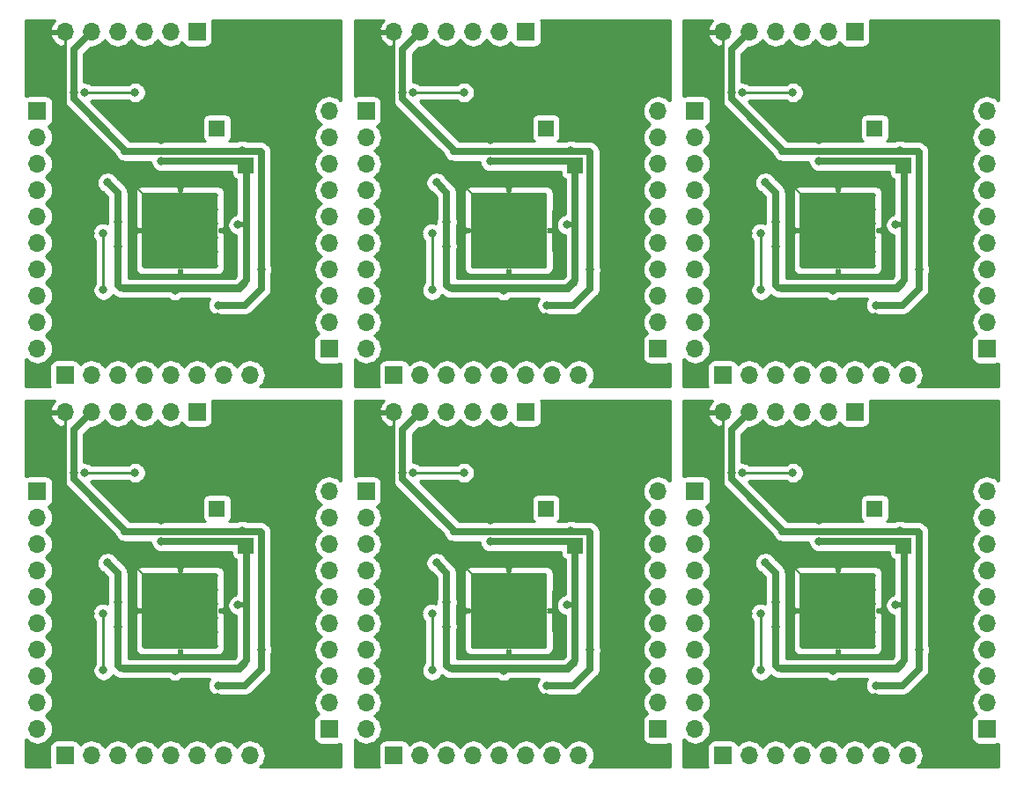
<source format=gbr>
G04 #@! TF.GenerationSoftware,KiCad,Pcbnew,5.1.4-e60b266~84~ubuntu18.04.1*
G04 #@! TF.CreationDate,2019-10-16T15:45:50+02:00*
G04 #@! TF.ProjectId,panel,70616e65-6c2e-46b6-9963-61645f706362,rev?*
G04 #@! TF.SameCoordinates,Original*
G04 #@! TF.FileFunction,Copper,L2,Bot*
G04 #@! TF.FilePolarity,Positive*
%FSLAX46Y46*%
G04 Gerber Fmt 4.6, Leading zero omitted, Abs format (unit mm)*
G04 Created by KiCad (PCBNEW 5.1.4-e60b266~84~ubuntu18.04.1) date 2019-10-16 15:45:50*
%MOMM*%
%LPD*%
G04 APERTURE LIST*
%ADD10R,1.700000X1.700000*%
%ADD11O,1.700000X1.700000*%
%ADD12C,0.100000*%
%ADD13C,7.300000*%
%ADD14C,0.500000*%
%ADD15R,1.500000X1.500000*%
%ADD16C,0.800000*%
%ADD17C,0.250000*%
%ADD18C,0.200000*%
%ADD19C,0.700000*%
%ADD20C,0.500000*%
%ADD21C,0.254000*%
G04 APERTURE END LIST*
D10*
X143891000Y-114427000D03*
D11*
X146431000Y-114427000D03*
X148971000Y-114427000D03*
X151511000Y-114427000D03*
X154051000Y-114427000D03*
X156591000Y-114427000D03*
X159131000Y-114427000D03*
X161671000Y-114427000D03*
X169291000Y-89027000D03*
X169291000Y-91567000D03*
X169291000Y-94107000D03*
X169291000Y-96647000D03*
X169291000Y-99187000D03*
X169291000Y-101727000D03*
X169291000Y-104267000D03*
X169291000Y-106807000D03*
X169291000Y-109347000D03*
D10*
X169291000Y-111887000D03*
D12*
G36*
X158360503Y-96873205D02*
G01*
X158384771Y-96876805D01*
X158408570Y-96882766D01*
X158431670Y-96891031D01*
X158453849Y-96901521D01*
X158474892Y-96914134D01*
X158494598Y-96928749D01*
X158512777Y-96945225D01*
X158529253Y-96963404D01*
X158543868Y-96983110D01*
X158556481Y-97004153D01*
X158566971Y-97026332D01*
X158575236Y-97049432D01*
X158581197Y-97073231D01*
X158584797Y-97097499D01*
X158586001Y-97122004D01*
X158586001Y-103921998D01*
X158584797Y-103946503D01*
X158581197Y-103970771D01*
X158575236Y-103994570D01*
X158566971Y-104017670D01*
X158556481Y-104039849D01*
X158543868Y-104060892D01*
X158529253Y-104080598D01*
X158512777Y-104098777D01*
X158494598Y-104115253D01*
X158474892Y-104129868D01*
X158453849Y-104142481D01*
X158431670Y-104152971D01*
X158408570Y-104161236D01*
X158384771Y-104167197D01*
X158360503Y-104170797D01*
X158335998Y-104172001D01*
X151536004Y-104172001D01*
X151511499Y-104170797D01*
X151487231Y-104167197D01*
X151463432Y-104161236D01*
X151440332Y-104152971D01*
X151418153Y-104142481D01*
X151397110Y-104129868D01*
X151377404Y-104115253D01*
X151359225Y-104098777D01*
X151342749Y-104080598D01*
X151328134Y-104060892D01*
X151315521Y-104039849D01*
X151305031Y-104017670D01*
X151296766Y-103994570D01*
X151290805Y-103970771D01*
X151287205Y-103946503D01*
X151286001Y-103921998D01*
X151286001Y-97122004D01*
X151287205Y-97097499D01*
X151290805Y-97073231D01*
X151296766Y-97049432D01*
X151305031Y-97026332D01*
X151315521Y-97004153D01*
X151328134Y-96983110D01*
X151342749Y-96963404D01*
X151359225Y-96945225D01*
X151377404Y-96928749D01*
X151397110Y-96914134D01*
X151418153Y-96901521D01*
X151440332Y-96891031D01*
X151463432Y-96882766D01*
X151487231Y-96876805D01*
X151511499Y-96873205D01*
X151536004Y-96872001D01*
X158335998Y-96872001D01*
X158360503Y-96873205D01*
X158360503Y-96873205D01*
G37*
D13*
X154936001Y-100522001D03*
D14*
X158336001Y-103922001D03*
X156976001Y-103922001D03*
X155616001Y-103922001D03*
X154256001Y-103922001D03*
X152896001Y-103922001D03*
X151536001Y-103922001D03*
X158336001Y-102562001D03*
X156976001Y-102562001D03*
X155616001Y-102562001D03*
X154256001Y-102562001D03*
X152896001Y-102562001D03*
X151536001Y-102562001D03*
X158336001Y-101202001D03*
X156976001Y-101202001D03*
X155616001Y-101202001D03*
X154256001Y-101202001D03*
X152896001Y-101202001D03*
X151536001Y-101202001D03*
X158336001Y-99842001D03*
X156976001Y-99842001D03*
X155616001Y-99842001D03*
X154256001Y-99842001D03*
X152896001Y-99842001D03*
X151536001Y-99842001D03*
X158336001Y-98482001D03*
X156976001Y-98482001D03*
X155616001Y-98482001D03*
X154256001Y-98482001D03*
X152896001Y-98482001D03*
X151536001Y-98482001D03*
X158336001Y-97122001D03*
X156976001Y-97122001D03*
X155616001Y-97122001D03*
X154256001Y-97122001D03*
X152896001Y-97122001D03*
X151536001Y-97122001D03*
D15*
X161290000Y-94234000D03*
X158496000Y-90678000D03*
D11*
X141224000Y-111887000D03*
X141224000Y-109347000D03*
X141224000Y-106807000D03*
X141224000Y-104267000D03*
X141224000Y-101727000D03*
X141224000Y-99187000D03*
X141224000Y-96647000D03*
X141224000Y-94107000D03*
X141224000Y-91567000D03*
D10*
X141224000Y-89027000D03*
D11*
X143891000Y-81407000D03*
X146431000Y-81407000D03*
X148971000Y-81407000D03*
X151511000Y-81407000D03*
X154051000Y-81407000D03*
D10*
X156591000Y-81407000D03*
X112268000Y-114427000D03*
D11*
X114808000Y-114427000D03*
X117348000Y-114427000D03*
X119888000Y-114427000D03*
X122428000Y-114427000D03*
X124968000Y-114427000D03*
X127508000Y-114427000D03*
X130048000Y-114427000D03*
X137668000Y-89027000D03*
X137668000Y-91567000D03*
X137668000Y-94107000D03*
X137668000Y-96647000D03*
X137668000Y-99187000D03*
X137668000Y-101727000D03*
X137668000Y-104267000D03*
X137668000Y-106807000D03*
X137668000Y-109347000D03*
D10*
X137668000Y-111887000D03*
D12*
G36*
X126737503Y-96873205D02*
G01*
X126761771Y-96876805D01*
X126785570Y-96882766D01*
X126808670Y-96891031D01*
X126830849Y-96901521D01*
X126851892Y-96914134D01*
X126871598Y-96928749D01*
X126889777Y-96945225D01*
X126906253Y-96963404D01*
X126920868Y-96983110D01*
X126933481Y-97004153D01*
X126943971Y-97026332D01*
X126952236Y-97049432D01*
X126958197Y-97073231D01*
X126961797Y-97097499D01*
X126963001Y-97122004D01*
X126963001Y-103921998D01*
X126961797Y-103946503D01*
X126958197Y-103970771D01*
X126952236Y-103994570D01*
X126943971Y-104017670D01*
X126933481Y-104039849D01*
X126920868Y-104060892D01*
X126906253Y-104080598D01*
X126889777Y-104098777D01*
X126871598Y-104115253D01*
X126851892Y-104129868D01*
X126830849Y-104142481D01*
X126808670Y-104152971D01*
X126785570Y-104161236D01*
X126761771Y-104167197D01*
X126737503Y-104170797D01*
X126712998Y-104172001D01*
X119913004Y-104172001D01*
X119888499Y-104170797D01*
X119864231Y-104167197D01*
X119840432Y-104161236D01*
X119817332Y-104152971D01*
X119795153Y-104142481D01*
X119774110Y-104129868D01*
X119754404Y-104115253D01*
X119736225Y-104098777D01*
X119719749Y-104080598D01*
X119705134Y-104060892D01*
X119692521Y-104039849D01*
X119682031Y-104017670D01*
X119673766Y-103994570D01*
X119667805Y-103970771D01*
X119664205Y-103946503D01*
X119663001Y-103921998D01*
X119663001Y-97122004D01*
X119664205Y-97097499D01*
X119667805Y-97073231D01*
X119673766Y-97049432D01*
X119682031Y-97026332D01*
X119692521Y-97004153D01*
X119705134Y-96983110D01*
X119719749Y-96963404D01*
X119736225Y-96945225D01*
X119754404Y-96928749D01*
X119774110Y-96914134D01*
X119795153Y-96901521D01*
X119817332Y-96891031D01*
X119840432Y-96882766D01*
X119864231Y-96876805D01*
X119888499Y-96873205D01*
X119913004Y-96872001D01*
X126712998Y-96872001D01*
X126737503Y-96873205D01*
X126737503Y-96873205D01*
G37*
D13*
X123313001Y-100522001D03*
D14*
X126713001Y-103922001D03*
X125353001Y-103922001D03*
X123993001Y-103922001D03*
X122633001Y-103922001D03*
X121273001Y-103922001D03*
X119913001Y-103922001D03*
X126713001Y-102562001D03*
X125353001Y-102562001D03*
X123993001Y-102562001D03*
X122633001Y-102562001D03*
X121273001Y-102562001D03*
X119913001Y-102562001D03*
X126713001Y-101202001D03*
X125353001Y-101202001D03*
X123993001Y-101202001D03*
X122633001Y-101202001D03*
X121273001Y-101202001D03*
X119913001Y-101202001D03*
X126713001Y-99842001D03*
X125353001Y-99842001D03*
X123993001Y-99842001D03*
X122633001Y-99842001D03*
X121273001Y-99842001D03*
X119913001Y-99842001D03*
X126713001Y-98482001D03*
X125353001Y-98482001D03*
X123993001Y-98482001D03*
X122633001Y-98482001D03*
X121273001Y-98482001D03*
X119913001Y-98482001D03*
X126713001Y-97122001D03*
X125353001Y-97122001D03*
X123993001Y-97122001D03*
X122633001Y-97122001D03*
X121273001Y-97122001D03*
X119913001Y-97122001D03*
D15*
X129667000Y-94234000D03*
X126873000Y-90678000D03*
D11*
X109601000Y-111887000D03*
X109601000Y-109347000D03*
X109601000Y-106807000D03*
X109601000Y-104267000D03*
X109601000Y-101727000D03*
X109601000Y-99187000D03*
X109601000Y-96647000D03*
X109601000Y-94107000D03*
X109601000Y-91567000D03*
D10*
X109601000Y-89027000D03*
D11*
X112268000Y-81407000D03*
X114808000Y-81407000D03*
X117348000Y-81407000D03*
X119888000Y-81407000D03*
X122428000Y-81407000D03*
D10*
X124968000Y-81407000D03*
X80645000Y-114427000D03*
D11*
X83185000Y-114427000D03*
X85725000Y-114427000D03*
X88265000Y-114427000D03*
X90805000Y-114427000D03*
X93345000Y-114427000D03*
X95885000Y-114427000D03*
X98425000Y-114427000D03*
X106045000Y-89027000D03*
X106045000Y-91567000D03*
X106045000Y-94107000D03*
X106045000Y-96647000D03*
X106045000Y-99187000D03*
X106045000Y-101727000D03*
X106045000Y-104267000D03*
X106045000Y-106807000D03*
X106045000Y-109347000D03*
D10*
X106045000Y-111887000D03*
D12*
G36*
X95114503Y-96873205D02*
G01*
X95138771Y-96876805D01*
X95162570Y-96882766D01*
X95185670Y-96891031D01*
X95207849Y-96901521D01*
X95228892Y-96914134D01*
X95248598Y-96928749D01*
X95266777Y-96945225D01*
X95283253Y-96963404D01*
X95297868Y-96983110D01*
X95310481Y-97004153D01*
X95320971Y-97026332D01*
X95329236Y-97049432D01*
X95335197Y-97073231D01*
X95338797Y-97097499D01*
X95340001Y-97122004D01*
X95340001Y-103921998D01*
X95338797Y-103946503D01*
X95335197Y-103970771D01*
X95329236Y-103994570D01*
X95320971Y-104017670D01*
X95310481Y-104039849D01*
X95297868Y-104060892D01*
X95283253Y-104080598D01*
X95266777Y-104098777D01*
X95248598Y-104115253D01*
X95228892Y-104129868D01*
X95207849Y-104142481D01*
X95185670Y-104152971D01*
X95162570Y-104161236D01*
X95138771Y-104167197D01*
X95114503Y-104170797D01*
X95089998Y-104172001D01*
X88290004Y-104172001D01*
X88265499Y-104170797D01*
X88241231Y-104167197D01*
X88217432Y-104161236D01*
X88194332Y-104152971D01*
X88172153Y-104142481D01*
X88151110Y-104129868D01*
X88131404Y-104115253D01*
X88113225Y-104098777D01*
X88096749Y-104080598D01*
X88082134Y-104060892D01*
X88069521Y-104039849D01*
X88059031Y-104017670D01*
X88050766Y-103994570D01*
X88044805Y-103970771D01*
X88041205Y-103946503D01*
X88040001Y-103921998D01*
X88040001Y-97122004D01*
X88041205Y-97097499D01*
X88044805Y-97073231D01*
X88050766Y-97049432D01*
X88059031Y-97026332D01*
X88069521Y-97004153D01*
X88082134Y-96983110D01*
X88096749Y-96963404D01*
X88113225Y-96945225D01*
X88131404Y-96928749D01*
X88151110Y-96914134D01*
X88172153Y-96901521D01*
X88194332Y-96891031D01*
X88217432Y-96882766D01*
X88241231Y-96876805D01*
X88265499Y-96873205D01*
X88290004Y-96872001D01*
X95089998Y-96872001D01*
X95114503Y-96873205D01*
X95114503Y-96873205D01*
G37*
D13*
X91690001Y-100522001D03*
D14*
X95090001Y-103922001D03*
X93730001Y-103922001D03*
X92370001Y-103922001D03*
X91010001Y-103922001D03*
X89650001Y-103922001D03*
X88290001Y-103922001D03*
X95090001Y-102562001D03*
X93730001Y-102562001D03*
X92370001Y-102562001D03*
X91010001Y-102562001D03*
X89650001Y-102562001D03*
X88290001Y-102562001D03*
X95090001Y-101202001D03*
X93730001Y-101202001D03*
X92370001Y-101202001D03*
X91010001Y-101202001D03*
X89650001Y-101202001D03*
X88290001Y-101202001D03*
X95090001Y-99842001D03*
X93730001Y-99842001D03*
X92370001Y-99842001D03*
X91010001Y-99842001D03*
X89650001Y-99842001D03*
X88290001Y-99842001D03*
X95090001Y-98482001D03*
X93730001Y-98482001D03*
X92370001Y-98482001D03*
X91010001Y-98482001D03*
X89650001Y-98482001D03*
X88290001Y-98482001D03*
X95090001Y-97122001D03*
X93730001Y-97122001D03*
X92370001Y-97122001D03*
X91010001Y-97122001D03*
X89650001Y-97122001D03*
X88290001Y-97122001D03*
D15*
X98044000Y-94234000D03*
X95250000Y-90678000D03*
D11*
X77978000Y-111887000D03*
X77978000Y-109347000D03*
X77978000Y-106807000D03*
X77978000Y-104267000D03*
X77978000Y-101727000D03*
X77978000Y-99187000D03*
X77978000Y-96647000D03*
X77978000Y-94107000D03*
X77978000Y-91567000D03*
D10*
X77978000Y-89027000D03*
D11*
X80645000Y-81407000D03*
X83185000Y-81407000D03*
X85725000Y-81407000D03*
X88265000Y-81407000D03*
X90805000Y-81407000D03*
D10*
X93345000Y-81407000D03*
X143891000Y-77851000D03*
D11*
X146431000Y-77851000D03*
X148971000Y-77851000D03*
X151511000Y-77851000D03*
X154051000Y-77851000D03*
X156591000Y-77851000D03*
X159131000Y-77851000D03*
X161671000Y-77851000D03*
X169291000Y-52451000D03*
X169291000Y-54991000D03*
X169291000Y-57531000D03*
X169291000Y-60071000D03*
X169291000Y-62611000D03*
X169291000Y-65151000D03*
X169291000Y-67691000D03*
X169291000Y-70231000D03*
X169291000Y-72771000D03*
D10*
X169291000Y-75311000D03*
D12*
G36*
X158360503Y-60297205D02*
G01*
X158384771Y-60300805D01*
X158408570Y-60306766D01*
X158431670Y-60315031D01*
X158453849Y-60325521D01*
X158474892Y-60338134D01*
X158494598Y-60352749D01*
X158512777Y-60369225D01*
X158529253Y-60387404D01*
X158543868Y-60407110D01*
X158556481Y-60428153D01*
X158566971Y-60450332D01*
X158575236Y-60473432D01*
X158581197Y-60497231D01*
X158584797Y-60521499D01*
X158586001Y-60546004D01*
X158586001Y-67345998D01*
X158584797Y-67370503D01*
X158581197Y-67394771D01*
X158575236Y-67418570D01*
X158566971Y-67441670D01*
X158556481Y-67463849D01*
X158543868Y-67484892D01*
X158529253Y-67504598D01*
X158512777Y-67522777D01*
X158494598Y-67539253D01*
X158474892Y-67553868D01*
X158453849Y-67566481D01*
X158431670Y-67576971D01*
X158408570Y-67585236D01*
X158384771Y-67591197D01*
X158360503Y-67594797D01*
X158335998Y-67596001D01*
X151536004Y-67596001D01*
X151511499Y-67594797D01*
X151487231Y-67591197D01*
X151463432Y-67585236D01*
X151440332Y-67576971D01*
X151418153Y-67566481D01*
X151397110Y-67553868D01*
X151377404Y-67539253D01*
X151359225Y-67522777D01*
X151342749Y-67504598D01*
X151328134Y-67484892D01*
X151315521Y-67463849D01*
X151305031Y-67441670D01*
X151296766Y-67418570D01*
X151290805Y-67394771D01*
X151287205Y-67370503D01*
X151286001Y-67345998D01*
X151286001Y-60546004D01*
X151287205Y-60521499D01*
X151290805Y-60497231D01*
X151296766Y-60473432D01*
X151305031Y-60450332D01*
X151315521Y-60428153D01*
X151328134Y-60407110D01*
X151342749Y-60387404D01*
X151359225Y-60369225D01*
X151377404Y-60352749D01*
X151397110Y-60338134D01*
X151418153Y-60325521D01*
X151440332Y-60315031D01*
X151463432Y-60306766D01*
X151487231Y-60300805D01*
X151511499Y-60297205D01*
X151536004Y-60296001D01*
X158335998Y-60296001D01*
X158360503Y-60297205D01*
X158360503Y-60297205D01*
G37*
D13*
X154936001Y-63946001D03*
D14*
X158336001Y-67346001D03*
X156976001Y-67346001D03*
X155616001Y-67346001D03*
X154256001Y-67346001D03*
X152896001Y-67346001D03*
X151536001Y-67346001D03*
X158336001Y-65986001D03*
X156976001Y-65986001D03*
X155616001Y-65986001D03*
X154256001Y-65986001D03*
X152896001Y-65986001D03*
X151536001Y-65986001D03*
X158336001Y-64626001D03*
X156976001Y-64626001D03*
X155616001Y-64626001D03*
X154256001Y-64626001D03*
X152896001Y-64626001D03*
X151536001Y-64626001D03*
X158336001Y-63266001D03*
X156976001Y-63266001D03*
X155616001Y-63266001D03*
X154256001Y-63266001D03*
X152896001Y-63266001D03*
X151536001Y-63266001D03*
X158336001Y-61906001D03*
X156976001Y-61906001D03*
X155616001Y-61906001D03*
X154256001Y-61906001D03*
X152896001Y-61906001D03*
X151536001Y-61906001D03*
X158336001Y-60546001D03*
X156976001Y-60546001D03*
X155616001Y-60546001D03*
X154256001Y-60546001D03*
X152896001Y-60546001D03*
X151536001Y-60546001D03*
D15*
X161290000Y-57658000D03*
X158496000Y-54102000D03*
D11*
X141224000Y-75311000D03*
X141224000Y-72771000D03*
X141224000Y-70231000D03*
X141224000Y-67691000D03*
X141224000Y-65151000D03*
X141224000Y-62611000D03*
X141224000Y-60071000D03*
X141224000Y-57531000D03*
X141224000Y-54991000D03*
D10*
X141224000Y-52451000D03*
D11*
X143891000Y-44831000D03*
X146431000Y-44831000D03*
X148971000Y-44831000D03*
X151511000Y-44831000D03*
X154051000Y-44831000D03*
D10*
X156591000Y-44831000D03*
X112268000Y-77851000D03*
D11*
X114808000Y-77851000D03*
X117348000Y-77851000D03*
X119888000Y-77851000D03*
X122428000Y-77851000D03*
X124968000Y-77851000D03*
X127508000Y-77851000D03*
X130048000Y-77851000D03*
X137668000Y-52451000D03*
X137668000Y-54991000D03*
X137668000Y-57531000D03*
X137668000Y-60071000D03*
X137668000Y-62611000D03*
X137668000Y-65151000D03*
X137668000Y-67691000D03*
X137668000Y-70231000D03*
X137668000Y-72771000D03*
D10*
X137668000Y-75311000D03*
D12*
G36*
X126737503Y-60297205D02*
G01*
X126761771Y-60300805D01*
X126785570Y-60306766D01*
X126808670Y-60315031D01*
X126830849Y-60325521D01*
X126851892Y-60338134D01*
X126871598Y-60352749D01*
X126889777Y-60369225D01*
X126906253Y-60387404D01*
X126920868Y-60407110D01*
X126933481Y-60428153D01*
X126943971Y-60450332D01*
X126952236Y-60473432D01*
X126958197Y-60497231D01*
X126961797Y-60521499D01*
X126963001Y-60546004D01*
X126963001Y-67345998D01*
X126961797Y-67370503D01*
X126958197Y-67394771D01*
X126952236Y-67418570D01*
X126943971Y-67441670D01*
X126933481Y-67463849D01*
X126920868Y-67484892D01*
X126906253Y-67504598D01*
X126889777Y-67522777D01*
X126871598Y-67539253D01*
X126851892Y-67553868D01*
X126830849Y-67566481D01*
X126808670Y-67576971D01*
X126785570Y-67585236D01*
X126761771Y-67591197D01*
X126737503Y-67594797D01*
X126712998Y-67596001D01*
X119913004Y-67596001D01*
X119888499Y-67594797D01*
X119864231Y-67591197D01*
X119840432Y-67585236D01*
X119817332Y-67576971D01*
X119795153Y-67566481D01*
X119774110Y-67553868D01*
X119754404Y-67539253D01*
X119736225Y-67522777D01*
X119719749Y-67504598D01*
X119705134Y-67484892D01*
X119692521Y-67463849D01*
X119682031Y-67441670D01*
X119673766Y-67418570D01*
X119667805Y-67394771D01*
X119664205Y-67370503D01*
X119663001Y-67345998D01*
X119663001Y-60546004D01*
X119664205Y-60521499D01*
X119667805Y-60497231D01*
X119673766Y-60473432D01*
X119682031Y-60450332D01*
X119692521Y-60428153D01*
X119705134Y-60407110D01*
X119719749Y-60387404D01*
X119736225Y-60369225D01*
X119754404Y-60352749D01*
X119774110Y-60338134D01*
X119795153Y-60325521D01*
X119817332Y-60315031D01*
X119840432Y-60306766D01*
X119864231Y-60300805D01*
X119888499Y-60297205D01*
X119913004Y-60296001D01*
X126712998Y-60296001D01*
X126737503Y-60297205D01*
X126737503Y-60297205D01*
G37*
D13*
X123313001Y-63946001D03*
D14*
X126713001Y-67346001D03*
X125353001Y-67346001D03*
X123993001Y-67346001D03*
X122633001Y-67346001D03*
X121273001Y-67346001D03*
X119913001Y-67346001D03*
X126713001Y-65986001D03*
X125353001Y-65986001D03*
X123993001Y-65986001D03*
X122633001Y-65986001D03*
X121273001Y-65986001D03*
X119913001Y-65986001D03*
X126713001Y-64626001D03*
X125353001Y-64626001D03*
X123993001Y-64626001D03*
X122633001Y-64626001D03*
X121273001Y-64626001D03*
X119913001Y-64626001D03*
X126713001Y-63266001D03*
X125353001Y-63266001D03*
X123993001Y-63266001D03*
X122633001Y-63266001D03*
X121273001Y-63266001D03*
X119913001Y-63266001D03*
X126713001Y-61906001D03*
X125353001Y-61906001D03*
X123993001Y-61906001D03*
X122633001Y-61906001D03*
X121273001Y-61906001D03*
X119913001Y-61906001D03*
X126713001Y-60546001D03*
X125353001Y-60546001D03*
X123993001Y-60546001D03*
X122633001Y-60546001D03*
X121273001Y-60546001D03*
X119913001Y-60546001D03*
D15*
X129667000Y-57658000D03*
X126873000Y-54102000D03*
D11*
X109601000Y-75311000D03*
X109601000Y-72771000D03*
X109601000Y-70231000D03*
X109601000Y-67691000D03*
X109601000Y-65151000D03*
X109601000Y-62611000D03*
X109601000Y-60071000D03*
X109601000Y-57531000D03*
X109601000Y-54991000D03*
D10*
X109601000Y-52451000D03*
D11*
X112268000Y-44831000D03*
X114808000Y-44831000D03*
X117348000Y-44831000D03*
X119888000Y-44831000D03*
X122428000Y-44831000D03*
D10*
X124968000Y-44831000D03*
X77978000Y-52451000D03*
D11*
X77978000Y-54991000D03*
X77978000Y-57531000D03*
X77978000Y-60071000D03*
X77978000Y-62611000D03*
X77978000Y-65151000D03*
X77978000Y-67691000D03*
X77978000Y-70231000D03*
X77978000Y-72771000D03*
X77978000Y-75311000D03*
X98425000Y-77851000D03*
X95885000Y-77851000D03*
X93345000Y-77851000D03*
X90805000Y-77851000D03*
X88265000Y-77851000D03*
X85725000Y-77851000D03*
X83185000Y-77851000D03*
D10*
X80645000Y-77851000D03*
D14*
X88290001Y-60546001D03*
X89650001Y-60546001D03*
X91010001Y-60546001D03*
X92370001Y-60546001D03*
X93730001Y-60546001D03*
X95090001Y-60546001D03*
X88290001Y-61906001D03*
X89650001Y-61906001D03*
X91010001Y-61906001D03*
X92370001Y-61906001D03*
X93730001Y-61906001D03*
X95090001Y-61906001D03*
X88290001Y-63266001D03*
X89650001Y-63266001D03*
X91010001Y-63266001D03*
X92370001Y-63266001D03*
X93730001Y-63266001D03*
X95090001Y-63266001D03*
X88290001Y-64626001D03*
X89650001Y-64626001D03*
X91010001Y-64626001D03*
X92370001Y-64626001D03*
X93730001Y-64626001D03*
X95090001Y-64626001D03*
X88290001Y-65986001D03*
X89650001Y-65986001D03*
X91010001Y-65986001D03*
X92370001Y-65986001D03*
X93730001Y-65986001D03*
X95090001Y-65986001D03*
X88290001Y-67346001D03*
X89650001Y-67346001D03*
X91010001Y-67346001D03*
X92370001Y-67346001D03*
X93730001Y-67346001D03*
X95090001Y-67346001D03*
D12*
G36*
X95114503Y-60297205D02*
G01*
X95138771Y-60300805D01*
X95162570Y-60306766D01*
X95185670Y-60315031D01*
X95207849Y-60325521D01*
X95228892Y-60338134D01*
X95248598Y-60352749D01*
X95266777Y-60369225D01*
X95283253Y-60387404D01*
X95297868Y-60407110D01*
X95310481Y-60428153D01*
X95320971Y-60450332D01*
X95329236Y-60473432D01*
X95335197Y-60497231D01*
X95338797Y-60521499D01*
X95340001Y-60546004D01*
X95340001Y-67345998D01*
X95338797Y-67370503D01*
X95335197Y-67394771D01*
X95329236Y-67418570D01*
X95320971Y-67441670D01*
X95310481Y-67463849D01*
X95297868Y-67484892D01*
X95283253Y-67504598D01*
X95266777Y-67522777D01*
X95248598Y-67539253D01*
X95228892Y-67553868D01*
X95207849Y-67566481D01*
X95185670Y-67576971D01*
X95162570Y-67585236D01*
X95138771Y-67591197D01*
X95114503Y-67594797D01*
X95089998Y-67596001D01*
X88290004Y-67596001D01*
X88265499Y-67594797D01*
X88241231Y-67591197D01*
X88217432Y-67585236D01*
X88194332Y-67576971D01*
X88172153Y-67566481D01*
X88151110Y-67553868D01*
X88131404Y-67539253D01*
X88113225Y-67522777D01*
X88096749Y-67504598D01*
X88082134Y-67484892D01*
X88069521Y-67463849D01*
X88059031Y-67441670D01*
X88050766Y-67418570D01*
X88044805Y-67394771D01*
X88041205Y-67370503D01*
X88040001Y-67345998D01*
X88040001Y-60546004D01*
X88041205Y-60521499D01*
X88044805Y-60497231D01*
X88050766Y-60473432D01*
X88059031Y-60450332D01*
X88069521Y-60428153D01*
X88082134Y-60407110D01*
X88096749Y-60387404D01*
X88113225Y-60369225D01*
X88131404Y-60352749D01*
X88151110Y-60338134D01*
X88172153Y-60325521D01*
X88194332Y-60315031D01*
X88217432Y-60306766D01*
X88241231Y-60300805D01*
X88265499Y-60297205D01*
X88290004Y-60296001D01*
X95089998Y-60296001D01*
X95114503Y-60297205D01*
X95114503Y-60297205D01*
G37*
D13*
X91690001Y-63946001D03*
D15*
X98044000Y-57658000D03*
X95250000Y-54102000D03*
D10*
X106045000Y-75311000D03*
D11*
X106045000Y-72771000D03*
X106045000Y-70231000D03*
X106045000Y-67691000D03*
X106045000Y-65151000D03*
X106045000Y-62611000D03*
X106045000Y-60071000D03*
X106045000Y-57531000D03*
X106045000Y-54991000D03*
X106045000Y-52451000D03*
D10*
X93345000Y-44831000D03*
D11*
X90805000Y-44831000D03*
X88265000Y-44831000D03*
X85725000Y-44831000D03*
X83185000Y-44831000D03*
X80645000Y-44831000D03*
D16*
X126238000Y-48514000D03*
X132643400Y-64714600D03*
X134035800Y-56718200D03*
X116459000Y-46355000D03*
X115697000Y-46355000D03*
X121539000Y-55245000D03*
X112801400Y-58115200D03*
X126890780Y-72268080D03*
X132080000Y-54737000D03*
X111379000Y-48514000D03*
X116941600Y-72948800D03*
X122880120Y-72517000D03*
X114706400Y-64236600D03*
X117348000Y-63119000D03*
X128905000Y-63398400D03*
X122822081Y-69714999D03*
X121546620Y-57292240D03*
X118999000Y-50673000D03*
X116357400Y-59334400D03*
X117348000Y-65455800D03*
X114122200Y-50698400D03*
X131140200Y-67716400D03*
X129286000Y-56261000D03*
X113080800Y-50698400D03*
X127000000Y-71120000D03*
X115951000Y-69672200D03*
X115925600Y-64211200D03*
X157861000Y-48514000D03*
X164266400Y-64714600D03*
X165658800Y-56718200D03*
X148082000Y-46355000D03*
X147320000Y-46355000D03*
X153162000Y-55245000D03*
X144424400Y-58115200D03*
X158513780Y-72268080D03*
X163703000Y-54737000D03*
X143002000Y-48514000D03*
X148564600Y-72948800D03*
X154503120Y-72517000D03*
X146329400Y-64236600D03*
X148971000Y-63119000D03*
X160528000Y-63398400D03*
X154445081Y-69714999D03*
X153169620Y-57292240D03*
X150622000Y-50673000D03*
X147980400Y-59334400D03*
X148971000Y-65455800D03*
X145745200Y-50698400D03*
X162763200Y-67716400D03*
X160909000Y-56261000D03*
X144703800Y-50698400D03*
X158623000Y-71120000D03*
X147574000Y-69672200D03*
X147548600Y-64211200D03*
X94615000Y-85090000D03*
X101020400Y-101290600D03*
X102412800Y-93294200D03*
X84836000Y-82931000D03*
X84074000Y-82931000D03*
X89916000Y-91821000D03*
X81178400Y-94691200D03*
X95267780Y-108844080D03*
X100457000Y-91313000D03*
X79756000Y-85090000D03*
X85318600Y-109524800D03*
X91257120Y-109093000D03*
X83083400Y-100812600D03*
X85725000Y-99695000D03*
X97282000Y-99974400D03*
X91199081Y-106290999D03*
X89923620Y-93868240D03*
X87376000Y-87249000D03*
X84734400Y-95910400D03*
X85725000Y-102031800D03*
X82499200Y-87274400D03*
X99517200Y-104292400D03*
X97663000Y-92837000D03*
X81457800Y-87274400D03*
X95377000Y-107696000D03*
X84328000Y-106248200D03*
X84302600Y-100787200D03*
X126238000Y-85090000D03*
X132643400Y-101290600D03*
X134035800Y-93294200D03*
X116459000Y-82931000D03*
X115697000Y-82931000D03*
X121539000Y-91821000D03*
X112801400Y-94691200D03*
X126890780Y-108844080D03*
X132080000Y-91313000D03*
X111379000Y-85090000D03*
X116941600Y-109524800D03*
X122880120Y-109093000D03*
X114706400Y-100812600D03*
X117348000Y-99695000D03*
X128905000Y-99974400D03*
X122822081Y-106290999D03*
X121546620Y-93868240D03*
X118999000Y-87249000D03*
X116357400Y-95910400D03*
X117348000Y-102031800D03*
X114122200Y-87274400D03*
X131140200Y-104292400D03*
X129286000Y-92837000D03*
X113080800Y-87274400D03*
X127000000Y-107696000D03*
X115951000Y-106248200D03*
X115925600Y-100787200D03*
X157861000Y-85090000D03*
X164266400Y-101290600D03*
X165658800Y-93294200D03*
X148082000Y-82931000D03*
X147320000Y-82931000D03*
X153162000Y-91821000D03*
X144424400Y-94691200D03*
X158513780Y-108844080D03*
X163703000Y-91313000D03*
X143002000Y-85090000D03*
X148564600Y-109524800D03*
X154503120Y-109093000D03*
X146329400Y-100812600D03*
X148971000Y-99695000D03*
X160528000Y-99974400D03*
X154445081Y-106290999D03*
X153169620Y-93868240D03*
X150622000Y-87249000D03*
X147980400Y-95910400D03*
X148971000Y-102031800D03*
X145745200Y-87274400D03*
X162763200Y-104292400D03*
X160909000Y-92837000D03*
X144703800Y-87274400D03*
X158623000Y-107696000D03*
X147574000Y-106248200D03*
X147548600Y-100787200D03*
X94615000Y-48514000D03*
X81178400Y-58115200D03*
X89916000Y-55245000D03*
X95267780Y-72268080D03*
X83083400Y-64236600D03*
X85318600Y-72948800D03*
X102412800Y-56718200D03*
X91257120Y-72517000D03*
X84074000Y-46355000D03*
X84836000Y-46355000D03*
X101020400Y-64714600D03*
X100457000Y-54737000D03*
X79756000Y-48514000D03*
X84734400Y-59334400D03*
X89923620Y-57292240D03*
X85725000Y-65455800D03*
X91199081Y-69714999D03*
X97282000Y-63398400D03*
X85725000Y-63119000D03*
X82499200Y-50698400D03*
X87376000Y-50673000D03*
X81457800Y-50698400D03*
X99517200Y-67716400D03*
X97663000Y-56261000D03*
X95377000Y-71120000D03*
X84302600Y-64211200D03*
X84328000Y-69672200D03*
D17*
X122880120Y-72517000D02*
X124841000Y-72517000D01*
X112268000Y-44831000D02*
X112268000Y-56388000D01*
X116967000Y-72517000D02*
X122555000Y-72517000D01*
X125545315Y-72517000D02*
X125603000Y-72517000D01*
D18*
X115882000Y-56515000D02*
X112395000Y-56515000D01*
D17*
X115684300Y-71996300D02*
X116205000Y-72517000D01*
X126890780Y-72268080D02*
X133573520Y-72268080D01*
X112268000Y-61798200D02*
X114166115Y-63696315D01*
X126238000Y-49974500D02*
X129984500Y-53721000D01*
D18*
X112395000Y-56515000D02*
X112268000Y-56388000D01*
D17*
X124841000Y-72517000D02*
X125603000Y-72517000D01*
X126238000Y-48514000D02*
X126238000Y-49974500D01*
X112801400Y-58115200D02*
X112318800Y-58115200D01*
X123063000Y-53721000D02*
X121539000Y-55245000D01*
X114427000Y-64262000D02*
X114427000Y-70739000D01*
X133573520Y-72268080D02*
X134035800Y-71805800D01*
X116941600Y-72542400D02*
X116967000Y-72517000D01*
X123313001Y-63946001D02*
X121953001Y-63946001D01*
X122555000Y-72517000D02*
X122880120Y-72517000D01*
X114427000Y-70739000D02*
X115684300Y-71996300D01*
X112268000Y-58166000D02*
X112268000Y-61798200D01*
X114166115Y-63696315D02*
X114427000Y-63696315D01*
X116941600Y-72948800D02*
X116941600Y-72542400D01*
X114427000Y-64262000D02*
X114427000Y-63696315D01*
X112318800Y-58115200D02*
X112268000Y-58166000D01*
X112268000Y-56388000D02*
X112268000Y-58166000D01*
X134035800Y-71805800D02*
X134035800Y-56718200D01*
X125603000Y-72517000D02*
X126641860Y-72517000D01*
D18*
X119913001Y-60546001D02*
X115882000Y-56515000D01*
D17*
X121953001Y-63946001D02*
X119856000Y-61849000D01*
X126641860Y-72517000D02*
X126890780Y-72268080D01*
X116205000Y-72517000D02*
X116967000Y-72517000D01*
D19*
X117348000Y-60325000D02*
X116357400Y-59334400D01*
D17*
X117847999Y-69714999D02*
X122563001Y-69714999D01*
D19*
X117633401Y-69500401D02*
X117348000Y-69215000D01*
X117348000Y-69215000D02*
X117348000Y-60325000D01*
D17*
X114122200Y-50698400D02*
X118973600Y-50698400D01*
D19*
X129692400Y-57658000D02*
X129692400Y-68744402D01*
D17*
X129716999Y-63399201D02*
X129716999Y-69038001D01*
X125165192Y-69723000D02*
X125157191Y-69714999D01*
X129470685Y-63398400D02*
X129471486Y-63399201D01*
X117348000Y-63119000D02*
X117348000Y-60325000D01*
X129032000Y-69723000D02*
X125165192Y-69723000D01*
X129529840Y-57292240D02*
X129716999Y-57479399D01*
X122563001Y-69714999D02*
X122822081Y-69714999D01*
X118973600Y-50698400D02*
X118999000Y-50673000D01*
X129471486Y-63399201D02*
X129716999Y-63399201D01*
X121546620Y-57292240D02*
X129529840Y-57292240D01*
D19*
X129326640Y-57292240D02*
X129692400Y-57658000D01*
D17*
X129716999Y-57479399D02*
X129716999Y-63399201D01*
D19*
X128936401Y-69500401D02*
X117633401Y-69500401D01*
X121546620Y-57292240D02*
X129326640Y-57292240D01*
X129692400Y-68744402D02*
X128936401Y-69500401D01*
D17*
X117348000Y-63119000D02*
X117348000Y-65151000D01*
X117348000Y-65151000D02*
X117348000Y-69215000D01*
X117348000Y-69215000D02*
X117847999Y-69714999D01*
X129716999Y-69038001D02*
X129032000Y-69723000D01*
D20*
X128905000Y-63398400D02*
X129470685Y-63398400D01*
D17*
X125157191Y-69714999D02*
X122822081Y-69714999D01*
D19*
X113080800Y-51264085D02*
X118158954Y-56342239D01*
X129540000Y-71120000D02*
X127000000Y-71120000D01*
X131140200Y-67716400D02*
X131140200Y-69519800D01*
X113080800Y-50698400D02*
X113080800Y-46558200D01*
X131140200Y-67716400D02*
X131140200Y-56438800D01*
X113080800Y-46558200D02*
X114808000Y-44831000D01*
X113080800Y-50698400D02*
X113080800Y-51264085D01*
X117986193Y-56342239D02*
X131064000Y-56342239D01*
X131140200Y-69519800D02*
X129540000Y-71120000D01*
D17*
X115925600Y-64211200D02*
X115925600Y-69646800D01*
X115925600Y-69646800D02*
X115951000Y-69672200D01*
X154503120Y-72517000D02*
X156464000Y-72517000D01*
X143891000Y-44831000D02*
X143891000Y-56388000D01*
X148590000Y-72517000D02*
X154178000Y-72517000D01*
X157168315Y-72517000D02*
X157226000Y-72517000D01*
D18*
X147505000Y-56515000D02*
X144018000Y-56515000D01*
D17*
X147307300Y-71996300D02*
X147828000Y-72517000D01*
X158513780Y-72268080D02*
X165196520Y-72268080D01*
X143891000Y-61798200D02*
X145789115Y-63696315D01*
X157861000Y-49974500D02*
X161607500Y-53721000D01*
D18*
X144018000Y-56515000D02*
X143891000Y-56388000D01*
D17*
X156464000Y-72517000D02*
X157226000Y-72517000D01*
X157861000Y-48514000D02*
X157861000Y-49974500D01*
X144424400Y-58115200D02*
X143941800Y-58115200D01*
X154686000Y-53721000D02*
X153162000Y-55245000D01*
X146050000Y-64262000D02*
X146050000Y-70739000D01*
X165196520Y-72268080D02*
X165658800Y-71805800D01*
X148564600Y-72542400D02*
X148590000Y-72517000D01*
X154936001Y-63946001D02*
X153576001Y-63946001D01*
X154178000Y-72517000D02*
X154503120Y-72517000D01*
X146050000Y-70739000D02*
X147307300Y-71996300D01*
X143891000Y-58166000D02*
X143891000Y-61798200D01*
X145789115Y-63696315D02*
X146050000Y-63696315D01*
X148564600Y-72948800D02*
X148564600Y-72542400D01*
X146050000Y-64262000D02*
X146050000Y-63696315D01*
X143941800Y-58115200D02*
X143891000Y-58166000D01*
X143891000Y-56388000D02*
X143891000Y-58166000D01*
X165658800Y-71805800D02*
X165658800Y-56718200D01*
X157226000Y-72517000D02*
X158264860Y-72517000D01*
D18*
X151536001Y-60546001D02*
X147505000Y-56515000D01*
D17*
X153576001Y-63946001D02*
X151479000Y-61849000D01*
X158264860Y-72517000D02*
X158513780Y-72268080D01*
X147828000Y-72517000D02*
X148590000Y-72517000D01*
D19*
X148971000Y-60325000D02*
X147980400Y-59334400D01*
D17*
X149470999Y-69714999D02*
X154186001Y-69714999D01*
D19*
X149256401Y-69500401D02*
X148971000Y-69215000D01*
X148971000Y-69215000D02*
X148971000Y-60325000D01*
D17*
X145745200Y-50698400D02*
X150596600Y-50698400D01*
D19*
X161315400Y-57658000D02*
X161315400Y-68744402D01*
D17*
X161339999Y-63399201D02*
X161339999Y-69038001D01*
X156788192Y-69723000D02*
X156780191Y-69714999D01*
X161093685Y-63398400D02*
X161094486Y-63399201D01*
X148971000Y-63119000D02*
X148971000Y-60325000D01*
X160655000Y-69723000D02*
X156788192Y-69723000D01*
X161152840Y-57292240D02*
X161339999Y-57479399D01*
X154186001Y-69714999D02*
X154445081Y-69714999D01*
X150596600Y-50698400D02*
X150622000Y-50673000D01*
X161094486Y-63399201D02*
X161339999Y-63399201D01*
X153169620Y-57292240D02*
X161152840Y-57292240D01*
D19*
X160949640Y-57292240D02*
X161315400Y-57658000D01*
D17*
X161339999Y-57479399D02*
X161339999Y-63399201D01*
D19*
X160559401Y-69500401D02*
X149256401Y-69500401D01*
X153169620Y-57292240D02*
X160949640Y-57292240D01*
X161315400Y-68744402D02*
X160559401Y-69500401D01*
D17*
X148971000Y-63119000D02*
X148971000Y-65151000D01*
X148971000Y-65151000D02*
X148971000Y-69215000D01*
X148971000Y-69215000D02*
X149470999Y-69714999D01*
X161339999Y-69038001D02*
X160655000Y-69723000D01*
D20*
X160528000Y-63398400D02*
X161093685Y-63398400D01*
D17*
X156780191Y-69714999D02*
X154445081Y-69714999D01*
D19*
X144703800Y-51264085D02*
X149781954Y-56342239D01*
X161163000Y-71120000D02*
X158623000Y-71120000D01*
X162763200Y-67716400D02*
X162763200Y-69519800D01*
X144703800Y-50698400D02*
X144703800Y-46558200D01*
X162763200Y-67716400D02*
X162763200Y-56438800D01*
X144703800Y-46558200D02*
X146431000Y-44831000D01*
X144703800Y-50698400D02*
X144703800Y-51264085D01*
X149609193Y-56342239D02*
X162687000Y-56342239D01*
X162763200Y-69519800D02*
X161163000Y-71120000D01*
D17*
X147548600Y-64211200D02*
X147548600Y-69646800D01*
X147548600Y-69646800D02*
X147574000Y-69672200D01*
X91257120Y-109093000D02*
X93218000Y-109093000D01*
X80645000Y-81407000D02*
X80645000Y-92964000D01*
X85344000Y-109093000D02*
X90932000Y-109093000D01*
X93922315Y-109093000D02*
X93980000Y-109093000D01*
D18*
X84259000Y-93091000D02*
X80772000Y-93091000D01*
D17*
X84061300Y-108572300D02*
X84582000Y-109093000D01*
X95267780Y-108844080D02*
X101950520Y-108844080D01*
X80645000Y-98374200D02*
X82543115Y-100272315D01*
X94615000Y-86550500D02*
X98361500Y-90297000D01*
D18*
X80772000Y-93091000D02*
X80645000Y-92964000D01*
D17*
X93218000Y-109093000D02*
X93980000Y-109093000D01*
X94615000Y-85090000D02*
X94615000Y-86550500D01*
X81178400Y-94691200D02*
X80695800Y-94691200D01*
X91440000Y-90297000D02*
X89916000Y-91821000D01*
X82804000Y-100838000D02*
X82804000Y-107315000D01*
X101950520Y-108844080D02*
X102412800Y-108381800D01*
X85318600Y-109118400D02*
X85344000Y-109093000D01*
X91690001Y-100522001D02*
X90330001Y-100522001D01*
X90932000Y-109093000D02*
X91257120Y-109093000D01*
X82804000Y-107315000D02*
X84061300Y-108572300D01*
X80645000Y-94742000D02*
X80645000Y-98374200D01*
X82543115Y-100272315D02*
X82804000Y-100272315D01*
X85318600Y-109524800D02*
X85318600Y-109118400D01*
X82804000Y-100838000D02*
X82804000Y-100272315D01*
X80695800Y-94691200D02*
X80645000Y-94742000D01*
X80645000Y-92964000D02*
X80645000Y-94742000D01*
X102412800Y-108381800D02*
X102412800Y-93294200D01*
X93980000Y-109093000D02*
X95018860Y-109093000D01*
D18*
X88290001Y-97122001D02*
X84259000Y-93091000D01*
D17*
X90330001Y-100522001D02*
X88233000Y-98425000D01*
X95018860Y-109093000D02*
X95267780Y-108844080D01*
X84582000Y-109093000D02*
X85344000Y-109093000D01*
D19*
X85725000Y-96901000D02*
X84734400Y-95910400D01*
D17*
X86224999Y-106290999D02*
X90940001Y-106290999D01*
D19*
X86010401Y-106076401D02*
X85725000Y-105791000D01*
X85725000Y-105791000D02*
X85725000Y-96901000D01*
D17*
X82499200Y-87274400D02*
X87350600Y-87274400D01*
D19*
X98069400Y-94234000D02*
X98069400Y-105320402D01*
D17*
X98093999Y-99975201D02*
X98093999Y-105614001D01*
X93542192Y-106299000D02*
X93534191Y-106290999D01*
X97847685Y-99974400D02*
X97848486Y-99975201D01*
X85725000Y-99695000D02*
X85725000Y-96901000D01*
X97409000Y-106299000D02*
X93542192Y-106299000D01*
X97906840Y-93868240D02*
X98093999Y-94055399D01*
X90940001Y-106290999D02*
X91199081Y-106290999D01*
X87350600Y-87274400D02*
X87376000Y-87249000D01*
X97848486Y-99975201D02*
X98093999Y-99975201D01*
X89923620Y-93868240D02*
X97906840Y-93868240D01*
D19*
X97703640Y-93868240D02*
X98069400Y-94234000D01*
D17*
X98093999Y-94055399D02*
X98093999Y-99975201D01*
D19*
X97313401Y-106076401D02*
X86010401Y-106076401D01*
X89923620Y-93868240D02*
X97703640Y-93868240D01*
X98069400Y-105320402D02*
X97313401Y-106076401D01*
D17*
X85725000Y-99695000D02*
X85725000Y-101727000D01*
X85725000Y-101727000D02*
X85725000Y-105791000D01*
X85725000Y-105791000D02*
X86224999Y-106290999D01*
X98093999Y-105614001D02*
X97409000Y-106299000D01*
D20*
X97282000Y-99974400D02*
X97847685Y-99974400D01*
D17*
X93534191Y-106290999D02*
X91199081Y-106290999D01*
D19*
X81457800Y-87840085D02*
X86535954Y-92918239D01*
X97917000Y-107696000D02*
X95377000Y-107696000D01*
X99517200Y-104292400D02*
X99517200Y-106095800D01*
X81457800Y-87274400D02*
X81457800Y-83134200D01*
X99517200Y-104292400D02*
X99517200Y-93014800D01*
X81457800Y-83134200D02*
X83185000Y-81407000D01*
X81457800Y-87274400D02*
X81457800Y-87840085D01*
X86363193Y-92918239D02*
X99441000Y-92918239D01*
X99517200Y-106095800D02*
X97917000Y-107696000D01*
D17*
X84302600Y-100787200D02*
X84302600Y-106222800D01*
X84302600Y-106222800D02*
X84328000Y-106248200D01*
X122880120Y-109093000D02*
X124841000Y-109093000D01*
X112268000Y-81407000D02*
X112268000Y-92964000D01*
X116967000Y-109093000D02*
X122555000Y-109093000D01*
X125545315Y-109093000D02*
X125603000Y-109093000D01*
D18*
X115882000Y-93091000D02*
X112395000Y-93091000D01*
D17*
X115684300Y-108572300D02*
X116205000Y-109093000D01*
X126890780Y-108844080D02*
X133573520Y-108844080D01*
X112268000Y-98374200D02*
X114166115Y-100272315D01*
X126238000Y-86550500D02*
X129984500Y-90297000D01*
D18*
X112395000Y-93091000D02*
X112268000Y-92964000D01*
D17*
X124841000Y-109093000D02*
X125603000Y-109093000D01*
X126238000Y-85090000D02*
X126238000Y-86550500D01*
X112801400Y-94691200D02*
X112318800Y-94691200D01*
X123063000Y-90297000D02*
X121539000Y-91821000D01*
X114427000Y-100838000D02*
X114427000Y-107315000D01*
X133573520Y-108844080D02*
X134035800Y-108381800D01*
X116941600Y-109118400D02*
X116967000Y-109093000D01*
X123313001Y-100522001D02*
X121953001Y-100522001D01*
X122555000Y-109093000D02*
X122880120Y-109093000D01*
X114427000Y-107315000D02*
X115684300Y-108572300D01*
X112268000Y-94742000D02*
X112268000Y-98374200D01*
X114166115Y-100272315D02*
X114427000Y-100272315D01*
X116941600Y-109524800D02*
X116941600Y-109118400D01*
X114427000Y-100838000D02*
X114427000Y-100272315D01*
X112318800Y-94691200D02*
X112268000Y-94742000D01*
X112268000Y-92964000D02*
X112268000Y-94742000D01*
X134035800Y-108381800D02*
X134035800Y-93294200D01*
X125603000Y-109093000D02*
X126641860Y-109093000D01*
D18*
X119913001Y-97122001D02*
X115882000Y-93091000D01*
D17*
X121953001Y-100522001D02*
X119856000Y-98425000D01*
X126641860Y-109093000D02*
X126890780Y-108844080D01*
X116205000Y-109093000D02*
X116967000Y-109093000D01*
D19*
X117348000Y-96901000D02*
X116357400Y-95910400D01*
D17*
X117847999Y-106290999D02*
X122563001Y-106290999D01*
D19*
X117633401Y-106076401D02*
X117348000Y-105791000D01*
X117348000Y-105791000D02*
X117348000Y-96901000D01*
D17*
X114122200Y-87274400D02*
X118973600Y-87274400D01*
D19*
X129692400Y-94234000D02*
X129692400Y-105320402D01*
D17*
X129716999Y-99975201D02*
X129716999Y-105614001D01*
X125165192Y-106299000D02*
X125157191Y-106290999D01*
X129470685Y-99974400D02*
X129471486Y-99975201D01*
X117348000Y-99695000D02*
X117348000Y-96901000D01*
X129032000Y-106299000D02*
X125165192Y-106299000D01*
X129529840Y-93868240D02*
X129716999Y-94055399D01*
X122563001Y-106290999D02*
X122822081Y-106290999D01*
X118973600Y-87274400D02*
X118999000Y-87249000D01*
X129471486Y-99975201D02*
X129716999Y-99975201D01*
X121546620Y-93868240D02*
X129529840Y-93868240D01*
D19*
X129326640Y-93868240D02*
X129692400Y-94234000D01*
D17*
X129716999Y-94055399D02*
X129716999Y-99975201D01*
D19*
X128936401Y-106076401D02*
X117633401Y-106076401D01*
X121546620Y-93868240D02*
X129326640Y-93868240D01*
X129692400Y-105320402D02*
X128936401Y-106076401D01*
D17*
X117348000Y-99695000D02*
X117348000Y-101727000D01*
X117348000Y-101727000D02*
X117348000Y-105791000D01*
X117348000Y-105791000D02*
X117847999Y-106290999D01*
X129716999Y-105614001D02*
X129032000Y-106299000D01*
D20*
X128905000Y-99974400D02*
X129470685Y-99974400D01*
D17*
X125157191Y-106290999D02*
X122822081Y-106290999D01*
D19*
X113080800Y-87840085D02*
X118158954Y-92918239D01*
X129540000Y-107696000D02*
X127000000Y-107696000D01*
X131140200Y-104292400D02*
X131140200Y-106095800D01*
X113080800Y-87274400D02*
X113080800Y-83134200D01*
X131140200Y-104292400D02*
X131140200Y-93014800D01*
X113080800Y-83134200D02*
X114808000Y-81407000D01*
X113080800Y-87274400D02*
X113080800Y-87840085D01*
X117986193Y-92918239D02*
X131064000Y-92918239D01*
X131140200Y-106095800D02*
X129540000Y-107696000D01*
D17*
X115925600Y-100787200D02*
X115925600Y-106222800D01*
X115925600Y-106222800D02*
X115951000Y-106248200D01*
X154503120Y-109093000D02*
X156464000Y-109093000D01*
X143891000Y-81407000D02*
X143891000Y-92964000D01*
X148590000Y-109093000D02*
X154178000Y-109093000D01*
X157168315Y-109093000D02*
X157226000Y-109093000D01*
D18*
X147505000Y-93091000D02*
X144018000Y-93091000D01*
D17*
X147307300Y-108572300D02*
X147828000Y-109093000D01*
X158513780Y-108844080D02*
X165196520Y-108844080D01*
X143891000Y-98374200D02*
X145789115Y-100272315D01*
X157861000Y-86550500D02*
X161607500Y-90297000D01*
D18*
X144018000Y-93091000D02*
X143891000Y-92964000D01*
D17*
X156464000Y-109093000D02*
X157226000Y-109093000D01*
X157861000Y-85090000D02*
X157861000Y-86550500D01*
X144424400Y-94691200D02*
X143941800Y-94691200D01*
X154686000Y-90297000D02*
X153162000Y-91821000D01*
X146050000Y-100838000D02*
X146050000Y-107315000D01*
X165196520Y-108844080D02*
X165658800Y-108381800D01*
X148564600Y-109118400D02*
X148590000Y-109093000D01*
X154936001Y-100522001D02*
X153576001Y-100522001D01*
X154178000Y-109093000D02*
X154503120Y-109093000D01*
X146050000Y-107315000D02*
X147307300Y-108572300D01*
X143891000Y-94742000D02*
X143891000Y-98374200D01*
X145789115Y-100272315D02*
X146050000Y-100272315D01*
X148564600Y-109524800D02*
X148564600Y-109118400D01*
X146050000Y-100838000D02*
X146050000Y-100272315D01*
X143941800Y-94691200D02*
X143891000Y-94742000D01*
X143891000Y-92964000D02*
X143891000Y-94742000D01*
X165658800Y-108381800D02*
X165658800Y-93294200D01*
X157226000Y-109093000D02*
X158264860Y-109093000D01*
D18*
X151536001Y-97122001D02*
X147505000Y-93091000D01*
D17*
X153576001Y-100522001D02*
X151479000Y-98425000D01*
X158264860Y-109093000D02*
X158513780Y-108844080D01*
X147828000Y-109093000D02*
X148590000Y-109093000D01*
D19*
X148971000Y-96901000D02*
X147980400Y-95910400D01*
D17*
X149470999Y-106290999D02*
X154186001Y-106290999D01*
D19*
X149256401Y-106076401D02*
X148971000Y-105791000D01*
X148971000Y-105791000D02*
X148971000Y-96901000D01*
D17*
X145745200Y-87274400D02*
X150596600Y-87274400D01*
D19*
X161315400Y-94234000D02*
X161315400Y-105320402D01*
D17*
X161339999Y-99975201D02*
X161339999Y-105614001D01*
X156788192Y-106299000D02*
X156780191Y-106290999D01*
X161093685Y-99974400D02*
X161094486Y-99975201D01*
X148971000Y-99695000D02*
X148971000Y-96901000D01*
X160655000Y-106299000D02*
X156788192Y-106299000D01*
X161152840Y-93868240D02*
X161339999Y-94055399D01*
X154186001Y-106290999D02*
X154445081Y-106290999D01*
X150596600Y-87274400D02*
X150622000Y-87249000D01*
X161094486Y-99975201D02*
X161339999Y-99975201D01*
X153169620Y-93868240D02*
X161152840Y-93868240D01*
D19*
X160949640Y-93868240D02*
X161315400Y-94234000D01*
D17*
X161339999Y-94055399D02*
X161339999Y-99975201D01*
D19*
X160559401Y-106076401D02*
X149256401Y-106076401D01*
X153169620Y-93868240D02*
X160949640Y-93868240D01*
X161315400Y-105320402D02*
X160559401Y-106076401D01*
D17*
X148971000Y-99695000D02*
X148971000Y-101727000D01*
X148971000Y-101727000D02*
X148971000Y-105791000D01*
X148971000Y-105791000D02*
X149470999Y-106290999D01*
X161339999Y-105614001D02*
X160655000Y-106299000D01*
D20*
X160528000Y-99974400D02*
X161093685Y-99974400D01*
D17*
X156780191Y-106290999D02*
X154445081Y-106290999D01*
D19*
X144703800Y-87840085D02*
X149781954Y-92918239D01*
X161163000Y-107696000D02*
X158623000Y-107696000D01*
X162763200Y-104292400D02*
X162763200Y-106095800D01*
X144703800Y-87274400D02*
X144703800Y-83134200D01*
X162763200Y-104292400D02*
X162763200Y-93014800D01*
X144703800Y-83134200D02*
X146431000Y-81407000D01*
X144703800Y-87274400D02*
X144703800Y-87840085D01*
X149609193Y-92918239D02*
X162687000Y-92918239D01*
X162763200Y-106095800D02*
X161163000Y-107696000D01*
D17*
X147548600Y-100787200D02*
X147548600Y-106222800D01*
X147548600Y-106222800D02*
X147574000Y-106248200D01*
X90330001Y-63946001D02*
X88233000Y-61849000D01*
X91690001Y-63946001D02*
X90330001Y-63946001D01*
X93922315Y-72517000D02*
X93980000Y-72517000D01*
X93218000Y-72517000D02*
X93980000Y-72517000D01*
X91440000Y-53721000D02*
X89916000Y-55245000D01*
X91257120Y-72517000D02*
X93218000Y-72517000D01*
X82804000Y-64262000D02*
X82804000Y-70739000D01*
X90932000Y-72517000D02*
X91257120Y-72517000D01*
X82804000Y-64262000D02*
X82804000Y-63696315D01*
X82804000Y-70739000D02*
X84061300Y-71996300D01*
X84061300Y-71996300D02*
X84582000Y-72517000D01*
X82543115Y-63696315D02*
X82804000Y-63696315D01*
X80645000Y-61798200D02*
X82543115Y-63696315D01*
X95267780Y-72268080D02*
X101950520Y-72268080D01*
X101950520Y-72268080D02*
X102412800Y-71805800D01*
X102412800Y-71805800D02*
X102412800Y-56718200D01*
X81178400Y-58115200D02*
X80695800Y-58115200D01*
X80695800Y-58115200D02*
X80645000Y-58166000D01*
X80645000Y-58166000D02*
X80645000Y-61798200D01*
X95018860Y-72517000D02*
X95267780Y-72268080D01*
X93980000Y-72517000D02*
X95018860Y-72517000D01*
X80645000Y-44831000D02*
X80645000Y-56388000D01*
D18*
X80772000Y-56515000D02*
X80645000Y-56388000D01*
X84259000Y-56515000D02*
X80772000Y-56515000D01*
X88290001Y-60546001D02*
X84259000Y-56515000D01*
D17*
X80645000Y-56388000D02*
X80645000Y-58166000D01*
X94615000Y-49974500D02*
X98361500Y-53721000D01*
X94615000Y-48514000D02*
X94615000Y-49974500D01*
X85318600Y-72542400D02*
X85344000Y-72517000D01*
X85318600Y-72948800D02*
X85318600Y-72542400D01*
X84582000Y-72517000D02*
X85344000Y-72517000D01*
X85344000Y-72517000D02*
X90932000Y-72517000D01*
X90940001Y-69714999D02*
X91199081Y-69714999D01*
X85725000Y-65151000D02*
X85725000Y-69215000D01*
X86224999Y-69714999D02*
X90940001Y-69714999D01*
X85725000Y-69215000D02*
X86224999Y-69714999D01*
X85725000Y-63119000D02*
X85725000Y-65151000D01*
X93534191Y-69714999D02*
X91199081Y-69714999D01*
X97906840Y-57292240D02*
X98093999Y-57479399D01*
X89923620Y-57292240D02*
X97906840Y-57292240D01*
X98093999Y-69038001D02*
X97409000Y-69723000D01*
X97409000Y-69723000D02*
X93542192Y-69723000D01*
X93542192Y-69723000D02*
X93534191Y-69714999D01*
X85725000Y-63119000D02*
X85725000Y-60325000D01*
X97848486Y-63399201D02*
X98093999Y-63399201D01*
X97847685Y-63398400D02*
X97848486Y-63399201D01*
X98093999Y-57479399D02*
X98093999Y-63399201D01*
X98093999Y-63399201D02*
X98093999Y-69038001D01*
D19*
X97703640Y-57292240D02*
X98069400Y-57658000D01*
X89923620Y-57292240D02*
X97703640Y-57292240D01*
X98069400Y-68744402D02*
X97313401Y-69500401D01*
X98069400Y-57658000D02*
X98069400Y-68744402D01*
X86010401Y-69500401D02*
X85725000Y-69215000D01*
X97313401Y-69500401D02*
X86010401Y-69500401D01*
X85725000Y-60325000D02*
X84734400Y-59334400D01*
X85725000Y-69215000D02*
X85725000Y-60325000D01*
D20*
X97282000Y-63398400D02*
X97847685Y-63398400D01*
D17*
X87350600Y-50698400D02*
X87376000Y-50673000D01*
X82499200Y-50698400D02*
X87350600Y-50698400D01*
D19*
X81457800Y-46558200D02*
X83185000Y-44831000D01*
X81457800Y-50698400D02*
X81457800Y-46558200D01*
X81457800Y-51264085D02*
X86535954Y-56342239D01*
X81457800Y-50698400D02*
X81457800Y-51264085D01*
X99517200Y-67716400D02*
X99517200Y-56438800D01*
X86363193Y-56342239D02*
X99441000Y-56342239D01*
X99517200Y-67716400D02*
X99517200Y-69519800D01*
X97917000Y-71120000D02*
X95377000Y-71120000D01*
X99517200Y-69519800D02*
X97917000Y-71120000D01*
D17*
X84302600Y-69646800D02*
X84328000Y-69672200D01*
X84302600Y-64211200D02*
X84302600Y-69646800D01*
D21*
G36*
X79644731Y-43733412D02*
G01*
X79449822Y-43949645D01*
X79300843Y-44199748D01*
X79203519Y-44474109D01*
X79324186Y-44704000D01*
X80518000Y-44704000D01*
X80518000Y-44684000D01*
X80772000Y-44684000D01*
X80772000Y-44704000D01*
X80792000Y-44704000D01*
X80792000Y-44958000D01*
X80772000Y-44958000D01*
X80772000Y-44978000D01*
X80518000Y-44978000D01*
X80518000Y-44958000D01*
X79324186Y-44958000D01*
X79203519Y-45187891D01*
X79300843Y-45462252D01*
X79449822Y-45712355D01*
X79644731Y-45928588D01*
X79878080Y-46102641D01*
X80140901Y-46227825D01*
X80288110Y-46272476D01*
X80517998Y-46151156D01*
X80517998Y-46263094D01*
X80487053Y-46365107D01*
X80468035Y-46558200D01*
X80472801Y-46606590D01*
X80472800Y-50371814D01*
X80462574Y-50396502D01*
X80422800Y-50596461D01*
X80422800Y-50800339D01*
X80462574Y-51000298D01*
X80472800Y-51024986D01*
X80472800Y-51215705D01*
X80468035Y-51264085D01*
X80472800Y-51312464D01*
X80472800Y-51312465D01*
X80487053Y-51457179D01*
X80543376Y-51642852D01*
X80634841Y-51813969D01*
X80757931Y-51963955D01*
X80795511Y-51994796D01*
X85417003Y-56616288D01*
X85448769Y-56721006D01*
X85540233Y-56892123D01*
X85663323Y-57042109D01*
X85813309Y-57165199D01*
X85984426Y-57256663D01*
X86170099Y-57312986D01*
X86314813Y-57327239D01*
X86487573Y-57327239D01*
X86535953Y-57332004D01*
X86584333Y-57327239D01*
X88888620Y-57327239D01*
X88888620Y-57394179D01*
X88928394Y-57594138D01*
X89006415Y-57782496D01*
X89119683Y-57952014D01*
X89263846Y-58096177D01*
X89433364Y-58209445D01*
X89621722Y-58287466D01*
X89821681Y-58327240D01*
X90025559Y-58327240D01*
X90225518Y-58287466D01*
X90250206Y-58277240D01*
X96655928Y-58277240D01*
X96655928Y-58408000D01*
X96668188Y-58532482D01*
X96704498Y-58652180D01*
X96763463Y-58762494D01*
X96842815Y-58859185D01*
X96939506Y-58938537D01*
X97049820Y-58997502D01*
X97084400Y-59007992D01*
X97084400Y-62382428D01*
X96980102Y-62403174D01*
X96791744Y-62481195D01*
X96622226Y-62594463D01*
X96478063Y-62738626D01*
X96364795Y-62908144D01*
X96286774Y-63096502D01*
X96247000Y-63296461D01*
X96247000Y-63500339D01*
X96286774Y-63700298D01*
X96364795Y-63888656D01*
X96478063Y-64058174D01*
X96622226Y-64202337D01*
X96791744Y-64315605D01*
X96980102Y-64393626D01*
X97084401Y-64414372D01*
X97084401Y-68336401D01*
X96905401Y-68515401D01*
X86710000Y-68515401D01*
X86710000Y-65782386D01*
X86720226Y-65757698D01*
X86760000Y-65557739D01*
X86760000Y-65353861D01*
X86720226Y-65153902D01*
X86710000Y-65129214D01*
X86710000Y-63445586D01*
X86720226Y-63420898D01*
X86760000Y-63220939D01*
X86760000Y-63017061D01*
X86720226Y-62817102D01*
X86710000Y-62792414D01*
X86710000Y-60373380D01*
X86714765Y-60325000D01*
X86711909Y-60296001D01*
X87401929Y-60296001D01*
X87405001Y-63660251D01*
X87563751Y-63819001D01*
X87910949Y-63819001D01*
X87900761Y-63829189D01*
X87871827Y-63841174D01*
X87871456Y-63858494D01*
X87867785Y-63862165D01*
X87869581Y-63946001D01*
X87867785Y-64029837D01*
X87871456Y-64033508D01*
X87871827Y-64050828D01*
X87900685Y-64062737D01*
X87910949Y-64073001D01*
X87563751Y-64073001D01*
X87405001Y-64231751D01*
X87401929Y-67596001D01*
X87414189Y-67720483D01*
X87450499Y-67840181D01*
X87509464Y-67950495D01*
X87588816Y-68047186D01*
X87685507Y-68126538D01*
X87795821Y-68185503D01*
X87915519Y-68221813D01*
X88040001Y-68234073D01*
X91404251Y-68231001D01*
X91563001Y-68072251D01*
X91563001Y-67725053D01*
X91573189Y-67735241D01*
X91585174Y-67764175D01*
X91602494Y-67764546D01*
X91606165Y-67768217D01*
X91690001Y-67766421D01*
X91773837Y-67768217D01*
X91777508Y-67764546D01*
X91794828Y-67764175D01*
X91806737Y-67735317D01*
X91817001Y-67725053D01*
X91817001Y-68072251D01*
X91975751Y-68231001D01*
X95340001Y-68234073D01*
X95464483Y-68221813D01*
X95584181Y-68185503D01*
X95694495Y-68126538D01*
X95791186Y-68047186D01*
X95870538Y-67950495D01*
X95929503Y-67840181D01*
X95965813Y-67720483D01*
X95978073Y-67596001D01*
X95975001Y-64231751D01*
X95816251Y-64073001D01*
X95469053Y-64073001D01*
X95479241Y-64062813D01*
X95508175Y-64050828D01*
X95508546Y-64033508D01*
X95512217Y-64029837D01*
X95510421Y-63946001D01*
X95512217Y-63862165D01*
X95508546Y-63858494D01*
X95508175Y-63841174D01*
X95479317Y-63829265D01*
X95469053Y-63819001D01*
X95816251Y-63819001D01*
X95975001Y-63660251D01*
X95978073Y-60296001D01*
X95965813Y-60171519D01*
X95929503Y-60051821D01*
X95870538Y-59941507D01*
X95791186Y-59844816D01*
X95694495Y-59765464D01*
X95584181Y-59706499D01*
X95464483Y-59670189D01*
X95340001Y-59657929D01*
X91975751Y-59661001D01*
X91817001Y-59819751D01*
X91817001Y-60166949D01*
X91806813Y-60156761D01*
X91794828Y-60127827D01*
X91777508Y-60127456D01*
X91773837Y-60123785D01*
X91690001Y-60125581D01*
X91606165Y-60123785D01*
X91602494Y-60127456D01*
X91585174Y-60127827D01*
X91573265Y-60156685D01*
X91563001Y-60166949D01*
X91563001Y-59819751D01*
X91404251Y-59661001D01*
X88040001Y-59657929D01*
X87915519Y-59670189D01*
X87795821Y-59706499D01*
X87685507Y-59765464D01*
X87588816Y-59844816D01*
X87509464Y-59941507D01*
X87450499Y-60051821D01*
X87414189Y-60171519D01*
X87401929Y-60296001D01*
X86711909Y-60296001D01*
X86695747Y-60131906D01*
X86639424Y-59946233D01*
X86585215Y-59844816D01*
X86547960Y-59775116D01*
X86424870Y-59625130D01*
X86387289Y-59594289D01*
X85661830Y-58868830D01*
X85651605Y-58844144D01*
X85538337Y-58674626D01*
X85394174Y-58530463D01*
X85224656Y-58417195D01*
X85036298Y-58339174D01*
X84836339Y-58299400D01*
X84632461Y-58299400D01*
X84432502Y-58339174D01*
X84244144Y-58417195D01*
X84074626Y-58530463D01*
X83930463Y-58674626D01*
X83817195Y-58844144D01*
X83739174Y-59032502D01*
X83699400Y-59232461D01*
X83699400Y-59436339D01*
X83739174Y-59636298D01*
X83817195Y-59824656D01*
X83930463Y-59994174D01*
X84074626Y-60138337D01*
X84244144Y-60251605D01*
X84268830Y-60261830D01*
X84740001Y-60733002D01*
X84740001Y-62792413D01*
X84729774Y-62817102D01*
X84690000Y-63017061D01*
X84690000Y-63220939D01*
X84696601Y-63254125D01*
X84604498Y-63215974D01*
X84404539Y-63176200D01*
X84200661Y-63176200D01*
X84000702Y-63215974D01*
X83812344Y-63293995D01*
X83642826Y-63407263D01*
X83498663Y-63551426D01*
X83385395Y-63720944D01*
X83307374Y-63909302D01*
X83267600Y-64109261D01*
X83267600Y-64313139D01*
X83307374Y-64513098D01*
X83385395Y-64701456D01*
X83498663Y-64870974D01*
X83542600Y-64914911D01*
X83542601Y-68993888D01*
X83524063Y-69012426D01*
X83410795Y-69181944D01*
X83332774Y-69370302D01*
X83293000Y-69570261D01*
X83293000Y-69774139D01*
X83332774Y-69974098D01*
X83410795Y-70162456D01*
X83524063Y-70331974D01*
X83668226Y-70476137D01*
X83837744Y-70589405D01*
X84026102Y-70667426D01*
X84226061Y-70707200D01*
X84429939Y-70707200D01*
X84629898Y-70667426D01*
X84818256Y-70589405D01*
X84987774Y-70476137D01*
X85131937Y-70331974D01*
X85245205Y-70162456D01*
X85255237Y-70138237D01*
X85279685Y-70162685D01*
X85310531Y-70200271D01*
X85460517Y-70323361D01*
X85631634Y-70414825D01*
X85793750Y-70464002D01*
X85817307Y-70471148D01*
X86010401Y-70490166D01*
X86058781Y-70485401D01*
X90505772Y-70485401D01*
X90539307Y-70518936D01*
X90708825Y-70632204D01*
X90897183Y-70710225D01*
X91097142Y-70749999D01*
X91301020Y-70749999D01*
X91500979Y-70710225D01*
X91689337Y-70632204D01*
X91858855Y-70518936D01*
X91892390Y-70485401D01*
X93529246Y-70485401D01*
X93542191Y-70486676D01*
X93555136Y-70485401D01*
X94556242Y-70485401D01*
X94459795Y-70629744D01*
X94381774Y-70818102D01*
X94342000Y-71018061D01*
X94342000Y-71221939D01*
X94381774Y-71421898D01*
X94459795Y-71610256D01*
X94573063Y-71779774D01*
X94717226Y-71923937D01*
X94886744Y-72037205D01*
X95075102Y-72115226D01*
X95275061Y-72155000D01*
X95478939Y-72155000D01*
X95678898Y-72115226D01*
X95703586Y-72105000D01*
X97868620Y-72105000D01*
X97917000Y-72109765D01*
X97965380Y-72105000D01*
X98110094Y-72090747D01*
X98295767Y-72034424D01*
X98466884Y-71942960D01*
X98616870Y-71819870D01*
X98647716Y-71782285D01*
X100179490Y-70250511D01*
X100217070Y-70219670D01*
X100340160Y-70069684D01*
X100431624Y-69898567D01*
X100487947Y-69712894D01*
X100502200Y-69568180D01*
X100506965Y-69519800D01*
X100502200Y-69471420D01*
X100502200Y-68042986D01*
X100512426Y-68018298D01*
X100552200Y-67818339D01*
X100552200Y-67614461D01*
X100512426Y-67414502D01*
X100502200Y-67389814D01*
X100502200Y-56390420D01*
X100487947Y-56245706D01*
X100431624Y-56060033D01*
X100340160Y-55888916D01*
X100269648Y-55802997D01*
X100263960Y-55792355D01*
X100140870Y-55642369D01*
X99990884Y-55519279D01*
X99819767Y-55427815D01*
X99634094Y-55371492D01*
X99489380Y-55357239D01*
X98173376Y-55357239D01*
X98153256Y-55343795D01*
X97964898Y-55265774D01*
X97764939Y-55226000D01*
X97561061Y-55226000D01*
X97361102Y-55265774D01*
X97172744Y-55343795D01*
X97152624Y-55357239D01*
X96385320Y-55357239D01*
X96451185Y-55303185D01*
X96530537Y-55206494D01*
X96589502Y-55096180D01*
X96625812Y-54976482D01*
X96638072Y-54852000D01*
X96638072Y-53352000D01*
X96625812Y-53227518D01*
X96589502Y-53107820D01*
X96530537Y-52997506D01*
X96451185Y-52900815D01*
X96354494Y-52821463D01*
X96244180Y-52762498D01*
X96124482Y-52726188D01*
X96000000Y-52713928D01*
X94500000Y-52713928D01*
X94375518Y-52726188D01*
X94255820Y-52762498D01*
X94145506Y-52821463D01*
X94048815Y-52900815D01*
X93969463Y-52997506D01*
X93910498Y-53107820D01*
X93874188Y-53227518D01*
X93861928Y-53352000D01*
X93861928Y-54852000D01*
X93874188Y-54976482D01*
X93910498Y-55096180D01*
X93969463Y-55206494D01*
X94048815Y-55303185D01*
X94114680Y-55357239D01*
X86943954Y-55357239D01*
X83117059Y-51530344D01*
X83158974Y-51502337D01*
X83202911Y-51458400D01*
X86697689Y-51458400D01*
X86716226Y-51476937D01*
X86885744Y-51590205D01*
X87074102Y-51668226D01*
X87274061Y-51708000D01*
X87477939Y-51708000D01*
X87677898Y-51668226D01*
X87866256Y-51590205D01*
X88035774Y-51476937D01*
X88179937Y-51332774D01*
X88293205Y-51163256D01*
X88371226Y-50974898D01*
X88411000Y-50774939D01*
X88411000Y-50571061D01*
X88371226Y-50371102D01*
X88293205Y-50182744D01*
X88179937Y-50013226D01*
X88035774Y-49869063D01*
X87866256Y-49755795D01*
X87677898Y-49677774D01*
X87477939Y-49638000D01*
X87274061Y-49638000D01*
X87074102Y-49677774D01*
X86885744Y-49755795D01*
X86716226Y-49869063D01*
X86646889Y-49938400D01*
X83202911Y-49938400D01*
X83158974Y-49894463D01*
X82989456Y-49781195D01*
X82801098Y-49703174D01*
X82601139Y-49663400D01*
X82442800Y-49663400D01*
X82442800Y-46966200D01*
X83094709Y-46314292D01*
X83112050Y-46316000D01*
X83257950Y-46316000D01*
X83476111Y-46294513D01*
X83756034Y-46209599D01*
X84014014Y-46071706D01*
X84240134Y-45886134D01*
X84425706Y-45660014D01*
X84455000Y-45605209D01*
X84484294Y-45660014D01*
X84669866Y-45886134D01*
X84895986Y-46071706D01*
X85153966Y-46209599D01*
X85433889Y-46294513D01*
X85652050Y-46316000D01*
X85797950Y-46316000D01*
X86016111Y-46294513D01*
X86296034Y-46209599D01*
X86554014Y-46071706D01*
X86780134Y-45886134D01*
X86965706Y-45660014D01*
X86995000Y-45605209D01*
X87024294Y-45660014D01*
X87209866Y-45886134D01*
X87435986Y-46071706D01*
X87693966Y-46209599D01*
X87973889Y-46294513D01*
X88192050Y-46316000D01*
X88337950Y-46316000D01*
X88556111Y-46294513D01*
X88836034Y-46209599D01*
X89094014Y-46071706D01*
X89320134Y-45886134D01*
X89505706Y-45660014D01*
X89535000Y-45605209D01*
X89564294Y-45660014D01*
X89749866Y-45886134D01*
X89975986Y-46071706D01*
X90233966Y-46209599D01*
X90513889Y-46294513D01*
X90732050Y-46316000D01*
X90877950Y-46316000D01*
X91096111Y-46294513D01*
X91376034Y-46209599D01*
X91634014Y-46071706D01*
X91860134Y-45886134D01*
X91884607Y-45856313D01*
X91905498Y-45925180D01*
X91964463Y-46035494D01*
X92043815Y-46132185D01*
X92140506Y-46211537D01*
X92250820Y-46270502D01*
X92370518Y-46306812D01*
X92495000Y-46319072D01*
X94195000Y-46319072D01*
X94319482Y-46306812D01*
X94439180Y-46270502D01*
X94549494Y-46211537D01*
X94646185Y-46132185D01*
X94725537Y-46035494D01*
X94784502Y-45925180D01*
X94820812Y-45805482D01*
X94833072Y-45681000D01*
X94833072Y-43981000D01*
X94820812Y-43856518D01*
X94784502Y-43736820D01*
X94771770Y-43713000D01*
X107163001Y-43713000D01*
X107163001Y-51472469D01*
X107100134Y-51395866D01*
X106874014Y-51210294D01*
X106616034Y-51072401D01*
X106336111Y-50987487D01*
X106117950Y-50966000D01*
X105972050Y-50966000D01*
X105753889Y-50987487D01*
X105473966Y-51072401D01*
X105215986Y-51210294D01*
X104989866Y-51395866D01*
X104804294Y-51621986D01*
X104666401Y-51879966D01*
X104581487Y-52159889D01*
X104552815Y-52451000D01*
X104581487Y-52742111D01*
X104666401Y-53022034D01*
X104804294Y-53280014D01*
X104989866Y-53506134D01*
X105215986Y-53691706D01*
X105270791Y-53721000D01*
X105215986Y-53750294D01*
X104989866Y-53935866D01*
X104804294Y-54161986D01*
X104666401Y-54419966D01*
X104581487Y-54699889D01*
X104552815Y-54991000D01*
X104581487Y-55282111D01*
X104666401Y-55562034D01*
X104804294Y-55820014D01*
X104989866Y-56046134D01*
X105215986Y-56231706D01*
X105270791Y-56261000D01*
X105215986Y-56290294D01*
X104989866Y-56475866D01*
X104804294Y-56701986D01*
X104666401Y-56959966D01*
X104581487Y-57239889D01*
X104552815Y-57531000D01*
X104581487Y-57822111D01*
X104666401Y-58102034D01*
X104804294Y-58360014D01*
X104989866Y-58586134D01*
X105215986Y-58771706D01*
X105270791Y-58801000D01*
X105215986Y-58830294D01*
X104989866Y-59015866D01*
X104804294Y-59241986D01*
X104666401Y-59499966D01*
X104581487Y-59779889D01*
X104552815Y-60071000D01*
X104581487Y-60362111D01*
X104666401Y-60642034D01*
X104804294Y-60900014D01*
X104989866Y-61126134D01*
X105215986Y-61311706D01*
X105270791Y-61341000D01*
X105215986Y-61370294D01*
X104989866Y-61555866D01*
X104804294Y-61781986D01*
X104666401Y-62039966D01*
X104581487Y-62319889D01*
X104552815Y-62611000D01*
X104581487Y-62902111D01*
X104666401Y-63182034D01*
X104804294Y-63440014D01*
X104989866Y-63666134D01*
X105215986Y-63851706D01*
X105270791Y-63881000D01*
X105215986Y-63910294D01*
X104989866Y-64095866D01*
X104804294Y-64321986D01*
X104666401Y-64579966D01*
X104581487Y-64859889D01*
X104552815Y-65151000D01*
X104581487Y-65442111D01*
X104666401Y-65722034D01*
X104804294Y-65980014D01*
X104989866Y-66206134D01*
X105215986Y-66391706D01*
X105270791Y-66421000D01*
X105215986Y-66450294D01*
X104989866Y-66635866D01*
X104804294Y-66861986D01*
X104666401Y-67119966D01*
X104581487Y-67399889D01*
X104552815Y-67691000D01*
X104581487Y-67982111D01*
X104666401Y-68262034D01*
X104804294Y-68520014D01*
X104989866Y-68746134D01*
X105215986Y-68931706D01*
X105270791Y-68961000D01*
X105215986Y-68990294D01*
X104989866Y-69175866D01*
X104804294Y-69401986D01*
X104666401Y-69659966D01*
X104581487Y-69939889D01*
X104552815Y-70231000D01*
X104581487Y-70522111D01*
X104666401Y-70802034D01*
X104804294Y-71060014D01*
X104989866Y-71286134D01*
X105215986Y-71471706D01*
X105270791Y-71501000D01*
X105215986Y-71530294D01*
X104989866Y-71715866D01*
X104804294Y-71941986D01*
X104666401Y-72199966D01*
X104581487Y-72479889D01*
X104552815Y-72771000D01*
X104581487Y-73062111D01*
X104666401Y-73342034D01*
X104804294Y-73600014D01*
X104989866Y-73826134D01*
X105019687Y-73850607D01*
X104950820Y-73871498D01*
X104840506Y-73930463D01*
X104743815Y-74009815D01*
X104664463Y-74106506D01*
X104605498Y-74216820D01*
X104569188Y-74336518D01*
X104556928Y-74461000D01*
X104556928Y-76161000D01*
X104569188Y-76285482D01*
X104605498Y-76405180D01*
X104664463Y-76515494D01*
X104743815Y-76612185D01*
X104840506Y-76691537D01*
X104950820Y-76750502D01*
X105070518Y-76786812D01*
X105195000Y-76799072D01*
X106895000Y-76799072D01*
X107019482Y-76786812D01*
X107139180Y-76750502D01*
X107163000Y-76737770D01*
X107163000Y-78969000D01*
X99403532Y-78969000D01*
X99480134Y-78906134D01*
X99665706Y-78680014D01*
X99803599Y-78422034D01*
X99888513Y-78142111D01*
X99917185Y-77851000D01*
X99888513Y-77559889D01*
X99803599Y-77279966D01*
X99665706Y-77021986D01*
X99480134Y-76795866D01*
X99254014Y-76610294D01*
X98996034Y-76472401D01*
X98716111Y-76387487D01*
X98497950Y-76366000D01*
X98352050Y-76366000D01*
X98133889Y-76387487D01*
X97853966Y-76472401D01*
X97595986Y-76610294D01*
X97369866Y-76795866D01*
X97184294Y-77021986D01*
X97155000Y-77076791D01*
X97125706Y-77021986D01*
X96940134Y-76795866D01*
X96714014Y-76610294D01*
X96456034Y-76472401D01*
X96176111Y-76387487D01*
X95957950Y-76366000D01*
X95812050Y-76366000D01*
X95593889Y-76387487D01*
X95313966Y-76472401D01*
X95055986Y-76610294D01*
X94829866Y-76795866D01*
X94644294Y-77021986D01*
X94615000Y-77076791D01*
X94585706Y-77021986D01*
X94400134Y-76795866D01*
X94174014Y-76610294D01*
X93916034Y-76472401D01*
X93636111Y-76387487D01*
X93417950Y-76366000D01*
X93272050Y-76366000D01*
X93053889Y-76387487D01*
X92773966Y-76472401D01*
X92515986Y-76610294D01*
X92289866Y-76795866D01*
X92104294Y-77021986D01*
X92075000Y-77076791D01*
X92045706Y-77021986D01*
X91860134Y-76795866D01*
X91634014Y-76610294D01*
X91376034Y-76472401D01*
X91096111Y-76387487D01*
X90877950Y-76366000D01*
X90732050Y-76366000D01*
X90513889Y-76387487D01*
X90233966Y-76472401D01*
X89975986Y-76610294D01*
X89749866Y-76795866D01*
X89564294Y-77021986D01*
X89535000Y-77076791D01*
X89505706Y-77021986D01*
X89320134Y-76795866D01*
X89094014Y-76610294D01*
X88836034Y-76472401D01*
X88556111Y-76387487D01*
X88337950Y-76366000D01*
X88192050Y-76366000D01*
X87973889Y-76387487D01*
X87693966Y-76472401D01*
X87435986Y-76610294D01*
X87209866Y-76795866D01*
X87024294Y-77021986D01*
X86995000Y-77076791D01*
X86965706Y-77021986D01*
X86780134Y-76795866D01*
X86554014Y-76610294D01*
X86296034Y-76472401D01*
X86016111Y-76387487D01*
X85797950Y-76366000D01*
X85652050Y-76366000D01*
X85433889Y-76387487D01*
X85153966Y-76472401D01*
X84895986Y-76610294D01*
X84669866Y-76795866D01*
X84484294Y-77021986D01*
X84455000Y-77076791D01*
X84425706Y-77021986D01*
X84240134Y-76795866D01*
X84014014Y-76610294D01*
X83756034Y-76472401D01*
X83476111Y-76387487D01*
X83257950Y-76366000D01*
X83112050Y-76366000D01*
X82893889Y-76387487D01*
X82613966Y-76472401D01*
X82355986Y-76610294D01*
X82129866Y-76795866D01*
X82105393Y-76825687D01*
X82084502Y-76756820D01*
X82025537Y-76646506D01*
X81946185Y-76549815D01*
X81849494Y-76470463D01*
X81739180Y-76411498D01*
X81619482Y-76375188D01*
X81495000Y-76362928D01*
X79795000Y-76362928D01*
X79670518Y-76375188D01*
X79550820Y-76411498D01*
X79440506Y-76470463D01*
X79343815Y-76549815D01*
X79264463Y-76646506D01*
X79205498Y-76756820D01*
X79169188Y-76876518D01*
X79156928Y-77001000D01*
X79156928Y-78701000D01*
X79169188Y-78825482D01*
X79205498Y-78945180D01*
X79218230Y-78969000D01*
X76860000Y-78969000D01*
X76860000Y-76289532D01*
X76922866Y-76366134D01*
X77148986Y-76551706D01*
X77406966Y-76689599D01*
X77686889Y-76774513D01*
X77905050Y-76796000D01*
X78050950Y-76796000D01*
X78269111Y-76774513D01*
X78549034Y-76689599D01*
X78807014Y-76551706D01*
X79033134Y-76366134D01*
X79218706Y-76140014D01*
X79356599Y-75882034D01*
X79441513Y-75602111D01*
X79470185Y-75311000D01*
X79441513Y-75019889D01*
X79356599Y-74739966D01*
X79218706Y-74481986D01*
X79033134Y-74255866D01*
X78807014Y-74070294D01*
X78752209Y-74041000D01*
X78807014Y-74011706D01*
X79033134Y-73826134D01*
X79218706Y-73600014D01*
X79356599Y-73342034D01*
X79441513Y-73062111D01*
X79470185Y-72771000D01*
X79441513Y-72479889D01*
X79356599Y-72199966D01*
X79218706Y-71941986D01*
X79033134Y-71715866D01*
X78807014Y-71530294D01*
X78752209Y-71501000D01*
X78807014Y-71471706D01*
X79033134Y-71286134D01*
X79218706Y-71060014D01*
X79356599Y-70802034D01*
X79441513Y-70522111D01*
X79470185Y-70231000D01*
X79441513Y-69939889D01*
X79356599Y-69659966D01*
X79218706Y-69401986D01*
X79033134Y-69175866D01*
X78807014Y-68990294D01*
X78752209Y-68961000D01*
X78807014Y-68931706D01*
X79033134Y-68746134D01*
X79218706Y-68520014D01*
X79356599Y-68262034D01*
X79441513Y-67982111D01*
X79470185Y-67691000D01*
X79441513Y-67399889D01*
X79356599Y-67119966D01*
X79218706Y-66861986D01*
X79033134Y-66635866D01*
X78807014Y-66450294D01*
X78752209Y-66421000D01*
X78807014Y-66391706D01*
X79033134Y-66206134D01*
X79218706Y-65980014D01*
X79356599Y-65722034D01*
X79441513Y-65442111D01*
X79470185Y-65151000D01*
X79441513Y-64859889D01*
X79356599Y-64579966D01*
X79218706Y-64321986D01*
X79033134Y-64095866D01*
X78807014Y-63910294D01*
X78752209Y-63881000D01*
X78807014Y-63851706D01*
X79033134Y-63666134D01*
X79218706Y-63440014D01*
X79356599Y-63182034D01*
X79441513Y-62902111D01*
X79470185Y-62611000D01*
X79441513Y-62319889D01*
X79356599Y-62039966D01*
X79218706Y-61781986D01*
X79033134Y-61555866D01*
X78807014Y-61370294D01*
X78752209Y-61341000D01*
X78807014Y-61311706D01*
X79033134Y-61126134D01*
X79218706Y-60900014D01*
X79356599Y-60642034D01*
X79441513Y-60362111D01*
X79470185Y-60071000D01*
X79441513Y-59779889D01*
X79356599Y-59499966D01*
X79218706Y-59241986D01*
X79033134Y-59015866D01*
X78807014Y-58830294D01*
X78752209Y-58801000D01*
X78807014Y-58771706D01*
X79033134Y-58586134D01*
X79218706Y-58360014D01*
X79356599Y-58102034D01*
X79441513Y-57822111D01*
X79470185Y-57531000D01*
X79441513Y-57239889D01*
X79356599Y-56959966D01*
X79218706Y-56701986D01*
X79033134Y-56475866D01*
X78807014Y-56290294D01*
X78752209Y-56261000D01*
X78807014Y-56231706D01*
X79033134Y-56046134D01*
X79218706Y-55820014D01*
X79356599Y-55562034D01*
X79441513Y-55282111D01*
X79470185Y-54991000D01*
X79441513Y-54699889D01*
X79356599Y-54419966D01*
X79218706Y-54161986D01*
X79033134Y-53935866D01*
X79003313Y-53911393D01*
X79072180Y-53890502D01*
X79182494Y-53831537D01*
X79279185Y-53752185D01*
X79358537Y-53655494D01*
X79417502Y-53545180D01*
X79453812Y-53425482D01*
X79466072Y-53301000D01*
X79466072Y-51601000D01*
X79453812Y-51476518D01*
X79417502Y-51356820D01*
X79358537Y-51246506D01*
X79279185Y-51149815D01*
X79182494Y-51070463D01*
X79072180Y-51011498D01*
X78952482Y-50975188D01*
X78828000Y-50962928D01*
X77128000Y-50962928D01*
X77003518Y-50975188D01*
X76883820Y-51011498D01*
X76860000Y-51024230D01*
X76860000Y-43713000D01*
X79672097Y-43713000D01*
X79644731Y-43733412D01*
X79644731Y-43733412D01*
G37*
X79644731Y-43733412D02*
X79449822Y-43949645D01*
X79300843Y-44199748D01*
X79203519Y-44474109D01*
X79324186Y-44704000D01*
X80518000Y-44704000D01*
X80518000Y-44684000D01*
X80772000Y-44684000D01*
X80772000Y-44704000D01*
X80792000Y-44704000D01*
X80792000Y-44958000D01*
X80772000Y-44958000D01*
X80772000Y-44978000D01*
X80518000Y-44978000D01*
X80518000Y-44958000D01*
X79324186Y-44958000D01*
X79203519Y-45187891D01*
X79300843Y-45462252D01*
X79449822Y-45712355D01*
X79644731Y-45928588D01*
X79878080Y-46102641D01*
X80140901Y-46227825D01*
X80288110Y-46272476D01*
X80517998Y-46151156D01*
X80517998Y-46263094D01*
X80487053Y-46365107D01*
X80468035Y-46558200D01*
X80472801Y-46606590D01*
X80472800Y-50371814D01*
X80462574Y-50396502D01*
X80422800Y-50596461D01*
X80422800Y-50800339D01*
X80462574Y-51000298D01*
X80472800Y-51024986D01*
X80472800Y-51215705D01*
X80468035Y-51264085D01*
X80472800Y-51312464D01*
X80472800Y-51312465D01*
X80487053Y-51457179D01*
X80543376Y-51642852D01*
X80634841Y-51813969D01*
X80757931Y-51963955D01*
X80795511Y-51994796D01*
X85417003Y-56616288D01*
X85448769Y-56721006D01*
X85540233Y-56892123D01*
X85663323Y-57042109D01*
X85813309Y-57165199D01*
X85984426Y-57256663D01*
X86170099Y-57312986D01*
X86314813Y-57327239D01*
X86487573Y-57327239D01*
X86535953Y-57332004D01*
X86584333Y-57327239D01*
X88888620Y-57327239D01*
X88888620Y-57394179D01*
X88928394Y-57594138D01*
X89006415Y-57782496D01*
X89119683Y-57952014D01*
X89263846Y-58096177D01*
X89433364Y-58209445D01*
X89621722Y-58287466D01*
X89821681Y-58327240D01*
X90025559Y-58327240D01*
X90225518Y-58287466D01*
X90250206Y-58277240D01*
X96655928Y-58277240D01*
X96655928Y-58408000D01*
X96668188Y-58532482D01*
X96704498Y-58652180D01*
X96763463Y-58762494D01*
X96842815Y-58859185D01*
X96939506Y-58938537D01*
X97049820Y-58997502D01*
X97084400Y-59007992D01*
X97084400Y-62382428D01*
X96980102Y-62403174D01*
X96791744Y-62481195D01*
X96622226Y-62594463D01*
X96478063Y-62738626D01*
X96364795Y-62908144D01*
X96286774Y-63096502D01*
X96247000Y-63296461D01*
X96247000Y-63500339D01*
X96286774Y-63700298D01*
X96364795Y-63888656D01*
X96478063Y-64058174D01*
X96622226Y-64202337D01*
X96791744Y-64315605D01*
X96980102Y-64393626D01*
X97084401Y-64414372D01*
X97084401Y-68336401D01*
X96905401Y-68515401D01*
X86710000Y-68515401D01*
X86710000Y-65782386D01*
X86720226Y-65757698D01*
X86760000Y-65557739D01*
X86760000Y-65353861D01*
X86720226Y-65153902D01*
X86710000Y-65129214D01*
X86710000Y-63445586D01*
X86720226Y-63420898D01*
X86760000Y-63220939D01*
X86760000Y-63017061D01*
X86720226Y-62817102D01*
X86710000Y-62792414D01*
X86710000Y-60373380D01*
X86714765Y-60325000D01*
X86711909Y-60296001D01*
X87401929Y-60296001D01*
X87405001Y-63660251D01*
X87563751Y-63819001D01*
X87910949Y-63819001D01*
X87900761Y-63829189D01*
X87871827Y-63841174D01*
X87871456Y-63858494D01*
X87867785Y-63862165D01*
X87869581Y-63946001D01*
X87867785Y-64029837D01*
X87871456Y-64033508D01*
X87871827Y-64050828D01*
X87900685Y-64062737D01*
X87910949Y-64073001D01*
X87563751Y-64073001D01*
X87405001Y-64231751D01*
X87401929Y-67596001D01*
X87414189Y-67720483D01*
X87450499Y-67840181D01*
X87509464Y-67950495D01*
X87588816Y-68047186D01*
X87685507Y-68126538D01*
X87795821Y-68185503D01*
X87915519Y-68221813D01*
X88040001Y-68234073D01*
X91404251Y-68231001D01*
X91563001Y-68072251D01*
X91563001Y-67725053D01*
X91573189Y-67735241D01*
X91585174Y-67764175D01*
X91602494Y-67764546D01*
X91606165Y-67768217D01*
X91690001Y-67766421D01*
X91773837Y-67768217D01*
X91777508Y-67764546D01*
X91794828Y-67764175D01*
X91806737Y-67735317D01*
X91817001Y-67725053D01*
X91817001Y-68072251D01*
X91975751Y-68231001D01*
X95340001Y-68234073D01*
X95464483Y-68221813D01*
X95584181Y-68185503D01*
X95694495Y-68126538D01*
X95791186Y-68047186D01*
X95870538Y-67950495D01*
X95929503Y-67840181D01*
X95965813Y-67720483D01*
X95978073Y-67596001D01*
X95975001Y-64231751D01*
X95816251Y-64073001D01*
X95469053Y-64073001D01*
X95479241Y-64062813D01*
X95508175Y-64050828D01*
X95508546Y-64033508D01*
X95512217Y-64029837D01*
X95510421Y-63946001D01*
X95512217Y-63862165D01*
X95508546Y-63858494D01*
X95508175Y-63841174D01*
X95479317Y-63829265D01*
X95469053Y-63819001D01*
X95816251Y-63819001D01*
X95975001Y-63660251D01*
X95978073Y-60296001D01*
X95965813Y-60171519D01*
X95929503Y-60051821D01*
X95870538Y-59941507D01*
X95791186Y-59844816D01*
X95694495Y-59765464D01*
X95584181Y-59706499D01*
X95464483Y-59670189D01*
X95340001Y-59657929D01*
X91975751Y-59661001D01*
X91817001Y-59819751D01*
X91817001Y-60166949D01*
X91806813Y-60156761D01*
X91794828Y-60127827D01*
X91777508Y-60127456D01*
X91773837Y-60123785D01*
X91690001Y-60125581D01*
X91606165Y-60123785D01*
X91602494Y-60127456D01*
X91585174Y-60127827D01*
X91573265Y-60156685D01*
X91563001Y-60166949D01*
X91563001Y-59819751D01*
X91404251Y-59661001D01*
X88040001Y-59657929D01*
X87915519Y-59670189D01*
X87795821Y-59706499D01*
X87685507Y-59765464D01*
X87588816Y-59844816D01*
X87509464Y-59941507D01*
X87450499Y-60051821D01*
X87414189Y-60171519D01*
X87401929Y-60296001D01*
X86711909Y-60296001D01*
X86695747Y-60131906D01*
X86639424Y-59946233D01*
X86585215Y-59844816D01*
X86547960Y-59775116D01*
X86424870Y-59625130D01*
X86387289Y-59594289D01*
X85661830Y-58868830D01*
X85651605Y-58844144D01*
X85538337Y-58674626D01*
X85394174Y-58530463D01*
X85224656Y-58417195D01*
X85036298Y-58339174D01*
X84836339Y-58299400D01*
X84632461Y-58299400D01*
X84432502Y-58339174D01*
X84244144Y-58417195D01*
X84074626Y-58530463D01*
X83930463Y-58674626D01*
X83817195Y-58844144D01*
X83739174Y-59032502D01*
X83699400Y-59232461D01*
X83699400Y-59436339D01*
X83739174Y-59636298D01*
X83817195Y-59824656D01*
X83930463Y-59994174D01*
X84074626Y-60138337D01*
X84244144Y-60251605D01*
X84268830Y-60261830D01*
X84740001Y-60733002D01*
X84740001Y-62792413D01*
X84729774Y-62817102D01*
X84690000Y-63017061D01*
X84690000Y-63220939D01*
X84696601Y-63254125D01*
X84604498Y-63215974D01*
X84404539Y-63176200D01*
X84200661Y-63176200D01*
X84000702Y-63215974D01*
X83812344Y-63293995D01*
X83642826Y-63407263D01*
X83498663Y-63551426D01*
X83385395Y-63720944D01*
X83307374Y-63909302D01*
X83267600Y-64109261D01*
X83267600Y-64313139D01*
X83307374Y-64513098D01*
X83385395Y-64701456D01*
X83498663Y-64870974D01*
X83542600Y-64914911D01*
X83542601Y-68993888D01*
X83524063Y-69012426D01*
X83410795Y-69181944D01*
X83332774Y-69370302D01*
X83293000Y-69570261D01*
X83293000Y-69774139D01*
X83332774Y-69974098D01*
X83410795Y-70162456D01*
X83524063Y-70331974D01*
X83668226Y-70476137D01*
X83837744Y-70589405D01*
X84026102Y-70667426D01*
X84226061Y-70707200D01*
X84429939Y-70707200D01*
X84629898Y-70667426D01*
X84818256Y-70589405D01*
X84987774Y-70476137D01*
X85131937Y-70331974D01*
X85245205Y-70162456D01*
X85255237Y-70138237D01*
X85279685Y-70162685D01*
X85310531Y-70200271D01*
X85460517Y-70323361D01*
X85631634Y-70414825D01*
X85793750Y-70464002D01*
X85817307Y-70471148D01*
X86010401Y-70490166D01*
X86058781Y-70485401D01*
X90505772Y-70485401D01*
X90539307Y-70518936D01*
X90708825Y-70632204D01*
X90897183Y-70710225D01*
X91097142Y-70749999D01*
X91301020Y-70749999D01*
X91500979Y-70710225D01*
X91689337Y-70632204D01*
X91858855Y-70518936D01*
X91892390Y-70485401D01*
X93529246Y-70485401D01*
X93542191Y-70486676D01*
X93555136Y-70485401D01*
X94556242Y-70485401D01*
X94459795Y-70629744D01*
X94381774Y-70818102D01*
X94342000Y-71018061D01*
X94342000Y-71221939D01*
X94381774Y-71421898D01*
X94459795Y-71610256D01*
X94573063Y-71779774D01*
X94717226Y-71923937D01*
X94886744Y-72037205D01*
X95075102Y-72115226D01*
X95275061Y-72155000D01*
X95478939Y-72155000D01*
X95678898Y-72115226D01*
X95703586Y-72105000D01*
X97868620Y-72105000D01*
X97917000Y-72109765D01*
X97965380Y-72105000D01*
X98110094Y-72090747D01*
X98295767Y-72034424D01*
X98466884Y-71942960D01*
X98616870Y-71819870D01*
X98647716Y-71782285D01*
X100179490Y-70250511D01*
X100217070Y-70219670D01*
X100340160Y-70069684D01*
X100431624Y-69898567D01*
X100487947Y-69712894D01*
X100502200Y-69568180D01*
X100506965Y-69519800D01*
X100502200Y-69471420D01*
X100502200Y-68042986D01*
X100512426Y-68018298D01*
X100552200Y-67818339D01*
X100552200Y-67614461D01*
X100512426Y-67414502D01*
X100502200Y-67389814D01*
X100502200Y-56390420D01*
X100487947Y-56245706D01*
X100431624Y-56060033D01*
X100340160Y-55888916D01*
X100269648Y-55802997D01*
X100263960Y-55792355D01*
X100140870Y-55642369D01*
X99990884Y-55519279D01*
X99819767Y-55427815D01*
X99634094Y-55371492D01*
X99489380Y-55357239D01*
X98173376Y-55357239D01*
X98153256Y-55343795D01*
X97964898Y-55265774D01*
X97764939Y-55226000D01*
X97561061Y-55226000D01*
X97361102Y-55265774D01*
X97172744Y-55343795D01*
X97152624Y-55357239D01*
X96385320Y-55357239D01*
X96451185Y-55303185D01*
X96530537Y-55206494D01*
X96589502Y-55096180D01*
X96625812Y-54976482D01*
X96638072Y-54852000D01*
X96638072Y-53352000D01*
X96625812Y-53227518D01*
X96589502Y-53107820D01*
X96530537Y-52997506D01*
X96451185Y-52900815D01*
X96354494Y-52821463D01*
X96244180Y-52762498D01*
X96124482Y-52726188D01*
X96000000Y-52713928D01*
X94500000Y-52713928D01*
X94375518Y-52726188D01*
X94255820Y-52762498D01*
X94145506Y-52821463D01*
X94048815Y-52900815D01*
X93969463Y-52997506D01*
X93910498Y-53107820D01*
X93874188Y-53227518D01*
X93861928Y-53352000D01*
X93861928Y-54852000D01*
X93874188Y-54976482D01*
X93910498Y-55096180D01*
X93969463Y-55206494D01*
X94048815Y-55303185D01*
X94114680Y-55357239D01*
X86943954Y-55357239D01*
X83117059Y-51530344D01*
X83158974Y-51502337D01*
X83202911Y-51458400D01*
X86697689Y-51458400D01*
X86716226Y-51476937D01*
X86885744Y-51590205D01*
X87074102Y-51668226D01*
X87274061Y-51708000D01*
X87477939Y-51708000D01*
X87677898Y-51668226D01*
X87866256Y-51590205D01*
X88035774Y-51476937D01*
X88179937Y-51332774D01*
X88293205Y-51163256D01*
X88371226Y-50974898D01*
X88411000Y-50774939D01*
X88411000Y-50571061D01*
X88371226Y-50371102D01*
X88293205Y-50182744D01*
X88179937Y-50013226D01*
X88035774Y-49869063D01*
X87866256Y-49755795D01*
X87677898Y-49677774D01*
X87477939Y-49638000D01*
X87274061Y-49638000D01*
X87074102Y-49677774D01*
X86885744Y-49755795D01*
X86716226Y-49869063D01*
X86646889Y-49938400D01*
X83202911Y-49938400D01*
X83158974Y-49894463D01*
X82989456Y-49781195D01*
X82801098Y-49703174D01*
X82601139Y-49663400D01*
X82442800Y-49663400D01*
X82442800Y-46966200D01*
X83094709Y-46314292D01*
X83112050Y-46316000D01*
X83257950Y-46316000D01*
X83476111Y-46294513D01*
X83756034Y-46209599D01*
X84014014Y-46071706D01*
X84240134Y-45886134D01*
X84425706Y-45660014D01*
X84455000Y-45605209D01*
X84484294Y-45660014D01*
X84669866Y-45886134D01*
X84895986Y-46071706D01*
X85153966Y-46209599D01*
X85433889Y-46294513D01*
X85652050Y-46316000D01*
X85797950Y-46316000D01*
X86016111Y-46294513D01*
X86296034Y-46209599D01*
X86554014Y-46071706D01*
X86780134Y-45886134D01*
X86965706Y-45660014D01*
X86995000Y-45605209D01*
X87024294Y-45660014D01*
X87209866Y-45886134D01*
X87435986Y-46071706D01*
X87693966Y-46209599D01*
X87973889Y-46294513D01*
X88192050Y-46316000D01*
X88337950Y-46316000D01*
X88556111Y-46294513D01*
X88836034Y-46209599D01*
X89094014Y-46071706D01*
X89320134Y-45886134D01*
X89505706Y-45660014D01*
X89535000Y-45605209D01*
X89564294Y-45660014D01*
X89749866Y-45886134D01*
X89975986Y-46071706D01*
X90233966Y-46209599D01*
X90513889Y-46294513D01*
X90732050Y-46316000D01*
X90877950Y-46316000D01*
X91096111Y-46294513D01*
X91376034Y-46209599D01*
X91634014Y-46071706D01*
X91860134Y-45886134D01*
X91884607Y-45856313D01*
X91905498Y-45925180D01*
X91964463Y-46035494D01*
X92043815Y-46132185D01*
X92140506Y-46211537D01*
X92250820Y-46270502D01*
X92370518Y-46306812D01*
X92495000Y-46319072D01*
X94195000Y-46319072D01*
X94319482Y-46306812D01*
X94439180Y-46270502D01*
X94549494Y-46211537D01*
X94646185Y-46132185D01*
X94725537Y-46035494D01*
X94784502Y-45925180D01*
X94820812Y-45805482D01*
X94833072Y-45681000D01*
X94833072Y-43981000D01*
X94820812Y-43856518D01*
X94784502Y-43736820D01*
X94771770Y-43713000D01*
X107163001Y-43713000D01*
X107163001Y-51472469D01*
X107100134Y-51395866D01*
X106874014Y-51210294D01*
X106616034Y-51072401D01*
X106336111Y-50987487D01*
X106117950Y-50966000D01*
X105972050Y-50966000D01*
X105753889Y-50987487D01*
X105473966Y-51072401D01*
X105215986Y-51210294D01*
X104989866Y-51395866D01*
X104804294Y-51621986D01*
X104666401Y-51879966D01*
X104581487Y-52159889D01*
X104552815Y-52451000D01*
X104581487Y-52742111D01*
X104666401Y-53022034D01*
X104804294Y-53280014D01*
X104989866Y-53506134D01*
X105215986Y-53691706D01*
X105270791Y-53721000D01*
X105215986Y-53750294D01*
X104989866Y-53935866D01*
X104804294Y-54161986D01*
X104666401Y-54419966D01*
X104581487Y-54699889D01*
X104552815Y-54991000D01*
X104581487Y-55282111D01*
X104666401Y-55562034D01*
X104804294Y-55820014D01*
X104989866Y-56046134D01*
X105215986Y-56231706D01*
X105270791Y-56261000D01*
X105215986Y-56290294D01*
X104989866Y-56475866D01*
X104804294Y-56701986D01*
X104666401Y-56959966D01*
X104581487Y-57239889D01*
X104552815Y-57531000D01*
X104581487Y-57822111D01*
X104666401Y-58102034D01*
X104804294Y-58360014D01*
X104989866Y-58586134D01*
X105215986Y-58771706D01*
X105270791Y-58801000D01*
X105215986Y-58830294D01*
X104989866Y-59015866D01*
X104804294Y-59241986D01*
X104666401Y-59499966D01*
X104581487Y-59779889D01*
X104552815Y-60071000D01*
X104581487Y-60362111D01*
X104666401Y-60642034D01*
X104804294Y-60900014D01*
X104989866Y-61126134D01*
X105215986Y-61311706D01*
X105270791Y-61341000D01*
X105215986Y-61370294D01*
X104989866Y-61555866D01*
X104804294Y-61781986D01*
X104666401Y-62039966D01*
X104581487Y-62319889D01*
X104552815Y-62611000D01*
X104581487Y-62902111D01*
X104666401Y-63182034D01*
X104804294Y-63440014D01*
X104989866Y-63666134D01*
X105215986Y-63851706D01*
X105270791Y-63881000D01*
X105215986Y-63910294D01*
X104989866Y-64095866D01*
X104804294Y-64321986D01*
X104666401Y-64579966D01*
X104581487Y-64859889D01*
X104552815Y-65151000D01*
X104581487Y-65442111D01*
X104666401Y-65722034D01*
X104804294Y-65980014D01*
X104989866Y-66206134D01*
X105215986Y-66391706D01*
X105270791Y-66421000D01*
X105215986Y-66450294D01*
X104989866Y-66635866D01*
X104804294Y-66861986D01*
X104666401Y-67119966D01*
X104581487Y-67399889D01*
X104552815Y-67691000D01*
X104581487Y-67982111D01*
X104666401Y-68262034D01*
X104804294Y-68520014D01*
X104989866Y-68746134D01*
X105215986Y-68931706D01*
X105270791Y-68961000D01*
X105215986Y-68990294D01*
X104989866Y-69175866D01*
X104804294Y-69401986D01*
X104666401Y-69659966D01*
X104581487Y-69939889D01*
X104552815Y-70231000D01*
X104581487Y-70522111D01*
X104666401Y-70802034D01*
X104804294Y-71060014D01*
X104989866Y-71286134D01*
X105215986Y-71471706D01*
X105270791Y-71501000D01*
X105215986Y-71530294D01*
X104989866Y-71715866D01*
X104804294Y-71941986D01*
X104666401Y-72199966D01*
X104581487Y-72479889D01*
X104552815Y-72771000D01*
X104581487Y-73062111D01*
X104666401Y-73342034D01*
X104804294Y-73600014D01*
X104989866Y-73826134D01*
X105019687Y-73850607D01*
X104950820Y-73871498D01*
X104840506Y-73930463D01*
X104743815Y-74009815D01*
X104664463Y-74106506D01*
X104605498Y-74216820D01*
X104569188Y-74336518D01*
X104556928Y-74461000D01*
X104556928Y-76161000D01*
X104569188Y-76285482D01*
X104605498Y-76405180D01*
X104664463Y-76515494D01*
X104743815Y-76612185D01*
X104840506Y-76691537D01*
X104950820Y-76750502D01*
X105070518Y-76786812D01*
X105195000Y-76799072D01*
X106895000Y-76799072D01*
X107019482Y-76786812D01*
X107139180Y-76750502D01*
X107163000Y-76737770D01*
X107163000Y-78969000D01*
X99403532Y-78969000D01*
X99480134Y-78906134D01*
X99665706Y-78680014D01*
X99803599Y-78422034D01*
X99888513Y-78142111D01*
X99917185Y-77851000D01*
X99888513Y-77559889D01*
X99803599Y-77279966D01*
X99665706Y-77021986D01*
X99480134Y-76795866D01*
X99254014Y-76610294D01*
X98996034Y-76472401D01*
X98716111Y-76387487D01*
X98497950Y-76366000D01*
X98352050Y-76366000D01*
X98133889Y-76387487D01*
X97853966Y-76472401D01*
X97595986Y-76610294D01*
X97369866Y-76795866D01*
X97184294Y-77021986D01*
X97155000Y-77076791D01*
X97125706Y-77021986D01*
X96940134Y-76795866D01*
X96714014Y-76610294D01*
X96456034Y-76472401D01*
X96176111Y-76387487D01*
X95957950Y-76366000D01*
X95812050Y-76366000D01*
X95593889Y-76387487D01*
X95313966Y-76472401D01*
X95055986Y-76610294D01*
X94829866Y-76795866D01*
X94644294Y-77021986D01*
X94615000Y-77076791D01*
X94585706Y-77021986D01*
X94400134Y-76795866D01*
X94174014Y-76610294D01*
X93916034Y-76472401D01*
X93636111Y-76387487D01*
X93417950Y-76366000D01*
X93272050Y-76366000D01*
X93053889Y-76387487D01*
X92773966Y-76472401D01*
X92515986Y-76610294D01*
X92289866Y-76795866D01*
X92104294Y-77021986D01*
X92075000Y-77076791D01*
X92045706Y-77021986D01*
X91860134Y-76795866D01*
X91634014Y-76610294D01*
X91376034Y-76472401D01*
X91096111Y-76387487D01*
X90877950Y-76366000D01*
X90732050Y-76366000D01*
X90513889Y-76387487D01*
X90233966Y-76472401D01*
X89975986Y-76610294D01*
X89749866Y-76795866D01*
X89564294Y-77021986D01*
X89535000Y-77076791D01*
X89505706Y-77021986D01*
X89320134Y-76795866D01*
X89094014Y-76610294D01*
X88836034Y-76472401D01*
X88556111Y-76387487D01*
X88337950Y-76366000D01*
X88192050Y-76366000D01*
X87973889Y-76387487D01*
X87693966Y-76472401D01*
X87435986Y-76610294D01*
X87209866Y-76795866D01*
X87024294Y-77021986D01*
X86995000Y-77076791D01*
X86965706Y-77021986D01*
X86780134Y-76795866D01*
X86554014Y-76610294D01*
X86296034Y-76472401D01*
X86016111Y-76387487D01*
X85797950Y-76366000D01*
X85652050Y-76366000D01*
X85433889Y-76387487D01*
X85153966Y-76472401D01*
X84895986Y-76610294D01*
X84669866Y-76795866D01*
X84484294Y-77021986D01*
X84455000Y-77076791D01*
X84425706Y-77021986D01*
X84240134Y-76795866D01*
X84014014Y-76610294D01*
X83756034Y-76472401D01*
X83476111Y-76387487D01*
X83257950Y-76366000D01*
X83112050Y-76366000D01*
X82893889Y-76387487D01*
X82613966Y-76472401D01*
X82355986Y-76610294D01*
X82129866Y-76795866D01*
X82105393Y-76825687D01*
X82084502Y-76756820D01*
X82025537Y-76646506D01*
X81946185Y-76549815D01*
X81849494Y-76470463D01*
X81739180Y-76411498D01*
X81619482Y-76375188D01*
X81495000Y-76362928D01*
X79795000Y-76362928D01*
X79670518Y-76375188D01*
X79550820Y-76411498D01*
X79440506Y-76470463D01*
X79343815Y-76549815D01*
X79264463Y-76646506D01*
X79205498Y-76756820D01*
X79169188Y-76876518D01*
X79156928Y-77001000D01*
X79156928Y-78701000D01*
X79169188Y-78825482D01*
X79205498Y-78945180D01*
X79218230Y-78969000D01*
X76860000Y-78969000D01*
X76860000Y-76289532D01*
X76922866Y-76366134D01*
X77148986Y-76551706D01*
X77406966Y-76689599D01*
X77686889Y-76774513D01*
X77905050Y-76796000D01*
X78050950Y-76796000D01*
X78269111Y-76774513D01*
X78549034Y-76689599D01*
X78807014Y-76551706D01*
X79033134Y-76366134D01*
X79218706Y-76140014D01*
X79356599Y-75882034D01*
X79441513Y-75602111D01*
X79470185Y-75311000D01*
X79441513Y-75019889D01*
X79356599Y-74739966D01*
X79218706Y-74481986D01*
X79033134Y-74255866D01*
X78807014Y-74070294D01*
X78752209Y-74041000D01*
X78807014Y-74011706D01*
X79033134Y-73826134D01*
X79218706Y-73600014D01*
X79356599Y-73342034D01*
X79441513Y-73062111D01*
X79470185Y-72771000D01*
X79441513Y-72479889D01*
X79356599Y-72199966D01*
X79218706Y-71941986D01*
X79033134Y-71715866D01*
X78807014Y-71530294D01*
X78752209Y-71501000D01*
X78807014Y-71471706D01*
X79033134Y-71286134D01*
X79218706Y-71060014D01*
X79356599Y-70802034D01*
X79441513Y-70522111D01*
X79470185Y-70231000D01*
X79441513Y-69939889D01*
X79356599Y-69659966D01*
X79218706Y-69401986D01*
X79033134Y-69175866D01*
X78807014Y-68990294D01*
X78752209Y-68961000D01*
X78807014Y-68931706D01*
X79033134Y-68746134D01*
X79218706Y-68520014D01*
X79356599Y-68262034D01*
X79441513Y-67982111D01*
X79470185Y-67691000D01*
X79441513Y-67399889D01*
X79356599Y-67119966D01*
X79218706Y-66861986D01*
X79033134Y-66635866D01*
X78807014Y-66450294D01*
X78752209Y-66421000D01*
X78807014Y-66391706D01*
X79033134Y-66206134D01*
X79218706Y-65980014D01*
X79356599Y-65722034D01*
X79441513Y-65442111D01*
X79470185Y-65151000D01*
X79441513Y-64859889D01*
X79356599Y-64579966D01*
X79218706Y-64321986D01*
X79033134Y-64095866D01*
X78807014Y-63910294D01*
X78752209Y-63881000D01*
X78807014Y-63851706D01*
X79033134Y-63666134D01*
X79218706Y-63440014D01*
X79356599Y-63182034D01*
X79441513Y-62902111D01*
X79470185Y-62611000D01*
X79441513Y-62319889D01*
X79356599Y-62039966D01*
X79218706Y-61781986D01*
X79033134Y-61555866D01*
X78807014Y-61370294D01*
X78752209Y-61341000D01*
X78807014Y-61311706D01*
X79033134Y-61126134D01*
X79218706Y-60900014D01*
X79356599Y-60642034D01*
X79441513Y-60362111D01*
X79470185Y-60071000D01*
X79441513Y-59779889D01*
X79356599Y-59499966D01*
X79218706Y-59241986D01*
X79033134Y-59015866D01*
X78807014Y-58830294D01*
X78752209Y-58801000D01*
X78807014Y-58771706D01*
X79033134Y-58586134D01*
X79218706Y-58360014D01*
X79356599Y-58102034D01*
X79441513Y-57822111D01*
X79470185Y-57531000D01*
X79441513Y-57239889D01*
X79356599Y-56959966D01*
X79218706Y-56701986D01*
X79033134Y-56475866D01*
X78807014Y-56290294D01*
X78752209Y-56261000D01*
X78807014Y-56231706D01*
X79033134Y-56046134D01*
X79218706Y-55820014D01*
X79356599Y-55562034D01*
X79441513Y-55282111D01*
X79470185Y-54991000D01*
X79441513Y-54699889D01*
X79356599Y-54419966D01*
X79218706Y-54161986D01*
X79033134Y-53935866D01*
X79003313Y-53911393D01*
X79072180Y-53890502D01*
X79182494Y-53831537D01*
X79279185Y-53752185D01*
X79358537Y-53655494D01*
X79417502Y-53545180D01*
X79453812Y-53425482D01*
X79466072Y-53301000D01*
X79466072Y-51601000D01*
X79453812Y-51476518D01*
X79417502Y-51356820D01*
X79358537Y-51246506D01*
X79279185Y-51149815D01*
X79182494Y-51070463D01*
X79072180Y-51011498D01*
X78952482Y-50975188D01*
X78828000Y-50962928D01*
X77128000Y-50962928D01*
X77003518Y-50975188D01*
X76883820Y-51011498D01*
X76860000Y-51024230D01*
X76860000Y-43713000D01*
X79672097Y-43713000D01*
X79644731Y-43733412D01*
G36*
X91817001Y-63819001D02*
G01*
X91990949Y-63819001D01*
X91980761Y-63829189D01*
X91951827Y-63841174D01*
X91951456Y-63858494D01*
X91947785Y-63862165D01*
X91949581Y-63946001D01*
X91947785Y-64029837D01*
X91951456Y-64033508D01*
X91951827Y-64050828D01*
X91980685Y-64062737D01*
X91990949Y-64073001D01*
X91817001Y-64073001D01*
X91817001Y-64246949D01*
X91806813Y-64236761D01*
X91794828Y-64207827D01*
X91777508Y-64207456D01*
X91773837Y-64203785D01*
X91690001Y-64205581D01*
X91606165Y-64203785D01*
X91602494Y-64207456D01*
X91585174Y-64207827D01*
X91573265Y-64236685D01*
X91563001Y-64246949D01*
X91563001Y-64073001D01*
X91389053Y-64073001D01*
X91399241Y-64062813D01*
X91428175Y-64050828D01*
X91428546Y-64033508D01*
X91432217Y-64029837D01*
X91430421Y-63946001D01*
X91432217Y-63862165D01*
X91428546Y-63858494D01*
X91428175Y-63841174D01*
X91399317Y-63829265D01*
X91389053Y-63819001D01*
X91563001Y-63819001D01*
X91563001Y-63645053D01*
X91573189Y-63655241D01*
X91585174Y-63684175D01*
X91602494Y-63684546D01*
X91606165Y-63688217D01*
X91690001Y-63686421D01*
X91773837Y-63688217D01*
X91777508Y-63684546D01*
X91794828Y-63684175D01*
X91806737Y-63655317D01*
X91817001Y-63645053D01*
X91817001Y-63819001D01*
X91817001Y-63819001D01*
G37*
X91817001Y-63819001D02*
X91990949Y-63819001D01*
X91980761Y-63829189D01*
X91951827Y-63841174D01*
X91951456Y-63858494D01*
X91947785Y-63862165D01*
X91949581Y-63946001D01*
X91947785Y-64029837D01*
X91951456Y-64033508D01*
X91951827Y-64050828D01*
X91980685Y-64062737D01*
X91990949Y-64073001D01*
X91817001Y-64073001D01*
X91817001Y-64246949D01*
X91806813Y-64236761D01*
X91794828Y-64207827D01*
X91777508Y-64207456D01*
X91773837Y-64203785D01*
X91690001Y-64205581D01*
X91606165Y-64203785D01*
X91602494Y-64207456D01*
X91585174Y-64207827D01*
X91573265Y-64236685D01*
X91563001Y-64246949D01*
X91563001Y-64073001D01*
X91389053Y-64073001D01*
X91399241Y-64062813D01*
X91428175Y-64050828D01*
X91428546Y-64033508D01*
X91432217Y-64029837D01*
X91430421Y-63946001D01*
X91432217Y-63862165D01*
X91428546Y-63858494D01*
X91428175Y-63841174D01*
X91399317Y-63829265D01*
X91389053Y-63819001D01*
X91563001Y-63819001D01*
X91563001Y-63645053D01*
X91573189Y-63655241D01*
X91585174Y-63684175D01*
X91602494Y-63684546D01*
X91606165Y-63688217D01*
X91690001Y-63686421D01*
X91773837Y-63688217D01*
X91777508Y-63684546D01*
X91794828Y-63684175D01*
X91806737Y-63655317D01*
X91817001Y-63645053D01*
X91817001Y-63819001D01*
G36*
X90620761Y-63829189D02*
G01*
X90591827Y-63841174D01*
X90591456Y-63858494D01*
X90587785Y-63862165D01*
X90589581Y-63946001D01*
X90587785Y-64029837D01*
X90591456Y-64033508D01*
X90591827Y-64050828D01*
X90620685Y-64062737D01*
X90630949Y-64073001D01*
X90029053Y-64073001D01*
X90039241Y-64062813D01*
X90068175Y-64050828D01*
X90068546Y-64033508D01*
X90072217Y-64029837D01*
X90070421Y-63946001D01*
X90072217Y-63862165D01*
X90068546Y-63858494D01*
X90068175Y-63841174D01*
X90039317Y-63829265D01*
X90029053Y-63819001D01*
X90630949Y-63819001D01*
X90620761Y-63829189D01*
X90620761Y-63829189D01*
G37*
X90620761Y-63829189D02*
X90591827Y-63841174D01*
X90591456Y-63858494D01*
X90587785Y-63862165D01*
X90589581Y-63946001D01*
X90587785Y-64029837D01*
X90591456Y-64033508D01*
X90591827Y-64050828D01*
X90620685Y-64062737D01*
X90630949Y-64073001D01*
X90029053Y-64073001D01*
X90039241Y-64062813D01*
X90068175Y-64050828D01*
X90068546Y-64033508D01*
X90072217Y-64029837D01*
X90070421Y-63946001D01*
X90072217Y-63862165D01*
X90068546Y-63858494D01*
X90068175Y-63841174D01*
X90039317Y-63829265D01*
X90029053Y-63819001D01*
X90630949Y-63819001D01*
X90620761Y-63829189D01*
G36*
X111267731Y-43733412D02*
G01*
X111072822Y-43949645D01*
X110923843Y-44199748D01*
X110826519Y-44474109D01*
X110947186Y-44704000D01*
X112141000Y-44704000D01*
X112141000Y-44684000D01*
X112395000Y-44684000D01*
X112395000Y-44704000D01*
X112415000Y-44704000D01*
X112415000Y-44958000D01*
X112395000Y-44958000D01*
X112395000Y-44978000D01*
X112141000Y-44978000D01*
X112141000Y-44958000D01*
X110947186Y-44958000D01*
X110826519Y-45187891D01*
X110923843Y-45462252D01*
X111072822Y-45712355D01*
X111267731Y-45928588D01*
X111501080Y-46102641D01*
X111763901Y-46227825D01*
X111911110Y-46272476D01*
X112140998Y-46151156D01*
X112140998Y-46263094D01*
X112110053Y-46365107D01*
X112091035Y-46558200D01*
X112095801Y-46606590D01*
X112095800Y-50371814D01*
X112085574Y-50396502D01*
X112045800Y-50596461D01*
X112045800Y-50800339D01*
X112085574Y-51000298D01*
X112095800Y-51024986D01*
X112095800Y-51215705D01*
X112091035Y-51264085D01*
X112095800Y-51312464D01*
X112095800Y-51312465D01*
X112110053Y-51457179D01*
X112166376Y-51642852D01*
X112257841Y-51813969D01*
X112380931Y-51963955D01*
X112418511Y-51994796D01*
X117040003Y-56616288D01*
X117071769Y-56721006D01*
X117163233Y-56892123D01*
X117286323Y-57042109D01*
X117436309Y-57165199D01*
X117607426Y-57256663D01*
X117793099Y-57312986D01*
X117937813Y-57327239D01*
X118110573Y-57327239D01*
X118158953Y-57332004D01*
X118207333Y-57327239D01*
X120511620Y-57327239D01*
X120511620Y-57394179D01*
X120551394Y-57594138D01*
X120629415Y-57782496D01*
X120742683Y-57952014D01*
X120886846Y-58096177D01*
X121056364Y-58209445D01*
X121244722Y-58287466D01*
X121444681Y-58327240D01*
X121648559Y-58327240D01*
X121848518Y-58287466D01*
X121873206Y-58277240D01*
X128278928Y-58277240D01*
X128278928Y-58408000D01*
X128291188Y-58532482D01*
X128327498Y-58652180D01*
X128386463Y-58762494D01*
X128465815Y-58859185D01*
X128562506Y-58938537D01*
X128672820Y-58997502D01*
X128707400Y-59007992D01*
X128707400Y-62382428D01*
X128603102Y-62403174D01*
X128414744Y-62481195D01*
X128245226Y-62594463D01*
X128101063Y-62738626D01*
X127987795Y-62908144D01*
X127909774Y-63096502D01*
X127870000Y-63296461D01*
X127870000Y-63500339D01*
X127909774Y-63700298D01*
X127987795Y-63888656D01*
X128101063Y-64058174D01*
X128245226Y-64202337D01*
X128414744Y-64315605D01*
X128603102Y-64393626D01*
X128707401Y-64414372D01*
X128707401Y-68336401D01*
X128528401Y-68515401D01*
X118333000Y-68515401D01*
X118333000Y-65782386D01*
X118343226Y-65757698D01*
X118383000Y-65557739D01*
X118383000Y-65353861D01*
X118343226Y-65153902D01*
X118333000Y-65129214D01*
X118333000Y-63445586D01*
X118343226Y-63420898D01*
X118383000Y-63220939D01*
X118383000Y-63017061D01*
X118343226Y-62817102D01*
X118333000Y-62792414D01*
X118333000Y-60373380D01*
X118337765Y-60325000D01*
X118334909Y-60296001D01*
X119024929Y-60296001D01*
X119028001Y-63660251D01*
X119186751Y-63819001D01*
X119533949Y-63819001D01*
X119523761Y-63829189D01*
X119494827Y-63841174D01*
X119494456Y-63858494D01*
X119490785Y-63862165D01*
X119492581Y-63946001D01*
X119490785Y-64029837D01*
X119494456Y-64033508D01*
X119494827Y-64050828D01*
X119523685Y-64062737D01*
X119533949Y-64073001D01*
X119186751Y-64073001D01*
X119028001Y-64231751D01*
X119024929Y-67596001D01*
X119037189Y-67720483D01*
X119073499Y-67840181D01*
X119132464Y-67950495D01*
X119211816Y-68047186D01*
X119308507Y-68126538D01*
X119418821Y-68185503D01*
X119538519Y-68221813D01*
X119663001Y-68234073D01*
X123027251Y-68231001D01*
X123186001Y-68072251D01*
X123186001Y-67725053D01*
X123196189Y-67735241D01*
X123208174Y-67764175D01*
X123225494Y-67764546D01*
X123229165Y-67768217D01*
X123313001Y-67766421D01*
X123396837Y-67768217D01*
X123400508Y-67764546D01*
X123417828Y-67764175D01*
X123429737Y-67735317D01*
X123440001Y-67725053D01*
X123440001Y-68072251D01*
X123598751Y-68231001D01*
X126963001Y-68234073D01*
X127087483Y-68221813D01*
X127207181Y-68185503D01*
X127317495Y-68126538D01*
X127414186Y-68047186D01*
X127493538Y-67950495D01*
X127552503Y-67840181D01*
X127588813Y-67720483D01*
X127601073Y-67596001D01*
X127598001Y-64231751D01*
X127439251Y-64073001D01*
X127092053Y-64073001D01*
X127102241Y-64062813D01*
X127131175Y-64050828D01*
X127131546Y-64033508D01*
X127135217Y-64029837D01*
X127133421Y-63946001D01*
X127135217Y-63862165D01*
X127131546Y-63858494D01*
X127131175Y-63841174D01*
X127102317Y-63829265D01*
X127092053Y-63819001D01*
X127439251Y-63819001D01*
X127598001Y-63660251D01*
X127601073Y-60296001D01*
X127588813Y-60171519D01*
X127552503Y-60051821D01*
X127493538Y-59941507D01*
X127414186Y-59844816D01*
X127317495Y-59765464D01*
X127207181Y-59706499D01*
X127087483Y-59670189D01*
X126963001Y-59657929D01*
X123598751Y-59661001D01*
X123440001Y-59819751D01*
X123440001Y-60166949D01*
X123429813Y-60156761D01*
X123417828Y-60127827D01*
X123400508Y-60127456D01*
X123396837Y-60123785D01*
X123313001Y-60125581D01*
X123229165Y-60123785D01*
X123225494Y-60127456D01*
X123208174Y-60127827D01*
X123196265Y-60156685D01*
X123186001Y-60166949D01*
X123186001Y-59819751D01*
X123027251Y-59661001D01*
X119663001Y-59657929D01*
X119538519Y-59670189D01*
X119418821Y-59706499D01*
X119308507Y-59765464D01*
X119211816Y-59844816D01*
X119132464Y-59941507D01*
X119073499Y-60051821D01*
X119037189Y-60171519D01*
X119024929Y-60296001D01*
X118334909Y-60296001D01*
X118318747Y-60131906D01*
X118262424Y-59946233D01*
X118208215Y-59844816D01*
X118170960Y-59775116D01*
X118047870Y-59625130D01*
X118010289Y-59594289D01*
X117284830Y-58868830D01*
X117274605Y-58844144D01*
X117161337Y-58674626D01*
X117017174Y-58530463D01*
X116847656Y-58417195D01*
X116659298Y-58339174D01*
X116459339Y-58299400D01*
X116255461Y-58299400D01*
X116055502Y-58339174D01*
X115867144Y-58417195D01*
X115697626Y-58530463D01*
X115553463Y-58674626D01*
X115440195Y-58844144D01*
X115362174Y-59032502D01*
X115322400Y-59232461D01*
X115322400Y-59436339D01*
X115362174Y-59636298D01*
X115440195Y-59824656D01*
X115553463Y-59994174D01*
X115697626Y-60138337D01*
X115867144Y-60251605D01*
X115891830Y-60261830D01*
X116363001Y-60733002D01*
X116363001Y-62792413D01*
X116352774Y-62817102D01*
X116313000Y-63017061D01*
X116313000Y-63220939D01*
X116319601Y-63254125D01*
X116227498Y-63215974D01*
X116027539Y-63176200D01*
X115823661Y-63176200D01*
X115623702Y-63215974D01*
X115435344Y-63293995D01*
X115265826Y-63407263D01*
X115121663Y-63551426D01*
X115008395Y-63720944D01*
X114930374Y-63909302D01*
X114890600Y-64109261D01*
X114890600Y-64313139D01*
X114930374Y-64513098D01*
X115008395Y-64701456D01*
X115121663Y-64870974D01*
X115165600Y-64914911D01*
X115165601Y-68993888D01*
X115147063Y-69012426D01*
X115033795Y-69181944D01*
X114955774Y-69370302D01*
X114916000Y-69570261D01*
X114916000Y-69774139D01*
X114955774Y-69974098D01*
X115033795Y-70162456D01*
X115147063Y-70331974D01*
X115291226Y-70476137D01*
X115460744Y-70589405D01*
X115649102Y-70667426D01*
X115849061Y-70707200D01*
X116052939Y-70707200D01*
X116252898Y-70667426D01*
X116441256Y-70589405D01*
X116610774Y-70476137D01*
X116754937Y-70331974D01*
X116868205Y-70162456D01*
X116878237Y-70138237D01*
X116902685Y-70162685D01*
X116933531Y-70200271D01*
X117083517Y-70323361D01*
X117254634Y-70414825D01*
X117416750Y-70464002D01*
X117440307Y-70471148D01*
X117633401Y-70490166D01*
X117681781Y-70485401D01*
X122128772Y-70485401D01*
X122162307Y-70518936D01*
X122331825Y-70632204D01*
X122520183Y-70710225D01*
X122720142Y-70749999D01*
X122924020Y-70749999D01*
X123123979Y-70710225D01*
X123312337Y-70632204D01*
X123481855Y-70518936D01*
X123515390Y-70485401D01*
X125152246Y-70485401D01*
X125165191Y-70486676D01*
X125178136Y-70485401D01*
X126179242Y-70485401D01*
X126082795Y-70629744D01*
X126004774Y-70818102D01*
X125965000Y-71018061D01*
X125965000Y-71221939D01*
X126004774Y-71421898D01*
X126082795Y-71610256D01*
X126196063Y-71779774D01*
X126340226Y-71923937D01*
X126509744Y-72037205D01*
X126698102Y-72115226D01*
X126898061Y-72155000D01*
X127101939Y-72155000D01*
X127301898Y-72115226D01*
X127326586Y-72105000D01*
X129491620Y-72105000D01*
X129540000Y-72109765D01*
X129588380Y-72105000D01*
X129733094Y-72090747D01*
X129918767Y-72034424D01*
X130089884Y-71942960D01*
X130239870Y-71819870D01*
X130270716Y-71782285D01*
X131802490Y-70250511D01*
X131840070Y-70219670D01*
X131963160Y-70069684D01*
X132054624Y-69898567D01*
X132110947Y-69712894D01*
X132125200Y-69568180D01*
X132129965Y-69519800D01*
X132125200Y-69471420D01*
X132125200Y-68042986D01*
X132135426Y-68018298D01*
X132175200Y-67818339D01*
X132175200Y-67614461D01*
X132135426Y-67414502D01*
X132125200Y-67389814D01*
X132125200Y-56390420D01*
X132110947Y-56245706D01*
X132054624Y-56060033D01*
X131963160Y-55888916D01*
X131892648Y-55802997D01*
X131886960Y-55792355D01*
X131763870Y-55642369D01*
X131613884Y-55519279D01*
X131442767Y-55427815D01*
X131257094Y-55371492D01*
X131112380Y-55357239D01*
X129796376Y-55357239D01*
X129776256Y-55343795D01*
X129587898Y-55265774D01*
X129387939Y-55226000D01*
X129184061Y-55226000D01*
X128984102Y-55265774D01*
X128795744Y-55343795D01*
X128775624Y-55357239D01*
X128008320Y-55357239D01*
X128074185Y-55303185D01*
X128153537Y-55206494D01*
X128212502Y-55096180D01*
X128248812Y-54976482D01*
X128261072Y-54852000D01*
X128261072Y-53352000D01*
X128248812Y-53227518D01*
X128212502Y-53107820D01*
X128153537Y-52997506D01*
X128074185Y-52900815D01*
X127977494Y-52821463D01*
X127867180Y-52762498D01*
X127747482Y-52726188D01*
X127623000Y-52713928D01*
X126123000Y-52713928D01*
X125998518Y-52726188D01*
X125878820Y-52762498D01*
X125768506Y-52821463D01*
X125671815Y-52900815D01*
X125592463Y-52997506D01*
X125533498Y-53107820D01*
X125497188Y-53227518D01*
X125484928Y-53352000D01*
X125484928Y-54852000D01*
X125497188Y-54976482D01*
X125533498Y-55096180D01*
X125592463Y-55206494D01*
X125671815Y-55303185D01*
X125737680Y-55357239D01*
X118566954Y-55357239D01*
X114740059Y-51530344D01*
X114781974Y-51502337D01*
X114825911Y-51458400D01*
X118320689Y-51458400D01*
X118339226Y-51476937D01*
X118508744Y-51590205D01*
X118697102Y-51668226D01*
X118897061Y-51708000D01*
X119100939Y-51708000D01*
X119300898Y-51668226D01*
X119489256Y-51590205D01*
X119658774Y-51476937D01*
X119802937Y-51332774D01*
X119916205Y-51163256D01*
X119994226Y-50974898D01*
X120034000Y-50774939D01*
X120034000Y-50571061D01*
X119994226Y-50371102D01*
X119916205Y-50182744D01*
X119802937Y-50013226D01*
X119658774Y-49869063D01*
X119489256Y-49755795D01*
X119300898Y-49677774D01*
X119100939Y-49638000D01*
X118897061Y-49638000D01*
X118697102Y-49677774D01*
X118508744Y-49755795D01*
X118339226Y-49869063D01*
X118269889Y-49938400D01*
X114825911Y-49938400D01*
X114781974Y-49894463D01*
X114612456Y-49781195D01*
X114424098Y-49703174D01*
X114224139Y-49663400D01*
X114065800Y-49663400D01*
X114065800Y-46966200D01*
X114717709Y-46314292D01*
X114735050Y-46316000D01*
X114880950Y-46316000D01*
X115099111Y-46294513D01*
X115379034Y-46209599D01*
X115637014Y-46071706D01*
X115863134Y-45886134D01*
X116048706Y-45660014D01*
X116078000Y-45605209D01*
X116107294Y-45660014D01*
X116292866Y-45886134D01*
X116518986Y-46071706D01*
X116776966Y-46209599D01*
X117056889Y-46294513D01*
X117275050Y-46316000D01*
X117420950Y-46316000D01*
X117639111Y-46294513D01*
X117919034Y-46209599D01*
X118177014Y-46071706D01*
X118403134Y-45886134D01*
X118588706Y-45660014D01*
X118618000Y-45605209D01*
X118647294Y-45660014D01*
X118832866Y-45886134D01*
X119058986Y-46071706D01*
X119316966Y-46209599D01*
X119596889Y-46294513D01*
X119815050Y-46316000D01*
X119960950Y-46316000D01*
X120179111Y-46294513D01*
X120459034Y-46209599D01*
X120717014Y-46071706D01*
X120943134Y-45886134D01*
X121128706Y-45660014D01*
X121158000Y-45605209D01*
X121187294Y-45660014D01*
X121372866Y-45886134D01*
X121598986Y-46071706D01*
X121856966Y-46209599D01*
X122136889Y-46294513D01*
X122355050Y-46316000D01*
X122500950Y-46316000D01*
X122719111Y-46294513D01*
X122999034Y-46209599D01*
X123257014Y-46071706D01*
X123483134Y-45886134D01*
X123507607Y-45856313D01*
X123528498Y-45925180D01*
X123587463Y-46035494D01*
X123666815Y-46132185D01*
X123763506Y-46211537D01*
X123873820Y-46270502D01*
X123993518Y-46306812D01*
X124118000Y-46319072D01*
X125818000Y-46319072D01*
X125942482Y-46306812D01*
X126062180Y-46270502D01*
X126172494Y-46211537D01*
X126269185Y-46132185D01*
X126348537Y-46035494D01*
X126407502Y-45925180D01*
X126443812Y-45805482D01*
X126456072Y-45681000D01*
X126456072Y-43981000D01*
X126443812Y-43856518D01*
X126407502Y-43736820D01*
X126394770Y-43713000D01*
X138786001Y-43713000D01*
X138786001Y-51472469D01*
X138723134Y-51395866D01*
X138497014Y-51210294D01*
X138239034Y-51072401D01*
X137959111Y-50987487D01*
X137740950Y-50966000D01*
X137595050Y-50966000D01*
X137376889Y-50987487D01*
X137096966Y-51072401D01*
X136838986Y-51210294D01*
X136612866Y-51395866D01*
X136427294Y-51621986D01*
X136289401Y-51879966D01*
X136204487Y-52159889D01*
X136175815Y-52451000D01*
X136204487Y-52742111D01*
X136289401Y-53022034D01*
X136427294Y-53280014D01*
X136612866Y-53506134D01*
X136838986Y-53691706D01*
X136893791Y-53721000D01*
X136838986Y-53750294D01*
X136612866Y-53935866D01*
X136427294Y-54161986D01*
X136289401Y-54419966D01*
X136204487Y-54699889D01*
X136175815Y-54991000D01*
X136204487Y-55282111D01*
X136289401Y-55562034D01*
X136427294Y-55820014D01*
X136612866Y-56046134D01*
X136838986Y-56231706D01*
X136893791Y-56261000D01*
X136838986Y-56290294D01*
X136612866Y-56475866D01*
X136427294Y-56701986D01*
X136289401Y-56959966D01*
X136204487Y-57239889D01*
X136175815Y-57531000D01*
X136204487Y-57822111D01*
X136289401Y-58102034D01*
X136427294Y-58360014D01*
X136612866Y-58586134D01*
X136838986Y-58771706D01*
X136893791Y-58801000D01*
X136838986Y-58830294D01*
X136612866Y-59015866D01*
X136427294Y-59241986D01*
X136289401Y-59499966D01*
X136204487Y-59779889D01*
X136175815Y-60071000D01*
X136204487Y-60362111D01*
X136289401Y-60642034D01*
X136427294Y-60900014D01*
X136612866Y-61126134D01*
X136838986Y-61311706D01*
X136893791Y-61341000D01*
X136838986Y-61370294D01*
X136612866Y-61555866D01*
X136427294Y-61781986D01*
X136289401Y-62039966D01*
X136204487Y-62319889D01*
X136175815Y-62611000D01*
X136204487Y-62902111D01*
X136289401Y-63182034D01*
X136427294Y-63440014D01*
X136612866Y-63666134D01*
X136838986Y-63851706D01*
X136893791Y-63881000D01*
X136838986Y-63910294D01*
X136612866Y-64095866D01*
X136427294Y-64321986D01*
X136289401Y-64579966D01*
X136204487Y-64859889D01*
X136175815Y-65151000D01*
X136204487Y-65442111D01*
X136289401Y-65722034D01*
X136427294Y-65980014D01*
X136612866Y-66206134D01*
X136838986Y-66391706D01*
X136893791Y-66421000D01*
X136838986Y-66450294D01*
X136612866Y-66635866D01*
X136427294Y-66861986D01*
X136289401Y-67119966D01*
X136204487Y-67399889D01*
X136175815Y-67691000D01*
X136204487Y-67982111D01*
X136289401Y-68262034D01*
X136427294Y-68520014D01*
X136612866Y-68746134D01*
X136838986Y-68931706D01*
X136893791Y-68961000D01*
X136838986Y-68990294D01*
X136612866Y-69175866D01*
X136427294Y-69401986D01*
X136289401Y-69659966D01*
X136204487Y-69939889D01*
X136175815Y-70231000D01*
X136204487Y-70522111D01*
X136289401Y-70802034D01*
X136427294Y-71060014D01*
X136612866Y-71286134D01*
X136838986Y-71471706D01*
X136893791Y-71501000D01*
X136838986Y-71530294D01*
X136612866Y-71715866D01*
X136427294Y-71941986D01*
X136289401Y-72199966D01*
X136204487Y-72479889D01*
X136175815Y-72771000D01*
X136204487Y-73062111D01*
X136289401Y-73342034D01*
X136427294Y-73600014D01*
X136612866Y-73826134D01*
X136642687Y-73850607D01*
X136573820Y-73871498D01*
X136463506Y-73930463D01*
X136366815Y-74009815D01*
X136287463Y-74106506D01*
X136228498Y-74216820D01*
X136192188Y-74336518D01*
X136179928Y-74461000D01*
X136179928Y-76161000D01*
X136192188Y-76285482D01*
X136228498Y-76405180D01*
X136287463Y-76515494D01*
X136366815Y-76612185D01*
X136463506Y-76691537D01*
X136573820Y-76750502D01*
X136693518Y-76786812D01*
X136818000Y-76799072D01*
X138518000Y-76799072D01*
X138642482Y-76786812D01*
X138762180Y-76750502D01*
X138786000Y-76737770D01*
X138786000Y-78969000D01*
X131026532Y-78969000D01*
X131103134Y-78906134D01*
X131288706Y-78680014D01*
X131426599Y-78422034D01*
X131511513Y-78142111D01*
X131540185Y-77851000D01*
X131511513Y-77559889D01*
X131426599Y-77279966D01*
X131288706Y-77021986D01*
X131103134Y-76795866D01*
X130877014Y-76610294D01*
X130619034Y-76472401D01*
X130339111Y-76387487D01*
X130120950Y-76366000D01*
X129975050Y-76366000D01*
X129756889Y-76387487D01*
X129476966Y-76472401D01*
X129218986Y-76610294D01*
X128992866Y-76795866D01*
X128807294Y-77021986D01*
X128778000Y-77076791D01*
X128748706Y-77021986D01*
X128563134Y-76795866D01*
X128337014Y-76610294D01*
X128079034Y-76472401D01*
X127799111Y-76387487D01*
X127580950Y-76366000D01*
X127435050Y-76366000D01*
X127216889Y-76387487D01*
X126936966Y-76472401D01*
X126678986Y-76610294D01*
X126452866Y-76795866D01*
X126267294Y-77021986D01*
X126238000Y-77076791D01*
X126208706Y-77021986D01*
X126023134Y-76795866D01*
X125797014Y-76610294D01*
X125539034Y-76472401D01*
X125259111Y-76387487D01*
X125040950Y-76366000D01*
X124895050Y-76366000D01*
X124676889Y-76387487D01*
X124396966Y-76472401D01*
X124138986Y-76610294D01*
X123912866Y-76795866D01*
X123727294Y-77021986D01*
X123698000Y-77076791D01*
X123668706Y-77021986D01*
X123483134Y-76795866D01*
X123257014Y-76610294D01*
X122999034Y-76472401D01*
X122719111Y-76387487D01*
X122500950Y-76366000D01*
X122355050Y-76366000D01*
X122136889Y-76387487D01*
X121856966Y-76472401D01*
X121598986Y-76610294D01*
X121372866Y-76795866D01*
X121187294Y-77021986D01*
X121158000Y-77076791D01*
X121128706Y-77021986D01*
X120943134Y-76795866D01*
X120717014Y-76610294D01*
X120459034Y-76472401D01*
X120179111Y-76387487D01*
X119960950Y-76366000D01*
X119815050Y-76366000D01*
X119596889Y-76387487D01*
X119316966Y-76472401D01*
X119058986Y-76610294D01*
X118832866Y-76795866D01*
X118647294Y-77021986D01*
X118618000Y-77076791D01*
X118588706Y-77021986D01*
X118403134Y-76795866D01*
X118177014Y-76610294D01*
X117919034Y-76472401D01*
X117639111Y-76387487D01*
X117420950Y-76366000D01*
X117275050Y-76366000D01*
X117056889Y-76387487D01*
X116776966Y-76472401D01*
X116518986Y-76610294D01*
X116292866Y-76795866D01*
X116107294Y-77021986D01*
X116078000Y-77076791D01*
X116048706Y-77021986D01*
X115863134Y-76795866D01*
X115637014Y-76610294D01*
X115379034Y-76472401D01*
X115099111Y-76387487D01*
X114880950Y-76366000D01*
X114735050Y-76366000D01*
X114516889Y-76387487D01*
X114236966Y-76472401D01*
X113978986Y-76610294D01*
X113752866Y-76795866D01*
X113728393Y-76825687D01*
X113707502Y-76756820D01*
X113648537Y-76646506D01*
X113569185Y-76549815D01*
X113472494Y-76470463D01*
X113362180Y-76411498D01*
X113242482Y-76375188D01*
X113118000Y-76362928D01*
X111418000Y-76362928D01*
X111293518Y-76375188D01*
X111173820Y-76411498D01*
X111063506Y-76470463D01*
X110966815Y-76549815D01*
X110887463Y-76646506D01*
X110828498Y-76756820D01*
X110792188Y-76876518D01*
X110779928Y-77001000D01*
X110779928Y-78701000D01*
X110792188Y-78825482D01*
X110828498Y-78945180D01*
X110841230Y-78969000D01*
X108483000Y-78969000D01*
X108483000Y-76289532D01*
X108545866Y-76366134D01*
X108771986Y-76551706D01*
X109029966Y-76689599D01*
X109309889Y-76774513D01*
X109528050Y-76796000D01*
X109673950Y-76796000D01*
X109892111Y-76774513D01*
X110172034Y-76689599D01*
X110430014Y-76551706D01*
X110656134Y-76366134D01*
X110841706Y-76140014D01*
X110979599Y-75882034D01*
X111064513Y-75602111D01*
X111093185Y-75311000D01*
X111064513Y-75019889D01*
X110979599Y-74739966D01*
X110841706Y-74481986D01*
X110656134Y-74255866D01*
X110430014Y-74070294D01*
X110375209Y-74041000D01*
X110430014Y-74011706D01*
X110656134Y-73826134D01*
X110841706Y-73600014D01*
X110979599Y-73342034D01*
X111064513Y-73062111D01*
X111093185Y-72771000D01*
X111064513Y-72479889D01*
X110979599Y-72199966D01*
X110841706Y-71941986D01*
X110656134Y-71715866D01*
X110430014Y-71530294D01*
X110375209Y-71501000D01*
X110430014Y-71471706D01*
X110656134Y-71286134D01*
X110841706Y-71060014D01*
X110979599Y-70802034D01*
X111064513Y-70522111D01*
X111093185Y-70231000D01*
X111064513Y-69939889D01*
X110979599Y-69659966D01*
X110841706Y-69401986D01*
X110656134Y-69175866D01*
X110430014Y-68990294D01*
X110375209Y-68961000D01*
X110430014Y-68931706D01*
X110656134Y-68746134D01*
X110841706Y-68520014D01*
X110979599Y-68262034D01*
X111064513Y-67982111D01*
X111093185Y-67691000D01*
X111064513Y-67399889D01*
X110979599Y-67119966D01*
X110841706Y-66861986D01*
X110656134Y-66635866D01*
X110430014Y-66450294D01*
X110375209Y-66421000D01*
X110430014Y-66391706D01*
X110656134Y-66206134D01*
X110841706Y-65980014D01*
X110979599Y-65722034D01*
X111064513Y-65442111D01*
X111093185Y-65151000D01*
X111064513Y-64859889D01*
X110979599Y-64579966D01*
X110841706Y-64321986D01*
X110656134Y-64095866D01*
X110430014Y-63910294D01*
X110375209Y-63881000D01*
X110430014Y-63851706D01*
X110656134Y-63666134D01*
X110841706Y-63440014D01*
X110979599Y-63182034D01*
X111064513Y-62902111D01*
X111093185Y-62611000D01*
X111064513Y-62319889D01*
X110979599Y-62039966D01*
X110841706Y-61781986D01*
X110656134Y-61555866D01*
X110430014Y-61370294D01*
X110375209Y-61341000D01*
X110430014Y-61311706D01*
X110656134Y-61126134D01*
X110841706Y-60900014D01*
X110979599Y-60642034D01*
X111064513Y-60362111D01*
X111093185Y-60071000D01*
X111064513Y-59779889D01*
X110979599Y-59499966D01*
X110841706Y-59241986D01*
X110656134Y-59015866D01*
X110430014Y-58830294D01*
X110375209Y-58801000D01*
X110430014Y-58771706D01*
X110656134Y-58586134D01*
X110841706Y-58360014D01*
X110979599Y-58102034D01*
X111064513Y-57822111D01*
X111093185Y-57531000D01*
X111064513Y-57239889D01*
X110979599Y-56959966D01*
X110841706Y-56701986D01*
X110656134Y-56475866D01*
X110430014Y-56290294D01*
X110375209Y-56261000D01*
X110430014Y-56231706D01*
X110656134Y-56046134D01*
X110841706Y-55820014D01*
X110979599Y-55562034D01*
X111064513Y-55282111D01*
X111093185Y-54991000D01*
X111064513Y-54699889D01*
X110979599Y-54419966D01*
X110841706Y-54161986D01*
X110656134Y-53935866D01*
X110626313Y-53911393D01*
X110695180Y-53890502D01*
X110805494Y-53831537D01*
X110902185Y-53752185D01*
X110981537Y-53655494D01*
X111040502Y-53545180D01*
X111076812Y-53425482D01*
X111089072Y-53301000D01*
X111089072Y-51601000D01*
X111076812Y-51476518D01*
X111040502Y-51356820D01*
X110981537Y-51246506D01*
X110902185Y-51149815D01*
X110805494Y-51070463D01*
X110695180Y-51011498D01*
X110575482Y-50975188D01*
X110451000Y-50962928D01*
X108751000Y-50962928D01*
X108626518Y-50975188D01*
X108506820Y-51011498D01*
X108483000Y-51024230D01*
X108483000Y-43713000D01*
X111295097Y-43713000D01*
X111267731Y-43733412D01*
X111267731Y-43733412D01*
G37*
X111267731Y-43733412D02*
X111072822Y-43949645D01*
X110923843Y-44199748D01*
X110826519Y-44474109D01*
X110947186Y-44704000D01*
X112141000Y-44704000D01*
X112141000Y-44684000D01*
X112395000Y-44684000D01*
X112395000Y-44704000D01*
X112415000Y-44704000D01*
X112415000Y-44958000D01*
X112395000Y-44958000D01*
X112395000Y-44978000D01*
X112141000Y-44978000D01*
X112141000Y-44958000D01*
X110947186Y-44958000D01*
X110826519Y-45187891D01*
X110923843Y-45462252D01*
X111072822Y-45712355D01*
X111267731Y-45928588D01*
X111501080Y-46102641D01*
X111763901Y-46227825D01*
X111911110Y-46272476D01*
X112140998Y-46151156D01*
X112140998Y-46263094D01*
X112110053Y-46365107D01*
X112091035Y-46558200D01*
X112095801Y-46606590D01*
X112095800Y-50371814D01*
X112085574Y-50396502D01*
X112045800Y-50596461D01*
X112045800Y-50800339D01*
X112085574Y-51000298D01*
X112095800Y-51024986D01*
X112095800Y-51215705D01*
X112091035Y-51264085D01*
X112095800Y-51312464D01*
X112095800Y-51312465D01*
X112110053Y-51457179D01*
X112166376Y-51642852D01*
X112257841Y-51813969D01*
X112380931Y-51963955D01*
X112418511Y-51994796D01*
X117040003Y-56616288D01*
X117071769Y-56721006D01*
X117163233Y-56892123D01*
X117286323Y-57042109D01*
X117436309Y-57165199D01*
X117607426Y-57256663D01*
X117793099Y-57312986D01*
X117937813Y-57327239D01*
X118110573Y-57327239D01*
X118158953Y-57332004D01*
X118207333Y-57327239D01*
X120511620Y-57327239D01*
X120511620Y-57394179D01*
X120551394Y-57594138D01*
X120629415Y-57782496D01*
X120742683Y-57952014D01*
X120886846Y-58096177D01*
X121056364Y-58209445D01*
X121244722Y-58287466D01*
X121444681Y-58327240D01*
X121648559Y-58327240D01*
X121848518Y-58287466D01*
X121873206Y-58277240D01*
X128278928Y-58277240D01*
X128278928Y-58408000D01*
X128291188Y-58532482D01*
X128327498Y-58652180D01*
X128386463Y-58762494D01*
X128465815Y-58859185D01*
X128562506Y-58938537D01*
X128672820Y-58997502D01*
X128707400Y-59007992D01*
X128707400Y-62382428D01*
X128603102Y-62403174D01*
X128414744Y-62481195D01*
X128245226Y-62594463D01*
X128101063Y-62738626D01*
X127987795Y-62908144D01*
X127909774Y-63096502D01*
X127870000Y-63296461D01*
X127870000Y-63500339D01*
X127909774Y-63700298D01*
X127987795Y-63888656D01*
X128101063Y-64058174D01*
X128245226Y-64202337D01*
X128414744Y-64315605D01*
X128603102Y-64393626D01*
X128707401Y-64414372D01*
X128707401Y-68336401D01*
X128528401Y-68515401D01*
X118333000Y-68515401D01*
X118333000Y-65782386D01*
X118343226Y-65757698D01*
X118383000Y-65557739D01*
X118383000Y-65353861D01*
X118343226Y-65153902D01*
X118333000Y-65129214D01*
X118333000Y-63445586D01*
X118343226Y-63420898D01*
X118383000Y-63220939D01*
X118383000Y-63017061D01*
X118343226Y-62817102D01*
X118333000Y-62792414D01*
X118333000Y-60373380D01*
X118337765Y-60325000D01*
X118334909Y-60296001D01*
X119024929Y-60296001D01*
X119028001Y-63660251D01*
X119186751Y-63819001D01*
X119533949Y-63819001D01*
X119523761Y-63829189D01*
X119494827Y-63841174D01*
X119494456Y-63858494D01*
X119490785Y-63862165D01*
X119492581Y-63946001D01*
X119490785Y-64029837D01*
X119494456Y-64033508D01*
X119494827Y-64050828D01*
X119523685Y-64062737D01*
X119533949Y-64073001D01*
X119186751Y-64073001D01*
X119028001Y-64231751D01*
X119024929Y-67596001D01*
X119037189Y-67720483D01*
X119073499Y-67840181D01*
X119132464Y-67950495D01*
X119211816Y-68047186D01*
X119308507Y-68126538D01*
X119418821Y-68185503D01*
X119538519Y-68221813D01*
X119663001Y-68234073D01*
X123027251Y-68231001D01*
X123186001Y-68072251D01*
X123186001Y-67725053D01*
X123196189Y-67735241D01*
X123208174Y-67764175D01*
X123225494Y-67764546D01*
X123229165Y-67768217D01*
X123313001Y-67766421D01*
X123396837Y-67768217D01*
X123400508Y-67764546D01*
X123417828Y-67764175D01*
X123429737Y-67735317D01*
X123440001Y-67725053D01*
X123440001Y-68072251D01*
X123598751Y-68231001D01*
X126963001Y-68234073D01*
X127087483Y-68221813D01*
X127207181Y-68185503D01*
X127317495Y-68126538D01*
X127414186Y-68047186D01*
X127493538Y-67950495D01*
X127552503Y-67840181D01*
X127588813Y-67720483D01*
X127601073Y-67596001D01*
X127598001Y-64231751D01*
X127439251Y-64073001D01*
X127092053Y-64073001D01*
X127102241Y-64062813D01*
X127131175Y-64050828D01*
X127131546Y-64033508D01*
X127135217Y-64029837D01*
X127133421Y-63946001D01*
X127135217Y-63862165D01*
X127131546Y-63858494D01*
X127131175Y-63841174D01*
X127102317Y-63829265D01*
X127092053Y-63819001D01*
X127439251Y-63819001D01*
X127598001Y-63660251D01*
X127601073Y-60296001D01*
X127588813Y-60171519D01*
X127552503Y-60051821D01*
X127493538Y-59941507D01*
X127414186Y-59844816D01*
X127317495Y-59765464D01*
X127207181Y-59706499D01*
X127087483Y-59670189D01*
X126963001Y-59657929D01*
X123598751Y-59661001D01*
X123440001Y-59819751D01*
X123440001Y-60166949D01*
X123429813Y-60156761D01*
X123417828Y-60127827D01*
X123400508Y-60127456D01*
X123396837Y-60123785D01*
X123313001Y-60125581D01*
X123229165Y-60123785D01*
X123225494Y-60127456D01*
X123208174Y-60127827D01*
X123196265Y-60156685D01*
X123186001Y-60166949D01*
X123186001Y-59819751D01*
X123027251Y-59661001D01*
X119663001Y-59657929D01*
X119538519Y-59670189D01*
X119418821Y-59706499D01*
X119308507Y-59765464D01*
X119211816Y-59844816D01*
X119132464Y-59941507D01*
X119073499Y-60051821D01*
X119037189Y-60171519D01*
X119024929Y-60296001D01*
X118334909Y-60296001D01*
X118318747Y-60131906D01*
X118262424Y-59946233D01*
X118208215Y-59844816D01*
X118170960Y-59775116D01*
X118047870Y-59625130D01*
X118010289Y-59594289D01*
X117284830Y-58868830D01*
X117274605Y-58844144D01*
X117161337Y-58674626D01*
X117017174Y-58530463D01*
X116847656Y-58417195D01*
X116659298Y-58339174D01*
X116459339Y-58299400D01*
X116255461Y-58299400D01*
X116055502Y-58339174D01*
X115867144Y-58417195D01*
X115697626Y-58530463D01*
X115553463Y-58674626D01*
X115440195Y-58844144D01*
X115362174Y-59032502D01*
X115322400Y-59232461D01*
X115322400Y-59436339D01*
X115362174Y-59636298D01*
X115440195Y-59824656D01*
X115553463Y-59994174D01*
X115697626Y-60138337D01*
X115867144Y-60251605D01*
X115891830Y-60261830D01*
X116363001Y-60733002D01*
X116363001Y-62792413D01*
X116352774Y-62817102D01*
X116313000Y-63017061D01*
X116313000Y-63220939D01*
X116319601Y-63254125D01*
X116227498Y-63215974D01*
X116027539Y-63176200D01*
X115823661Y-63176200D01*
X115623702Y-63215974D01*
X115435344Y-63293995D01*
X115265826Y-63407263D01*
X115121663Y-63551426D01*
X115008395Y-63720944D01*
X114930374Y-63909302D01*
X114890600Y-64109261D01*
X114890600Y-64313139D01*
X114930374Y-64513098D01*
X115008395Y-64701456D01*
X115121663Y-64870974D01*
X115165600Y-64914911D01*
X115165601Y-68993888D01*
X115147063Y-69012426D01*
X115033795Y-69181944D01*
X114955774Y-69370302D01*
X114916000Y-69570261D01*
X114916000Y-69774139D01*
X114955774Y-69974098D01*
X115033795Y-70162456D01*
X115147063Y-70331974D01*
X115291226Y-70476137D01*
X115460744Y-70589405D01*
X115649102Y-70667426D01*
X115849061Y-70707200D01*
X116052939Y-70707200D01*
X116252898Y-70667426D01*
X116441256Y-70589405D01*
X116610774Y-70476137D01*
X116754937Y-70331974D01*
X116868205Y-70162456D01*
X116878237Y-70138237D01*
X116902685Y-70162685D01*
X116933531Y-70200271D01*
X117083517Y-70323361D01*
X117254634Y-70414825D01*
X117416750Y-70464002D01*
X117440307Y-70471148D01*
X117633401Y-70490166D01*
X117681781Y-70485401D01*
X122128772Y-70485401D01*
X122162307Y-70518936D01*
X122331825Y-70632204D01*
X122520183Y-70710225D01*
X122720142Y-70749999D01*
X122924020Y-70749999D01*
X123123979Y-70710225D01*
X123312337Y-70632204D01*
X123481855Y-70518936D01*
X123515390Y-70485401D01*
X125152246Y-70485401D01*
X125165191Y-70486676D01*
X125178136Y-70485401D01*
X126179242Y-70485401D01*
X126082795Y-70629744D01*
X126004774Y-70818102D01*
X125965000Y-71018061D01*
X125965000Y-71221939D01*
X126004774Y-71421898D01*
X126082795Y-71610256D01*
X126196063Y-71779774D01*
X126340226Y-71923937D01*
X126509744Y-72037205D01*
X126698102Y-72115226D01*
X126898061Y-72155000D01*
X127101939Y-72155000D01*
X127301898Y-72115226D01*
X127326586Y-72105000D01*
X129491620Y-72105000D01*
X129540000Y-72109765D01*
X129588380Y-72105000D01*
X129733094Y-72090747D01*
X129918767Y-72034424D01*
X130089884Y-71942960D01*
X130239870Y-71819870D01*
X130270716Y-71782285D01*
X131802490Y-70250511D01*
X131840070Y-70219670D01*
X131963160Y-70069684D01*
X132054624Y-69898567D01*
X132110947Y-69712894D01*
X132125200Y-69568180D01*
X132129965Y-69519800D01*
X132125200Y-69471420D01*
X132125200Y-68042986D01*
X132135426Y-68018298D01*
X132175200Y-67818339D01*
X132175200Y-67614461D01*
X132135426Y-67414502D01*
X132125200Y-67389814D01*
X132125200Y-56390420D01*
X132110947Y-56245706D01*
X132054624Y-56060033D01*
X131963160Y-55888916D01*
X131892648Y-55802997D01*
X131886960Y-55792355D01*
X131763870Y-55642369D01*
X131613884Y-55519279D01*
X131442767Y-55427815D01*
X131257094Y-55371492D01*
X131112380Y-55357239D01*
X129796376Y-55357239D01*
X129776256Y-55343795D01*
X129587898Y-55265774D01*
X129387939Y-55226000D01*
X129184061Y-55226000D01*
X128984102Y-55265774D01*
X128795744Y-55343795D01*
X128775624Y-55357239D01*
X128008320Y-55357239D01*
X128074185Y-55303185D01*
X128153537Y-55206494D01*
X128212502Y-55096180D01*
X128248812Y-54976482D01*
X128261072Y-54852000D01*
X128261072Y-53352000D01*
X128248812Y-53227518D01*
X128212502Y-53107820D01*
X128153537Y-52997506D01*
X128074185Y-52900815D01*
X127977494Y-52821463D01*
X127867180Y-52762498D01*
X127747482Y-52726188D01*
X127623000Y-52713928D01*
X126123000Y-52713928D01*
X125998518Y-52726188D01*
X125878820Y-52762498D01*
X125768506Y-52821463D01*
X125671815Y-52900815D01*
X125592463Y-52997506D01*
X125533498Y-53107820D01*
X125497188Y-53227518D01*
X125484928Y-53352000D01*
X125484928Y-54852000D01*
X125497188Y-54976482D01*
X125533498Y-55096180D01*
X125592463Y-55206494D01*
X125671815Y-55303185D01*
X125737680Y-55357239D01*
X118566954Y-55357239D01*
X114740059Y-51530344D01*
X114781974Y-51502337D01*
X114825911Y-51458400D01*
X118320689Y-51458400D01*
X118339226Y-51476937D01*
X118508744Y-51590205D01*
X118697102Y-51668226D01*
X118897061Y-51708000D01*
X119100939Y-51708000D01*
X119300898Y-51668226D01*
X119489256Y-51590205D01*
X119658774Y-51476937D01*
X119802937Y-51332774D01*
X119916205Y-51163256D01*
X119994226Y-50974898D01*
X120034000Y-50774939D01*
X120034000Y-50571061D01*
X119994226Y-50371102D01*
X119916205Y-50182744D01*
X119802937Y-50013226D01*
X119658774Y-49869063D01*
X119489256Y-49755795D01*
X119300898Y-49677774D01*
X119100939Y-49638000D01*
X118897061Y-49638000D01*
X118697102Y-49677774D01*
X118508744Y-49755795D01*
X118339226Y-49869063D01*
X118269889Y-49938400D01*
X114825911Y-49938400D01*
X114781974Y-49894463D01*
X114612456Y-49781195D01*
X114424098Y-49703174D01*
X114224139Y-49663400D01*
X114065800Y-49663400D01*
X114065800Y-46966200D01*
X114717709Y-46314292D01*
X114735050Y-46316000D01*
X114880950Y-46316000D01*
X115099111Y-46294513D01*
X115379034Y-46209599D01*
X115637014Y-46071706D01*
X115863134Y-45886134D01*
X116048706Y-45660014D01*
X116078000Y-45605209D01*
X116107294Y-45660014D01*
X116292866Y-45886134D01*
X116518986Y-46071706D01*
X116776966Y-46209599D01*
X117056889Y-46294513D01*
X117275050Y-46316000D01*
X117420950Y-46316000D01*
X117639111Y-46294513D01*
X117919034Y-46209599D01*
X118177014Y-46071706D01*
X118403134Y-45886134D01*
X118588706Y-45660014D01*
X118618000Y-45605209D01*
X118647294Y-45660014D01*
X118832866Y-45886134D01*
X119058986Y-46071706D01*
X119316966Y-46209599D01*
X119596889Y-46294513D01*
X119815050Y-46316000D01*
X119960950Y-46316000D01*
X120179111Y-46294513D01*
X120459034Y-46209599D01*
X120717014Y-46071706D01*
X120943134Y-45886134D01*
X121128706Y-45660014D01*
X121158000Y-45605209D01*
X121187294Y-45660014D01*
X121372866Y-45886134D01*
X121598986Y-46071706D01*
X121856966Y-46209599D01*
X122136889Y-46294513D01*
X122355050Y-46316000D01*
X122500950Y-46316000D01*
X122719111Y-46294513D01*
X122999034Y-46209599D01*
X123257014Y-46071706D01*
X123483134Y-45886134D01*
X123507607Y-45856313D01*
X123528498Y-45925180D01*
X123587463Y-46035494D01*
X123666815Y-46132185D01*
X123763506Y-46211537D01*
X123873820Y-46270502D01*
X123993518Y-46306812D01*
X124118000Y-46319072D01*
X125818000Y-46319072D01*
X125942482Y-46306812D01*
X126062180Y-46270502D01*
X126172494Y-46211537D01*
X126269185Y-46132185D01*
X126348537Y-46035494D01*
X126407502Y-45925180D01*
X126443812Y-45805482D01*
X126456072Y-45681000D01*
X126456072Y-43981000D01*
X126443812Y-43856518D01*
X126407502Y-43736820D01*
X126394770Y-43713000D01*
X138786001Y-43713000D01*
X138786001Y-51472469D01*
X138723134Y-51395866D01*
X138497014Y-51210294D01*
X138239034Y-51072401D01*
X137959111Y-50987487D01*
X137740950Y-50966000D01*
X137595050Y-50966000D01*
X137376889Y-50987487D01*
X137096966Y-51072401D01*
X136838986Y-51210294D01*
X136612866Y-51395866D01*
X136427294Y-51621986D01*
X136289401Y-51879966D01*
X136204487Y-52159889D01*
X136175815Y-52451000D01*
X136204487Y-52742111D01*
X136289401Y-53022034D01*
X136427294Y-53280014D01*
X136612866Y-53506134D01*
X136838986Y-53691706D01*
X136893791Y-53721000D01*
X136838986Y-53750294D01*
X136612866Y-53935866D01*
X136427294Y-54161986D01*
X136289401Y-54419966D01*
X136204487Y-54699889D01*
X136175815Y-54991000D01*
X136204487Y-55282111D01*
X136289401Y-55562034D01*
X136427294Y-55820014D01*
X136612866Y-56046134D01*
X136838986Y-56231706D01*
X136893791Y-56261000D01*
X136838986Y-56290294D01*
X136612866Y-56475866D01*
X136427294Y-56701986D01*
X136289401Y-56959966D01*
X136204487Y-57239889D01*
X136175815Y-57531000D01*
X136204487Y-57822111D01*
X136289401Y-58102034D01*
X136427294Y-58360014D01*
X136612866Y-58586134D01*
X136838986Y-58771706D01*
X136893791Y-58801000D01*
X136838986Y-58830294D01*
X136612866Y-59015866D01*
X136427294Y-59241986D01*
X136289401Y-59499966D01*
X136204487Y-59779889D01*
X136175815Y-60071000D01*
X136204487Y-60362111D01*
X136289401Y-60642034D01*
X136427294Y-60900014D01*
X136612866Y-61126134D01*
X136838986Y-61311706D01*
X136893791Y-61341000D01*
X136838986Y-61370294D01*
X136612866Y-61555866D01*
X136427294Y-61781986D01*
X136289401Y-62039966D01*
X136204487Y-62319889D01*
X136175815Y-62611000D01*
X136204487Y-62902111D01*
X136289401Y-63182034D01*
X136427294Y-63440014D01*
X136612866Y-63666134D01*
X136838986Y-63851706D01*
X136893791Y-63881000D01*
X136838986Y-63910294D01*
X136612866Y-64095866D01*
X136427294Y-64321986D01*
X136289401Y-64579966D01*
X136204487Y-64859889D01*
X136175815Y-65151000D01*
X136204487Y-65442111D01*
X136289401Y-65722034D01*
X136427294Y-65980014D01*
X136612866Y-66206134D01*
X136838986Y-66391706D01*
X136893791Y-66421000D01*
X136838986Y-66450294D01*
X136612866Y-66635866D01*
X136427294Y-66861986D01*
X136289401Y-67119966D01*
X136204487Y-67399889D01*
X136175815Y-67691000D01*
X136204487Y-67982111D01*
X136289401Y-68262034D01*
X136427294Y-68520014D01*
X136612866Y-68746134D01*
X136838986Y-68931706D01*
X136893791Y-68961000D01*
X136838986Y-68990294D01*
X136612866Y-69175866D01*
X136427294Y-69401986D01*
X136289401Y-69659966D01*
X136204487Y-69939889D01*
X136175815Y-70231000D01*
X136204487Y-70522111D01*
X136289401Y-70802034D01*
X136427294Y-71060014D01*
X136612866Y-71286134D01*
X136838986Y-71471706D01*
X136893791Y-71501000D01*
X136838986Y-71530294D01*
X136612866Y-71715866D01*
X136427294Y-71941986D01*
X136289401Y-72199966D01*
X136204487Y-72479889D01*
X136175815Y-72771000D01*
X136204487Y-73062111D01*
X136289401Y-73342034D01*
X136427294Y-73600014D01*
X136612866Y-73826134D01*
X136642687Y-73850607D01*
X136573820Y-73871498D01*
X136463506Y-73930463D01*
X136366815Y-74009815D01*
X136287463Y-74106506D01*
X136228498Y-74216820D01*
X136192188Y-74336518D01*
X136179928Y-74461000D01*
X136179928Y-76161000D01*
X136192188Y-76285482D01*
X136228498Y-76405180D01*
X136287463Y-76515494D01*
X136366815Y-76612185D01*
X136463506Y-76691537D01*
X136573820Y-76750502D01*
X136693518Y-76786812D01*
X136818000Y-76799072D01*
X138518000Y-76799072D01*
X138642482Y-76786812D01*
X138762180Y-76750502D01*
X138786000Y-76737770D01*
X138786000Y-78969000D01*
X131026532Y-78969000D01*
X131103134Y-78906134D01*
X131288706Y-78680014D01*
X131426599Y-78422034D01*
X131511513Y-78142111D01*
X131540185Y-77851000D01*
X131511513Y-77559889D01*
X131426599Y-77279966D01*
X131288706Y-77021986D01*
X131103134Y-76795866D01*
X130877014Y-76610294D01*
X130619034Y-76472401D01*
X130339111Y-76387487D01*
X130120950Y-76366000D01*
X129975050Y-76366000D01*
X129756889Y-76387487D01*
X129476966Y-76472401D01*
X129218986Y-76610294D01*
X128992866Y-76795866D01*
X128807294Y-77021986D01*
X128778000Y-77076791D01*
X128748706Y-77021986D01*
X128563134Y-76795866D01*
X128337014Y-76610294D01*
X128079034Y-76472401D01*
X127799111Y-76387487D01*
X127580950Y-76366000D01*
X127435050Y-76366000D01*
X127216889Y-76387487D01*
X126936966Y-76472401D01*
X126678986Y-76610294D01*
X126452866Y-76795866D01*
X126267294Y-77021986D01*
X126238000Y-77076791D01*
X126208706Y-77021986D01*
X126023134Y-76795866D01*
X125797014Y-76610294D01*
X125539034Y-76472401D01*
X125259111Y-76387487D01*
X125040950Y-76366000D01*
X124895050Y-76366000D01*
X124676889Y-76387487D01*
X124396966Y-76472401D01*
X124138986Y-76610294D01*
X123912866Y-76795866D01*
X123727294Y-77021986D01*
X123698000Y-77076791D01*
X123668706Y-77021986D01*
X123483134Y-76795866D01*
X123257014Y-76610294D01*
X122999034Y-76472401D01*
X122719111Y-76387487D01*
X122500950Y-76366000D01*
X122355050Y-76366000D01*
X122136889Y-76387487D01*
X121856966Y-76472401D01*
X121598986Y-76610294D01*
X121372866Y-76795866D01*
X121187294Y-77021986D01*
X121158000Y-77076791D01*
X121128706Y-77021986D01*
X120943134Y-76795866D01*
X120717014Y-76610294D01*
X120459034Y-76472401D01*
X120179111Y-76387487D01*
X119960950Y-76366000D01*
X119815050Y-76366000D01*
X119596889Y-76387487D01*
X119316966Y-76472401D01*
X119058986Y-76610294D01*
X118832866Y-76795866D01*
X118647294Y-77021986D01*
X118618000Y-77076791D01*
X118588706Y-77021986D01*
X118403134Y-76795866D01*
X118177014Y-76610294D01*
X117919034Y-76472401D01*
X117639111Y-76387487D01*
X117420950Y-76366000D01*
X117275050Y-76366000D01*
X117056889Y-76387487D01*
X116776966Y-76472401D01*
X116518986Y-76610294D01*
X116292866Y-76795866D01*
X116107294Y-77021986D01*
X116078000Y-77076791D01*
X116048706Y-77021986D01*
X115863134Y-76795866D01*
X115637014Y-76610294D01*
X115379034Y-76472401D01*
X115099111Y-76387487D01*
X114880950Y-76366000D01*
X114735050Y-76366000D01*
X114516889Y-76387487D01*
X114236966Y-76472401D01*
X113978986Y-76610294D01*
X113752866Y-76795866D01*
X113728393Y-76825687D01*
X113707502Y-76756820D01*
X113648537Y-76646506D01*
X113569185Y-76549815D01*
X113472494Y-76470463D01*
X113362180Y-76411498D01*
X113242482Y-76375188D01*
X113118000Y-76362928D01*
X111418000Y-76362928D01*
X111293518Y-76375188D01*
X111173820Y-76411498D01*
X111063506Y-76470463D01*
X110966815Y-76549815D01*
X110887463Y-76646506D01*
X110828498Y-76756820D01*
X110792188Y-76876518D01*
X110779928Y-77001000D01*
X110779928Y-78701000D01*
X110792188Y-78825482D01*
X110828498Y-78945180D01*
X110841230Y-78969000D01*
X108483000Y-78969000D01*
X108483000Y-76289532D01*
X108545866Y-76366134D01*
X108771986Y-76551706D01*
X109029966Y-76689599D01*
X109309889Y-76774513D01*
X109528050Y-76796000D01*
X109673950Y-76796000D01*
X109892111Y-76774513D01*
X110172034Y-76689599D01*
X110430014Y-76551706D01*
X110656134Y-76366134D01*
X110841706Y-76140014D01*
X110979599Y-75882034D01*
X111064513Y-75602111D01*
X111093185Y-75311000D01*
X111064513Y-75019889D01*
X110979599Y-74739966D01*
X110841706Y-74481986D01*
X110656134Y-74255866D01*
X110430014Y-74070294D01*
X110375209Y-74041000D01*
X110430014Y-74011706D01*
X110656134Y-73826134D01*
X110841706Y-73600014D01*
X110979599Y-73342034D01*
X111064513Y-73062111D01*
X111093185Y-72771000D01*
X111064513Y-72479889D01*
X110979599Y-72199966D01*
X110841706Y-71941986D01*
X110656134Y-71715866D01*
X110430014Y-71530294D01*
X110375209Y-71501000D01*
X110430014Y-71471706D01*
X110656134Y-71286134D01*
X110841706Y-71060014D01*
X110979599Y-70802034D01*
X111064513Y-70522111D01*
X111093185Y-70231000D01*
X111064513Y-69939889D01*
X110979599Y-69659966D01*
X110841706Y-69401986D01*
X110656134Y-69175866D01*
X110430014Y-68990294D01*
X110375209Y-68961000D01*
X110430014Y-68931706D01*
X110656134Y-68746134D01*
X110841706Y-68520014D01*
X110979599Y-68262034D01*
X111064513Y-67982111D01*
X111093185Y-67691000D01*
X111064513Y-67399889D01*
X110979599Y-67119966D01*
X110841706Y-66861986D01*
X110656134Y-66635866D01*
X110430014Y-66450294D01*
X110375209Y-66421000D01*
X110430014Y-66391706D01*
X110656134Y-66206134D01*
X110841706Y-65980014D01*
X110979599Y-65722034D01*
X111064513Y-65442111D01*
X111093185Y-65151000D01*
X111064513Y-64859889D01*
X110979599Y-64579966D01*
X110841706Y-64321986D01*
X110656134Y-64095866D01*
X110430014Y-63910294D01*
X110375209Y-63881000D01*
X110430014Y-63851706D01*
X110656134Y-63666134D01*
X110841706Y-63440014D01*
X110979599Y-63182034D01*
X111064513Y-62902111D01*
X111093185Y-62611000D01*
X111064513Y-62319889D01*
X110979599Y-62039966D01*
X110841706Y-61781986D01*
X110656134Y-61555866D01*
X110430014Y-61370294D01*
X110375209Y-61341000D01*
X110430014Y-61311706D01*
X110656134Y-61126134D01*
X110841706Y-60900014D01*
X110979599Y-60642034D01*
X111064513Y-60362111D01*
X111093185Y-60071000D01*
X111064513Y-59779889D01*
X110979599Y-59499966D01*
X110841706Y-59241986D01*
X110656134Y-59015866D01*
X110430014Y-58830294D01*
X110375209Y-58801000D01*
X110430014Y-58771706D01*
X110656134Y-58586134D01*
X110841706Y-58360014D01*
X110979599Y-58102034D01*
X111064513Y-57822111D01*
X111093185Y-57531000D01*
X111064513Y-57239889D01*
X110979599Y-56959966D01*
X110841706Y-56701986D01*
X110656134Y-56475866D01*
X110430014Y-56290294D01*
X110375209Y-56261000D01*
X110430014Y-56231706D01*
X110656134Y-56046134D01*
X110841706Y-55820014D01*
X110979599Y-55562034D01*
X111064513Y-55282111D01*
X111093185Y-54991000D01*
X111064513Y-54699889D01*
X110979599Y-54419966D01*
X110841706Y-54161986D01*
X110656134Y-53935866D01*
X110626313Y-53911393D01*
X110695180Y-53890502D01*
X110805494Y-53831537D01*
X110902185Y-53752185D01*
X110981537Y-53655494D01*
X111040502Y-53545180D01*
X111076812Y-53425482D01*
X111089072Y-53301000D01*
X111089072Y-51601000D01*
X111076812Y-51476518D01*
X111040502Y-51356820D01*
X110981537Y-51246506D01*
X110902185Y-51149815D01*
X110805494Y-51070463D01*
X110695180Y-51011498D01*
X110575482Y-50975188D01*
X110451000Y-50962928D01*
X108751000Y-50962928D01*
X108626518Y-50975188D01*
X108506820Y-51011498D01*
X108483000Y-51024230D01*
X108483000Y-43713000D01*
X111295097Y-43713000D01*
X111267731Y-43733412D01*
G36*
X123440001Y-63819001D02*
G01*
X123613949Y-63819001D01*
X123603761Y-63829189D01*
X123574827Y-63841174D01*
X123574456Y-63858494D01*
X123570785Y-63862165D01*
X123572581Y-63946001D01*
X123570785Y-64029837D01*
X123574456Y-64033508D01*
X123574827Y-64050828D01*
X123603685Y-64062737D01*
X123613949Y-64073001D01*
X123440001Y-64073001D01*
X123440001Y-64246949D01*
X123429813Y-64236761D01*
X123417828Y-64207827D01*
X123400508Y-64207456D01*
X123396837Y-64203785D01*
X123313001Y-64205581D01*
X123229165Y-64203785D01*
X123225494Y-64207456D01*
X123208174Y-64207827D01*
X123196265Y-64236685D01*
X123186001Y-64246949D01*
X123186001Y-64073001D01*
X123012053Y-64073001D01*
X123022241Y-64062813D01*
X123051175Y-64050828D01*
X123051546Y-64033508D01*
X123055217Y-64029837D01*
X123053421Y-63946001D01*
X123055217Y-63862165D01*
X123051546Y-63858494D01*
X123051175Y-63841174D01*
X123022317Y-63829265D01*
X123012053Y-63819001D01*
X123186001Y-63819001D01*
X123186001Y-63645053D01*
X123196189Y-63655241D01*
X123208174Y-63684175D01*
X123225494Y-63684546D01*
X123229165Y-63688217D01*
X123313001Y-63686421D01*
X123396837Y-63688217D01*
X123400508Y-63684546D01*
X123417828Y-63684175D01*
X123429737Y-63655317D01*
X123440001Y-63645053D01*
X123440001Y-63819001D01*
X123440001Y-63819001D01*
G37*
X123440001Y-63819001D02*
X123613949Y-63819001D01*
X123603761Y-63829189D01*
X123574827Y-63841174D01*
X123574456Y-63858494D01*
X123570785Y-63862165D01*
X123572581Y-63946001D01*
X123570785Y-64029837D01*
X123574456Y-64033508D01*
X123574827Y-64050828D01*
X123603685Y-64062737D01*
X123613949Y-64073001D01*
X123440001Y-64073001D01*
X123440001Y-64246949D01*
X123429813Y-64236761D01*
X123417828Y-64207827D01*
X123400508Y-64207456D01*
X123396837Y-64203785D01*
X123313001Y-64205581D01*
X123229165Y-64203785D01*
X123225494Y-64207456D01*
X123208174Y-64207827D01*
X123196265Y-64236685D01*
X123186001Y-64246949D01*
X123186001Y-64073001D01*
X123012053Y-64073001D01*
X123022241Y-64062813D01*
X123051175Y-64050828D01*
X123051546Y-64033508D01*
X123055217Y-64029837D01*
X123053421Y-63946001D01*
X123055217Y-63862165D01*
X123051546Y-63858494D01*
X123051175Y-63841174D01*
X123022317Y-63829265D01*
X123012053Y-63819001D01*
X123186001Y-63819001D01*
X123186001Y-63645053D01*
X123196189Y-63655241D01*
X123208174Y-63684175D01*
X123225494Y-63684546D01*
X123229165Y-63688217D01*
X123313001Y-63686421D01*
X123396837Y-63688217D01*
X123400508Y-63684546D01*
X123417828Y-63684175D01*
X123429737Y-63655317D01*
X123440001Y-63645053D01*
X123440001Y-63819001D01*
G36*
X122243761Y-63829189D02*
G01*
X122214827Y-63841174D01*
X122214456Y-63858494D01*
X122210785Y-63862165D01*
X122212581Y-63946001D01*
X122210785Y-64029837D01*
X122214456Y-64033508D01*
X122214827Y-64050828D01*
X122243685Y-64062737D01*
X122253949Y-64073001D01*
X121652053Y-64073001D01*
X121662241Y-64062813D01*
X121691175Y-64050828D01*
X121691546Y-64033508D01*
X121695217Y-64029837D01*
X121693421Y-63946001D01*
X121695217Y-63862165D01*
X121691546Y-63858494D01*
X121691175Y-63841174D01*
X121662317Y-63829265D01*
X121652053Y-63819001D01*
X122253949Y-63819001D01*
X122243761Y-63829189D01*
X122243761Y-63829189D01*
G37*
X122243761Y-63829189D02*
X122214827Y-63841174D01*
X122214456Y-63858494D01*
X122210785Y-63862165D01*
X122212581Y-63946001D01*
X122210785Y-64029837D01*
X122214456Y-64033508D01*
X122214827Y-64050828D01*
X122243685Y-64062737D01*
X122253949Y-64073001D01*
X121652053Y-64073001D01*
X121662241Y-64062813D01*
X121691175Y-64050828D01*
X121691546Y-64033508D01*
X121695217Y-64029837D01*
X121693421Y-63946001D01*
X121695217Y-63862165D01*
X121691546Y-63858494D01*
X121691175Y-63841174D01*
X121662317Y-63829265D01*
X121652053Y-63819001D01*
X122253949Y-63819001D01*
X122243761Y-63829189D01*
G36*
X142890731Y-43733412D02*
G01*
X142695822Y-43949645D01*
X142546843Y-44199748D01*
X142449519Y-44474109D01*
X142570186Y-44704000D01*
X143764000Y-44704000D01*
X143764000Y-44684000D01*
X144018000Y-44684000D01*
X144018000Y-44704000D01*
X144038000Y-44704000D01*
X144038000Y-44958000D01*
X144018000Y-44958000D01*
X144018000Y-44978000D01*
X143764000Y-44978000D01*
X143764000Y-44958000D01*
X142570186Y-44958000D01*
X142449519Y-45187891D01*
X142546843Y-45462252D01*
X142695822Y-45712355D01*
X142890731Y-45928588D01*
X143124080Y-46102641D01*
X143386901Y-46227825D01*
X143534110Y-46272476D01*
X143763998Y-46151156D01*
X143763998Y-46263094D01*
X143733053Y-46365107D01*
X143714035Y-46558200D01*
X143718801Y-46606590D01*
X143718800Y-50371814D01*
X143708574Y-50396502D01*
X143668800Y-50596461D01*
X143668800Y-50800339D01*
X143708574Y-51000298D01*
X143718800Y-51024986D01*
X143718800Y-51215705D01*
X143714035Y-51264085D01*
X143718800Y-51312464D01*
X143718800Y-51312465D01*
X143733053Y-51457179D01*
X143789376Y-51642852D01*
X143880841Y-51813969D01*
X144003931Y-51963955D01*
X144041511Y-51994796D01*
X148663003Y-56616288D01*
X148694769Y-56721006D01*
X148786233Y-56892123D01*
X148909323Y-57042109D01*
X149059309Y-57165199D01*
X149230426Y-57256663D01*
X149416099Y-57312986D01*
X149560813Y-57327239D01*
X149733573Y-57327239D01*
X149781953Y-57332004D01*
X149830333Y-57327239D01*
X152134620Y-57327239D01*
X152134620Y-57394179D01*
X152174394Y-57594138D01*
X152252415Y-57782496D01*
X152365683Y-57952014D01*
X152509846Y-58096177D01*
X152679364Y-58209445D01*
X152867722Y-58287466D01*
X153067681Y-58327240D01*
X153271559Y-58327240D01*
X153471518Y-58287466D01*
X153496206Y-58277240D01*
X159901928Y-58277240D01*
X159901928Y-58408000D01*
X159914188Y-58532482D01*
X159950498Y-58652180D01*
X160009463Y-58762494D01*
X160088815Y-58859185D01*
X160185506Y-58938537D01*
X160295820Y-58997502D01*
X160330400Y-59007992D01*
X160330400Y-62382428D01*
X160226102Y-62403174D01*
X160037744Y-62481195D01*
X159868226Y-62594463D01*
X159724063Y-62738626D01*
X159610795Y-62908144D01*
X159532774Y-63096502D01*
X159493000Y-63296461D01*
X159493000Y-63500339D01*
X159532774Y-63700298D01*
X159610795Y-63888656D01*
X159724063Y-64058174D01*
X159868226Y-64202337D01*
X160037744Y-64315605D01*
X160226102Y-64393626D01*
X160330401Y-64414372D01*
X160330401Y-68336401D01*
X160151401Y-68515401D01*
X149956000Y-68515401D01*
X149956000Y-65782386D01*
X149966226Y-65757698D01*
X150006000Y-65557739D01*
X150006000Y-65353861D01*
X149966226Y-65153902D01*
X149956000Y-65129214D01*
X149956000Y-63445586D01*
X149966226Y-63420898D01*
X150006000Y-63220939D01*
X150006000Y-63017061D01*
X149966226Y-62817102D01*
X149956000Y-62792414D01*
X149956000Y-60373380D01*
X149960765Y-60325000D01*
X149957909Y-60296001D01*
X150647929Y-60296001D01*
X150651001Y-63660251D01*
X150809751Y-63819001D01*
X151156949Y-63819001D01*
X151146761Y-63829189D01*
X151117827Y-63841174D01*
X151117456Y-63858494D01*
X151113785Y-63862165D01*
X151115581Y-63946001D01*
X151113785Y-64029837D01*
X151117456Y-64033508D01*
X151117827Y-64050828D01*
X151146685Y-64062737D01*
X151156949Y-64073001D01*
X150809751Y-64073001D01*
X150651001Y-64231751D01*
X150647929Y-67596001D01*
X150660189Y-67720483D01*
X150696499Y-67840181D01*
X150755464Y-67950495D01*
X150834816Y-68047186D01*
X150931507Y-68126538D01*
X151041821Y-68185503D01*
X151161519Y-68221813D01*
X151286001Y-68234073D01*
X154650251Y-68231001D01*
X154809001Y-68072251D01*
X154809001Y-67725053D01*
X154819189Y-67735241D01*
X154831174Y-67764175D01*
X154848494Y-67764546D01*
X154852165Y-67768217D01*
X154936001Y-67766421D01*
X155019837Y-67768217D01*
X155023508Y-67764546D01*
X155040828Y-67764175D01*
X155052737Y-67735317D01*
X155063001Y-67725053D01*
X155063001Y-68072251D01*
X155221751Y-68231001D01*
X158586001Y-68234073D01*
X158710483Y-68221813D01*
X158830181Y-68185503D01*
X158940495Y-68126538D01*
X159037186Y-68047186D01*
X159116538Y-67950495D01*
X159175503Y-67840181D01*
X159211813Y-67720483D01*
X159224073Y-67596001D01*
X159221001Y-64231751D01*
X159062251Y-64073001D01*
X158715053Y-64073001D01*
X158725241Y-64062813D01*
X158754175Y-64050828D01*
X158754546Y-64033508D01*
X158758217Y-64029837D01*
X158756421Y-63946001D01*
X158758217Y-63862165D01*
X158754546Y-63858494D01*
X158754175Y-63841174D01*
X158725317Y-63829265D01*
X158715053Y-63819001D01*
X159062251Y-63819001D01*
X159221001Y-63660251D01*
X159224073Y-60296001D01*
X159211813Y-60171519D01*
X159175503Y-60051821D01*
X159116538Y-59941507D01*
X159037186Y-59844816D01*
X158940495Y-59765464D01*
X158830181Y-59706499D01*
X158710483Y-59670189D01*
X158586001Y-59657929D01*
X155221751Y-59661001D01*
X155063001Y-59819751D01*
X155063001Y-60166949D01*
X155052813Y-60156761D01*
X155040828Y-60127827D01*
X155023508Y-60127456D01*
X155019837Y-60123785D01*
X154936001Y-60125581D01*
X154852165Y-60123785D01*
X154848494Y-60127456D01*
X154831174Y-60127827D01*
X154819265Y-60156685D01*
X154809001Y-60166949D01*
X154809001Y-59819751D01*
X154650251Y-59661001D01*
X151286001Y-59657929D01*
X151161519Y-59670189D01*
X151041821Y-59706499D01*
X150931507Y-59765464D01*
X150834816Y-59844816D01*
X150755464Y-59941507D01*
X150696499Y-60051821D01*
X150660189Y-60171519D01*
X150647929Y-60296001D01*
X149957909Y-60296001D01*
X149941747Y-60131906D01*
X149885424Y-59946233D01*
X149831215Y-59844816D01*
X149793960Y-59775116D01*
X149670870Y-59625130D01*
X149633289Y-59594289D01*
X148907830Y-58868830D01*
X148897605Y-58844144D01*
X148784337Y-58674626D01*
X148640174Y-58530463D01*
X148470656Y-58417195D01*
X148282298Y-58339174D01*
X148082339Y-58299400D01*
X147878461Y-58299400D01*
X147678502Y-58339174D01*
X147490144Y-58417195D01*
X147320626Y-58530463D01*
X147176463Y-58674626D01*
X147063195Y-58844144D01*
X146985174Y-59032502D01*
X146945400Y-59232461D01*
X146945400Y-59436339D01*
X146985174Y-59636298D01*
X147063195Y-59824656D01*
X147176463Y-59994174D01*
X147320626Y-60138337D01*
X147490144Y-60251605D01*
X147514830Y-60261830D01*
X147986001Y-60733002D01*
X147986001Y-62792413D01*
X147975774Y-62817102D01*
X147936000Y-63017061D01*
X147936000Y-63220939D01*
X147942601Y-63254125D01*
X147850498Y-63215974D01*
X147650539Y-63176200D01*
X147446661Y-63176200D01*
X147246702Y-63215974D01*
X147058344Y-63293995D01*
X146888826Y-63407263D01*
X146744663Y-63551426D01*
X146631395Y-63720944D01*
X146553374Y-63909302D01*
X146513600Y-64109261D01*
X146513600Y-64313139D01*
X146553374Y-64513098D01*
X146631395Y-64701456D01*
X146744663Y-64870974D01*
X146788600Y-64914911D01*
X146788601Y-68993888D01*
X146770063Y-69012426D01*
X146656795Y-69181944D01*
X146578774Y-69370302D01*
X146539000Y-69570261D01*
X146539000Y-69774139D01*
X146578774Y-69974098D01*
X146656795Y-70162456D01*
X146770063Y-70331974D01*
X146914226Y-70476137D01*
X147083744Y-70589405D01*
X147272102Y-70667426D01*
X147472061Y-70707200D01*
X147675939Y-70707200D01*
X147875898Y-70667426D01*
X148064256Y-70589405D01*
X148233774Y-70476137D01*
X148377937Y-70331974D01*
X148491205Y-70162456D01*
X148501237Y-70138237D01*
X148525685Y-70162685D01*
X148556531Y-70200271D01*
X148706517Y-70323361D01*
X148877634Y-70414825D01*
X149039750Y-70464002D01*
X149063307Y-70471148D01*
X149256401Y-70490166D01*
X149304781Y-70485401D01*
X153751772Y-70485401D01*
X153785307Y-70518936D01*
X153954825Y-70632204D01*
X154143183Y-70710225D01*
X154343142Y-70749999D01*
X154547020Y-70749999D01*
X154746979Y-70710225D01*
X154935337Y-70632204D01*
X155104855Y-70518936D01*
X155138390Y-70485401D01*
X156775246Y-70485401D01*
X156788191Y-70486676D01*
X156801136Y-70485401D01*
X157802242Y-70485401D01*
X157705795Y-70629744D01*
X157627774Y-70818102D01*
X157588000Y-71018061D01*
X157588000Y-71221939D01*
X157627774Y-71421898D01*
X157705795Y-71610256D01*
X157819063Y-71779774D01*
X157963226Y-71923937D01*
X158132744Y-72037205D01*
X158321102Y-72115226D01*
X158521061Y-72155000D01*
X158724939Y-72155000D01*
X158924898Y-72115226D01*
X158949586Y-72105000D01*
X161114620Y-72105000D01*
X161163000Y-72109765D01*
X161211380Y-72105000D01*
X161356094Y-72090747D01*
X161541767Y-72034424D01*
X161712884Y-71942960D01*
X161862870Y-71819870D01*
X161893716Y-71782285D01*
X163425490Y-70250511D01*
X163463070Y-70219670D01*
X163586160Y-70069684D01*
X163677624Y-69898567D01*
X163733947Y-69712894D01*
X163748200Y-69568180D01*
X163752965Y-69519800D01*
X163748200Y-69471420D01*
X163748200Y-68042986D01*
X163758426Y-68018298D01*
X163798200Y-67818339D01*
X163798200Y-67614461D01*
X163758426Y-67414502D01*
X163748200Y-67389814D01*
X163748200Y-56390420D01*
X163733947Y-56245706D01*
X163677624Y-56060033D01*
X163586160Y-55888916D01*
X163515648Y-55802997D01*
X163509960Y-55792355D01*
X163386870Y-55642369D01*
X163236884Y-55519279D01*
X163065767Y-55427815D01*
X162880094Y-55371492D01*
X162735380Y-55357239D01*
X161419376Y-55357239D01*
X161399256Y-55343795D01*
X161210898Y-55265774D01*
X161010939Y-55226000D01*
X160807061Y-55226000D01*
X160607102Y-55265774D01*
X160418744Y-55343795D01*
X160398624Y-55357239D01*
X159631320Y-55357239D01*
X159697185Y-55303185D01*
X159776537Y-55206494D01*
X159835502Y-55096180D01*
X159871812Y-54976482D01*
X159884072Y-54852000D01*
X159884072Y-53352000D01*
X159871812Y-53227518D01*
X159835502Y-53107820D01*
X159776537Y-52997506D01*
X159697185Y-52900815D01*
X159600494Y-52821463D01*
X159490180Y-52762498D01*
X159370482Y-52726188D01*
X159246000Y-52713928D01*
X157746000Y-52713928D01*
X157621518Y-52726188D01*
X157501820Y-52762498D01*
X157391506Y-52821463D01*
X157294815Y-52900815D01*
X157215463Y-52997506D01*
X157156498Y-53107820D01*
X157120188Y-53227518D01*
X157107928Y-53352000D01*
X157107928Y-54852000D01*
X157120188Y-54976482D01*
X157156498Y-55096180D01*
X157215463Y-55206494D01*
X157294815Y-55303185D01*
X157360680Y-55357239D01*
X150189954Y-55357239D01*
X146363059Y-51530344D01*
X146404974Y-51502337D01*
X146448911Y-51458400D01*
X149943689Y-51458400D01*
X149962226Y-51476937D01*
X150131744Y-51590205D01*
X150320102Y-51668226D01*
X150520061Y-51708000D01*
X150723939Y-51708000D01*
X150923898Y-51668226D01*
X151112256Y-51590205D01*
X151281774Y-51476937D01*
X151425937Y-51332774D01*
X151539205Y-51163256D01*
X151617226Y-50974898D01*
X151657000Y-50774939D01*
X151657000Y-50571061D01*
X151617226Y-50371102D01*
X151539205Y-50182744D01*
X151425937Y-50013226D01*
X151281774Y-49869063D01*
X151112256Y-49755795D01*
X150923898Y-49677774D01*
X150723939Y-49638000D01*
X150520061Y-49638000D01*
X150320102Y-49677774D01*
X150131744Y-49755795D01*
X149962226Y-49869063D01*
X149892889Y-49938400D01*
X146448911Y-49938400D01*
X146404974Y-49894463D01*
X146235456Y-49781195D01*
X146047098Y-49703174D01*
X145847139Y-49663400D01*
X145688800Y-49663400D01*
X145688800Y-46966200D01*
X146340709Y-46314292D01*
X146358050Y-46316000D01*
X146503950Y-46316000D01*
X146722111Y-46294513D01*
X147002034Y-46209599D01*
X147260014Y-46071706D01*
X147486134Y-45886134D01*
X147671706Y-45660014D01*
X147701000Y-45605209D01*
X147730294Y-45660014D01*
X147915866Y-45886134D01*
X148141986Y-46071706D01*
X148399966Y-46209599D01*
X148679889Y-46294513D01*
X148898050Y-46316000D01*
X149043950Y-46316000D01*
X149262111Y-46294513D01*
X149542034Y-46209599D01*
X149800014Y-46071706D01*
X150026134Y-45886134D01*
X150211706Y-45660014D01*
X150241000Y-45605209D01*
X150270294Y-45660014D01*
X150455866Y-45886134D01*
X150681986Y-46071706D01*
X150939966Y-46209599D01*
X151219889Y-46294513D01*
X151438050Y-46316000D01*
X151583950Y-46316000D01*
X151802111Y-46294513D01*
X152082034Y-46209599D01*
X152340014Y-46071706D01*
X152566134Y-45886134D01*
X152751706Y-45660014D01*
X152781000Y-45605209D01*
X152810294Y-45660014D01*
X152995866Y-45886134D01*
X153221986Y-46071706D01*
X153479966Y-46209599D01*
X153759889Y-46294513D01*
X153978050Y-46316000D01*
X154123950Y-46316000D01*
X154342111Y-46294513D01*
X154622034Y-46209599D01*
X154880014Y-46071706D01*
X155106134Y-45886134D01*
X155130607Y-45856313D01*
X155151498Y-45925180D01*
X155210463Y-46035494D01*
X155289815Y-46132185D01*
X155386506Y-46211537D01*
X155496820Y-46270502D01*
X155616518Y-46306812D01*
X155741000Y-46319072D01*
X157441000Y-46319072D01*
X157565482Y-46306812D01*
X157685180Y-46270502D01*
X157795494Y-46211537D01*
X157892185Y-46132185D01*
X157971537Y-46035494D01*
X158030502Y-45925180D01*
X158066812Y-45805482D01*
X158079072Y-45681000D01*
X158079072Y-43981000D01*
X158066812Y-43856518D01*
X158030502Y-43736820D01*
X158017770Y-43713000D01*
X170409001Y-43713000D01*
X170409001Y-51472469D01*
X170346134Y-51395866D01*
X170120014Y-51210294D01*
X169862034Y-51072401D01*
X169582111Y-50987487D01*
X169363950Y-50966000D01*
X169218050Y-50966000D01*
X168999889Y-50987487D01*
X168719966Y-51072401D01*
X168461986Y-51210294D01*
X168235866Y-51395866D01*
X168050294Y-51621986D01*
X167912401Y-51879966D01*
X167827487Y-52159889D01*
X167798815Y-52451000D01*
X167827487Y-52742111D01*
X167912401Y-53022034D01*
X168050294Y-53280014D01*
X168235866Y-53506134D01*
X168461986Y-53691706D01*
X168516791Y-53721000D01*
X168461986Y-53750294D01*
X168235866Y-53935866D01*
X168050294Y-54161986D01*
X167912401Y-54419966D01*
X167827487Y-54699889D01*
X167798815Y-54991000D01*
X167827487Y-55282111D01*
X167912401Y-55562034D01*
X168050294Y-55820014D01*
X168235866Y-56046134D01*
X168461986Y-56231706D01*
X168516791Y-56261000D01*
X168461986Y-56290294D01*
X168235866Y-56475866D01*
X168050294Y-56701986D01*
X167912401Y-56959966D01*
X167827487Y-57239889D01*
X167798815Y-57531000D01*
X167827487Y-57822111D01*
X167912401Y-58102034D01*
X168050294Y-58360014D01*
X168235866Y-58586134D01*
X168461986Y-58771706D01*
X168516791Y-58801000D01*
X168461986Y-58830294D01*
X168235866Y-59015866D01*
X168050294Y-59241986D01*
X167912401Y-59499966D01*
X167827487Y-59779889D01*
X167798815Y-60071000D01*
X167827487Y-60362111D01*
X167912401Y-60642034D01*
X168050294Y-60900014D01*
X168235866Y-61126134D01*
X168461986Y-61311706D01*
X168516791Y-61341000D01*
X168461986Y-61370294D01*
X168235866Y-61555866D01*
X168050294Y-61781986D01*
X167912401Y-62039966D01*
X167827487Y-62319889D01*
X167798815Y-62611000D01*
X167827487Y-62902111D01*
X167912401Y-63182034D01*
X168050294Y-63440014D01*
X168235866Y-63666134D01*
X168461986Y-63851706D01*
X168516791Y-63881000D01*
X168461986Y-63910294D01*
X168235866Y-64095866D01*
X168050294Y-64321986D01*
X167912401Y-64579966D01*
X167827487Y-64859889D01*
X167798815Y-65151000D01*
X167827487Y-65442111D01*
X167912401Y-65722034D01*
X168050294Y-65980014D01*
X168235866Y-66206134D01*
X168461986Y-66391706D01*
X168516791Y-66421000D01*
X168461986Y-66450294D01*
X168235866Y-66635866D01*
X168050294Y-66861986D01*
X167912401Y-67119966D01*
X167827487Y-67399889D01*
X167798815Y-67691000D01*
X167827487Y-67982111D01*
X167912401Y-68262034D01*
X168050294Y-68520014D01*
X168235866Y-68746134D01*
X168461986Y-68931706D01*
X168516791Y-68961000D01*
X168461986Y-68990294D01*
X168235866Y-69175866D01*
X168050294Y-69401986D01*
X167912401Y-69659966D01*
X167827487Y-69939889D01*
X167798815Y-70231000D01*
X167827487Y-70522111D01*
X167912401Y-70802034D01*
X168050294Y-71060014D01*
X168235866Y-71286134D01*
X168461986Y-71471706D01*
X168516791Y-71501000D01*
X168461986Y-71530294D01*
X168235866Y-71715866D01*
X168050294Y-71941986D01*
X167912401Y-72199966D01*
X167827487Y-72479889D01*
X167798815Y-72771000D01*
X167827487Y-73062111D01*
X167912401Y-73342034D01*
X168050294Y-73600014D01*
X168235866Y-73826134D01*
X168265687Y-73850607D01*
X168196820Y-73871498D01*
X168086506Y-73930463D01*
X167989815Y-74009815D01*
X167910463Y-74106506D01*
X167851498Y-74216820D01*
X167815188Y-74336518D01*
X167802928Y-74461000D01*
X167802928Y-76161000D01*
X167815188Y-76285482D01*
X167851498Y-76405180D01*
X167910463Y-76515494D01*
X167989815Y-76612185D01*
X168086506Y-76691537D01*
X168196820Y-76750502D01*
X168316518Y-76786812D01*
X168441000Y-76799072D01*
X170141000Y-76799072D01*
X170265482Y-76786812D01*
X170385180Y-76750502D01*
X170409000Y-76737770D01*
X170409000Y-78969000D01*
X162649532Y-78969000D01*
X162726134Y-78906134D01*
X162911706Y-78680014D01*
X163049599Y-78422034D01*
X163134513Y-78142111D01*
X163163185Y-77851000D01*
X163134513Y-77559889D01*
X163049599Y-77279966D01*
X162911706Y-77021986D01*
X162726134Y-76795866D01*
X162500014Y-76610294D01*
X162242034Y-76472401D01*
X161962111Y-76387487D01*
X161743950Y-76366000D01*
X161598050Y-76366000D01*
X161379889Y-76387487D01*
X161099966Y-76472401D01*
X160841986Y-76610294D01*
X160615866Y-76795866D01*
X160430294Y-77021986D01*
X160401000Y-77076791D01*
X160371706Y-77021986D01*
X160186134Y-76795866D01*
X159960014Y-76610294D01*
X159702034Y-76472401D01*
X159422111Y-76387487D01*
X159203950Y-76366000D01*
X159058050Y-76366000D01*
X158839889Y-76387487D01*
X158559966Y-76472401D01*
X158301986Y-76610294D01*
X158075866Y-76795866D01*
X157890294Y-77021986D01*
X157861000Y-77076791D01*
X157831706Y-77021986D01*
X157646134Y-76795866D01*
X157420014Y-76610294D01*
X157162034Y-76472401D01*
X156882111Y-76387487D01*
X156663950Y-76366000D01*
X156518050Y-76366000D01*
X156299889Y-76387487D01*
X156019966Y-76472401D01*
X155761986Y-76610294D01*
X155535866Y-76795866D01*
X155350294Y-77021986D01*
X155321000Y-77076791D01*
X155291706Y-77021986D01*
X155106134Y-76795866D01*
X154880014Y-76610294D01*
X154622034Y-76472401D01*
X154342111Y-76387487D01*
X154123950Y-76366000D01*
X153978050Y-76366000D01*
X153759889Y-76387487D01*
X153479966Y-76472401D01*
X153221986Y-76610294D01*
X152995866Y-76795866D01*
X152810294Y-77021986D01*
X152781000Y-77076791D01*
X152751706Y-77021986D01*
X152566134Y-76795866D01*
X152340014Y-76610294D01*
X152082034Y-76472401D01*
X151802111Y-76387487D01*
X151583950Y-76366000D01*
X151438050Y-76366000D01*
X151219889Y-76387487D01*
X150939966Y-76472401D01*
X150681986Y-76610294D01*
X150455866Y-76795866D01*
X150270294Y-77021986D01*
X150241000Y-77076791D01*
X150211706Y-77021986D01*
X150026134Y-76795866D01*
X149800014Y-76610294D01*
X149542034Y-76472401D01*
X149262111Y-76387487D01*
X149043950Y-76366000D01*
X148898050Y-76366000D01*
X148679889Y-76387487D01*
X148399966Y-76472401D01*
X148141986Y-76610294D01*
X147915866Y-76795866D01*
X147730294Y-77021986D01*
X147701000Y-77076791D01*
X147671706Y-77021986D01*
X147486134Y-76795866D01*
X147260014Y-76610294D01*
X147002034Y-76472401D01*
X146722111Y-76387487D01*
X146503950Y-76366000D01*
X146358050Y-76366000D01*
X146139889Y-76387487D01*
X145859966Y-76472401D01*
X145601986Y-76610294D01*
X145375866Y-76795866D01*
X145351393Y-76825687D01*
X145330502Y-76756820D01*
X145271537Y-76646506D01*
X145192185Y-76549815D01*
X145095494Y-76470463D01*
X144985180Y-76411498D01*
X144865482Y-76375188D01*
X144741000Y-76362928D01*
X143041000Y-76362928D01*
X142916518Y-76375188D01*
X142796820Y-76411498D01*
X142686506Y-76470463D01*
X142589815Y-76549815D01*
X142510463Y-76646506D01*
X142451498Y-76756820D01*
X142415188Y-76876518D01*
X142402928Y-77001000D01*
X142402928Y-78701000D01*
X142415188Y-78825482D01*
X142451498Y-78945180D01*
X142464230Y-78969000D01*
X140106000Y-78969000D01*
X140106000Y-76289532D01*
X140168866Y-76366134D01*
X140394986Y-76551706D01*
X140652966Y-76689599D01*
X140932889Y-76774513D01*
X141151050Y-76796000D01*
X141296950Y-76796000D01*
X141515111Y-76774513D01*
X141795034Y-76689599D01*
X142053014Y-76551706D01*
X142279134Y-76366134D01*
X142464706Y-76140014D01*
X142602599Y-75882034D01*
X142687513Y-75602111D01*
X142716185Y-75311000D01*
X142687513Y-75019889D01*
X142602599Y-74739966D01*
X142464706Y-74481986D01*
X142279134Y-74255866D01*
X142053014Y-74070294D01*
X141998209Y-74041000D01*
X142053014Y-74011706D01*
X142279134Y-73826134D01*
X142464706Y-73600014D01*
X142602599Y-73342034D01*
X142687513Y-73062111D01*
X142716185Y-72771000D01*
X142687513Y-72479889D01*
X142602599Y-72199966D01*
X142464706Y-71941986D01*
X142279134Y-71715866D01*
X142053014Y-71530294D01*
X141998209Y-71501000D01*
X142053014Y-71471706D01*
X142279134Y-71286134D01*
X142464706Y-71060014D01*
X142602599Y-70802034D01*
X142687513Y-70522111D01*
X142716185Y-70231000D01*
X142687513Y-69939889D01*
X142602599Y-69659966D01*
X142464706Y-69401986D01*
X142279134Y-69175866D01*
X142053014Y-68990294D01*
X141998209Y-68961000D01*
X142053014Y-68931706D01*
X142279134Y-68746134D01*
X142464706Y-68520014D01*
X142602599Y-68262034D01*
X142687513Y-67982111D01*
X142716185Y-67691000D01*
X142687513Y-67399889D01*
X142602599Y-67119966D01*
X142464706Y-66861986D01*
X142279134Y-66635866D01*
X142053014Y-66450294D01*
X141998209Y-66421000D01*
X142053014Y-66391706D01*
X142279134Y-66206134D01*
X142464706Y-65980014D01*
X142602599Y-65722034D01*
X142687513Y-65442111D01*
X142716185Y-65151000D01*
X142687513Y-64859889D01*
X142602599Y-64579966D01*
X142464706Y-64321986D01*
X142279134Y-64095866D01*
X142053014Y-63910294D01*
X141998209Y-63881000D01*
X142053014Y-63851706D01*
X142279134Y-63666134D01*
X142464706Y-63440014D01*
X142602599Y-63182034D01*
X142687513Y-62902111D01*
X142716185Y-62611000D01*
X142687513Y-62319889D01*
X142602599Y-62039966D01*
X142464706Y-61781986D01*
X142279134Y-61555866D01*
X142053014Y-61370294D01*
X141998209Y-61341000D01*
X142053014Y-61311706D01*
X142279134Y-61126134D01*
X142464706Y-60900014D01*
X142602599Y-60642034D01*
X142687513Y-60362111D01*
X142716185Y-60071000D01*
X142687513Y-59779889D01*
X142602599Y-59499966D01*
X142464706Y-59241986D01*
X142279134Y-59015866D01*
X142053014Y-58830294D01*
X141998209Y-58801000D01*
X142053014Y-58771706D01*
X142279134Y-58586134D01*
X142464706Y-58360014D01*
X142602599Y-58102034D01*
X142687513Y-57822111D01*
X142716185Y-57531000D01*
X142687513Y-57239889D01*
X142602599Y-56959966D01*
X142464706Y-56701986D01*
X142279134Y-56475866D01*
X142053014Y-56290294D01*
X141998209Y-56261000D01*
X142053014Y-56231706D01*
X142279134Y-56046134D01*
X142464706Y-55820014D01*
X142602599Y-55562034D01*
X142687513Y-55282111D01*
X142716185Y-54991000D01*
X142687513Y-54699889D01*
X142602599Y-54419966D01*
X142464706Y-54161986D01*
X142279134Y-53935866D01*
X142249313Y-53911393D01*
X142318180Y-53890502D01*
X142428494Y-53831537D01*
X142525185Y-53752185D01*
X142604537Y-53655494D01*
X142663502Y-53545180D01*
X142699812Y-53425482D01*
X142712072Y-53301000D01*
X142712072Y-51601000D01*
X142699812Y-51476518D01*
X142663502Y-51356820D01*
X142604537Y-51246506D01*
X142525185Y-51149815D01*
X142428494Y-51070463D01*
X142318180Y-51011498D01*
X142198482Y-50975188D01*
X142074000Y-50962928D01*
X140374000Y-50962928D01*
X140249518Y-50975188D01*
X140129820Y-51011498D01*
X140106000Y-51024230D01*
X140106000Y-43713000D01*
X142918097Y-43713000D01*
X142890731Y-43733412D01*
X142890731Y-43733412D01*
G37*
X142890731Y-43733412D02*
X142695822Y-43949645D01*
X142546843Y-44199748D01*
X142449519Y-44474109D01*
X142570186Y-44704000D01*
X143764000Y-44704000D01*
X143764000Y-44684000D01*
X144018000Y-44684000D01*
X144018000Y-44704000D01*
X144038000Y-44704000D01*
X144038000Y-44958000D01*
X144018000Y-44958000D01*
X144018000Y-44978000D01*
X143764000Y-44978000D01*
X143764000Y-44958000D01*
X142570186Y-44958000D01*
X142449519Y-45187891D01*
X142546843Y-45462252D01*
X142695822Y-45712355D01*
X142890731Y-45928588D01*
X143124080Y-46102641D01*
X143386901Y-46227825D01*
X143534110Y-46272476D01*
X143763998Y-46151156D01*
X143763998Y-46263094D01*
X143733053Y-46365107D01*
X143714035Y-46558200D01*
X143718801Y-46606590D01*
X143718800Y-50371814D01*
X143708574Y-50396502D01*
X143668800Y-50596461D01*
X143668800Y-50800339D01*
X143708574Y-51000298D01*
X143718800Y-51024986D01*
X143718800Y-51215705D01*
X143714035Y-51264085D01*
X143718800Y-51312464D01*
X143718800Y-51312465D01*
X143733053Y-51457179D01*
X143789376Y-51642852D01*
X143880841Y-51813969D01*
X144003931Y-51963955D01*
X144041511Y-51994796D01*
X148663003Y-56616288D01*
X148694769Y-56721006D01*
X148786233Y-56892123D01*
X148909323Y-57042109D01*
X149059309Y-57165199D01*
X149230426Y-57256663D01*
X149416099Y-57312986D01*
X149560813Y-57327239D01*
X149733573Y-57327239D01*
X149781953Y-57332004D01*
X149830333Y-57327239D01*
X152134620Y-57327239D01*
X152134620Y-57394179D01*
X152174394Y-57594138D01*
X152252415Y-57782496D01*
X152365683Y-57952014D01*
X152509846Y-58096177D01*
X152679364Y-58209445D01*
X152867722Y-58287466D01*
X153067681Y-58327240D01*
X153271559Y-58327240D01*
X153471518Y-58287466D01*
X153496206Y-58277240D01*
X159901928Y-58277240D01*
X159901928Y-58408000D01*
X159914188Y-58532482D01*
X159950498Y-58652180D01*
X160009463Y-58762494D01*
X160088815Y-58859185D01*
X160185506Y-58938537D01*
X160295820Y-58997502D01*
X160330400Y-59007992D01*
X160330400Y-62382428D01*
X160226102Y-62403174D01*
X160037744Y-62481195D01*
X159868226Y-62594463D01*
X159724063Y-62738626D01*
X159610795Y-62908144D01*
X159532774Y-63096502D01*
X159493000Y-63296461D01*
X159493000Y-63500339D01*
X159532774Y-63700298D01*
X159610795Y-63888656D01*
X159724063Y-64058174D01*
X159868226Y-64202337D01*
X160037744Y-64315605D01*
X160226102Y-64393626D01*
X160330401Y-64414372D01*
X160330401Y-68336401D01*
X160151401Y-68515401D01*
X149956000Y-68515401D01*
X149956000Y-65782386D01*
X149966226Y-65757698D01*
X150006000Y-65557739D01*
X150006000Y-65353861D01*
X149966226Y-65153902D01*
X149956000Y-65129214D01*
X149956000Y-63445586D01*
X149966226Y-63420898D01*
X150006000Y-63220939D01*
X150006000Y-63017061D01*
X149966226Y-62817102D01*
X149956000Y-62792414D01*
X149956000Y-60373380D01*
X149960765Y-60325000D01*
X149957909Y-60296001D01*
X150647929Y-60296001D01*
X150651001Y-63660251D01*
X150809751Y-63819001D01*
X151156949Y-63819001D01*
X151146761Y-63829189D01*
X151117827Y-63841174D01*
X151117456Y-63858494D01*
X151113785Y-63862165D01*
X151115581Y-63946001D01*
X151113785Y-64029837D01*
X151117456Y-64033508D01*
X151117827Y-64050828D01*
X151146685Y-64062737D01*
X151156949Y-64073001D01*
X150809751Y-64073001D01*
X150651001Y-64231751D01*
X150647929Y-67596001D01*
X150660189Y-67720483D01*
X150696499Y-67840181D01*
X150755464Y-67950495D01*
X150834816Y-68047186D01*
X150931507Y-68126538D01*
X151041821Y-68185503D01*
X151161519Y-68221813D01*
X151286001Y-68234073D01*
X154650251Y-68231001D01*
X154809001Y-68072251D01*
X154809001Y-67725053D01*
X154819189Y-67735241D01*
X154831174Y-67764175D01*
X154848494Y-67764546D01*
X154852165Y-67768217D01*
X154936001Y-67766421D01*
X155019837Y-67768217D01*
X155023508Y-67764546D01*
X155040828Y-67764175D01*
X155052737Y-67735317D01*
X155063001Y-67725053D01*
X155063001Y-68072251D01*
X155221751Y-68231001D01*
X158586001Y-68234073D01*
X158710483Y-68221813D01*
X158830181Y-68185503D01*
X158940495Y-68126538D01*
X159037186Y-68047186D01*
X159116538Y-67950495D01*
X159175503Y-67840181D01*
X159211813Y-67720483D01*
X159224073Y-67596001D01*
X159221001Y-64231751D01*
X159062251Y-64073001D01*
X158715053Y-64073001D01*
X158725241Y-64062813D01*
X158754175Y-64050828D01*
X158754546Y-64033508D01*
X158758217Y-64029837D01*
X158756421Y-63946001D01*
X158758217Y-63862165D01*
X158754546Y-63858494D01*
X158754175Y-63841174D01*
X158725317Y-63829265D01*
X158715053Y-63819001D01*
X159062251Y-63819001D01*
X159221001Y-63660251D01*
X159224073Y-60296001D01*
X159211813Y-60171519D01*
X159175503Y-60051821D01*
X159116538Y-59941507D01*
X159037186Y-59844816D01*
X158940495Y-59765464D01*
X158830181Y-59706499D01*
X158710483Y-59670189D01*
X158586001Y-59657929D01*
X155221751Y-59661001D01*
X155063001Y-59819751D01*
X155063001Y-60166949D01*
X155052813Y-60156761D01*
X155040828Y-60127827D01*
X155023508Y-60127456D01*
X155019837Y-60123785D01*
X154936001Y-60125581D01*
X154852165Y-60123785D01*
X154848494Y-60127456D01*
X154831174Y-60127827D01*
X154819265Y-60156685D01*
X154809001Y-60166949D01*
X154809001Y-59819751D01*
X154650251Y-59661001D01*
X151286001Y-59657929D01*
X151161519Y-59670189D01*
X151041821Y-59706499D01*
X150931507Y-59765464D01*
X150834816Y-59844816D01*
X150755464Y-59941507D01*
X150696499Y-60051821D01*
X150660189Y-60171519D01*
X150647929Y-60296001D01*
X149957909Y-60296001D01*
X149941747Y-60131906D01*
X149885424Y-59946233D01*
X149831215Y-59844816D01*
X149793960Y-59775116D01*
X149670870Y-59625130D01*
X149633289Y-59594289D01*
X148907830Y-58868830D01*
X148897605Y-58844144D01*
X148784337Y-58674626D01*
X148640174Y-58530463D01*
X148470656Y-58417195D01*
X148282298Y-58339174D01*
X148082339Y-58299400D01*
X147878461Y-58299400D01*
X147678502Y-58339174D01*
X147490144Y-58417195D01*
X147320626Y-58530463D01*
X147176463Y-58674626D01*
X147063195Y-58844144D01*
X146985174Y-59032502D01*
X146945400Y-59232461D01*
X146945400Y-59436339D01*
X146985174Y-59636298D01*
X147063195Y-59824656D01*
X147176463Y-59994174D01*
X147320626Y-60138337D01*
X147490144Y-60251605D01*
X147514830Y-60261830D01*
X147986001Y-60733002D01*
X147986001Y-62792413D01*
X147975774Y-62817102D01*
X147936000Y-63017061D01*
X147936000Y-63220939D01*
X147942601Y-63254125D01*
X147850498Y-63215974D01*
X147650539Y-63176200D01*
X147446661Y-63176200D01*
X147246702Y-63215974D01*
X147058344Y-63293995D01*
X146888826Y-63407263D01*
X146744663Y-63551426D01*
X146631395Y-63720944D01*
X146553374Y-63909302D01*
X146513600Y-64109261D01*
X146513600Y-64313139D01*
X146553374Y-64513098D01*
X146631395Y-64701456D01*
X146744663Y-64870974D01*
X146788600Y-64914911D01*
X146788601Y-68993888D01*
X146770063Y-69012426D01*
X146656795Y-69181944D01*
X146578774Y-69370302D01*
X146539000Y-69570261D01*
X146539000Y-69774139D01*
X146578774Y-69974098D01*
X146656795Y-70162456D01*
X146770063Y-70331974D01*
X146914226Y-70476137D01*
X147083744Y-70589405D01*
X147272102Y-70667426D01*
X147472061Y-70707200D01*
X147675939Y-70707200D01*
X147875898Y-70667426D01*
X148064256Y-70589405D01*
X148233774Y-70476137D01*
X148377937Y-70331974D01*
X148491205Y-70162456D01*
X148501237Y-70138237D01*
X148525685Y-70162685D01*
X148556531Y-70200271D01*
X148706517Y-70323361D01*
X148877634Y-70414825D01*
X149039750Y-70464002D01*
X149063307Y-70471148D01*
X149256401Y-70490166D01*
X149304781Y-70485401D01*
X153751772Y-70485401D01*
X153785307Y-70518936D01*
X153954825Y-70632204D01*
X154143183Y-70710225D01*
X154343142Y-70749999D01*
X154547020Y-70749999D01*
X154746979Y-70710225D01*
X154935337Y-70632204D01*
X155104855Y-70518936D01*
X155138390Y-70485401D01*
X156775246Y-70485401D01*
X156788191Y-70486676D01*
X156801136Y-70485401D01*
X157802242Y-70485401D01*
X157705795Y-70629744D01*
X157627774Y-70818102D01*
X157588000Y-71018061D01*
X157588000Y-71221939D01*
X157627774Y-71421898D01*
X157705795Y-71610256D01*
X157819063Y-71779774D01*
X157963226Y-71923937D01*
X158132744Y-72037205D01*
X158321102Y-72115226D01*
X158521061Y-72155000D01*
X158724939Y-72155000D01*
X158924898Y-72115226D01*
X158949586Y-72105000D01*
X161114620Y-72105000D01*
X161163000Y-72109765D01*
X161211380Y-72105000D01*
X161356094Y-72090747D01*
X161541767Y-72034424D01*
X161712884Y-71942960D01*
X161862870Y-71819870D01*
X161893716Y-71782285D01*
X163425490Y-70250511D01*
X163463070Y-70219670D01*
X163586160Y-70069684D01*
X163677624Y-69898567D01*
X163733947Y-69712894D01*
X163748200Y-69568180D01*
X163752965Y-69519800D01*
X163748200Y-69471420D01*
X163748200Y-68042986D01*
X163758426Y-68018298D01*
X163798200Y-67818339D01*
X163798200Y-67614461D01*
X163758426Y-67414502D01*
X163748200Y-67389814D01*
X163748200Y-56390420D01*
X163733947Y-56245706D01*
X163677624Y-56060033D01*
X163586160Y-55888916D01*
X163515648Y-55802997D01*
X163509960Y-55792355D01*
X163386870Y-55642369D01*
X163236884Y-55519279D01*
X163065767Y-55427815D01*
X162880094Y-55371492D01*
X162735380Y-55357239D01*
X161419376Y-55357239D01*
X161399256Y-55343795D01*
X161210898Y-55265774D01*
X161010939Y-55226000D01*
X160807061Y-55226000D01*
X160607102Y-55265774D01*
X160418744Y-55343795D01*
X160398624Y-55357239D01*
X159631320Y-55357239D01*
X159697185Y-55303185D01*
X159776537Y-55206494D01*
X159835502Y-55096180D01*
X159871812Y-54976482D01*
X159884072Y-54852000D01*
X159884072Y-53352000D01*
X159871812Y-53227518D01*
X159835502Y-53107820D01*
X159776537Y-52997506D01*
X159697185Y-52900815D01*
X159600494Y-52821463D01*
X159490180Y-52762498D01*
X159370482Y-52726188D01*
X159246000Y-52713928D01*
X157746000Y-52713928D01*
X157621518Y-52726188D01*
X157501820Y-52762498D01*
X157391506Y-52821463D01*
X157294815Y-52900815D01*
X157215463Y-52997506D01*
X157156498Y-53107820D01*
X157120188Y-53227518D01*
X157107928Y-53352000D01*
X157107928Y-54852000D01*
X157120188Y-54976482D01*
X157156498Y-55096180D01*
X157215463Y-55206494D01*
X157294815Y-55303185D01*
X157360680Y-55357239D01*
X150189954Y-55357239D01*
X146363059Y-51530344D01*
X146404974Y-51502337D01*
X146448911Y-51458400D01*
X149943689Y-51458400D01*
X149962226Y-51476937D01*
X150131744Y-51590205D01*
X150320102Y-51668226D01*
X150520061Y-51708000D01*
X150723939Y-51708000D01*
X150923898Y-51668226D01*
X151112256Y-51590205D01*
X151281774Y-51476937D01*
X151425937Y-51332774D01*
X151539205Y-51163256D01*
X151617226Y-50974898D01*
X151657000Y-50774939D01*
X151657000Y-50571061D01*
X151617226Y-50371102D01*
X151539205Y-50182744D01*
X151425937Y-50013226D01*
X151281774Y-49869063D01*
X151112256Y-49755795D01*
X150923898Y-49677774D01*
X150723939Y-49638000D01*
X150520061Y-49638000D01*
X150320102Y-49677774D01*
X150131744Y-49755795D01*
X149962226Y-49869063D01*
X149892889Y-49938400D01*
X146448911Y-49938400D01*
X146404974Y-49894463D01*
X146235456Y-49781195D01*
X146047098Y-49703174D01*
X145847139Y-49663400D01*
X145688800Y-49663400D01*
X145688800Y-46966200D01*
X146340709Y-46314292D01*
X146358050Y-46316000D01*
X146503950Y-46316000D01*
X146722111Y-46294513D01*
X147002034Y-46209599D01*
X147260014Y-46071706D01*
X147486134Y-45886134D01*
X147671706Y-45660014D01*
X147701000Y-45605209D01*
X147730294Y-45660014D01*
X147915866Y-45886134D01*
X148141986Y-46071706D01*
X148399966Y-46209599D01*
X148679889Y-46294513D01*
X148898050Y-46316000D01*
X149043950Y-46316000D01*
X149262111Y-46294513D01*
X149542034Y-46209599D01*
X149800014Y-46071706D01*
X150026134Y-45886134D01*
X150211706Y-45660014D01*
X150241000Y-45605209D01*
X150270294Y-45660014D01*
X150455866Y-45886134D01*
X150681986Y-46071706D01*
X150939966Y-46209599D01*
X151219889Y-46294513D01*
X151438050Y-46316000D01*
X151583950Y-46316000D01*
X151802111Y-46294513D01*
X152082034Y-46209599D01*
X152340014Y-46071706D01*
X152566134Y-45886134D01*
X152751706Y-45660014D01*
X152781000Y-45605209D01*
X152810294Y-45660014D01*
X152995866Y-45886134D01*
X153221986Y-46071706D01*
X153479966Y-46209599D01*
X153759889Y-46294513D01*
X153978050Y-46316000D01*
X154123950Y-46316000D01*
X154342111Y-46294513D01*
X154622034Y-46209599D01*
X154880014Y-46071706D01*
X155106134Y-45886134D01*
X155130607Y-45856313D01*
X155151498Y-45925180D01*
X155210463Y-46035494D01*
X155289815Y-46132185D01*
X155386506Y-46211537D01*
X155496820Y-46270502D01*
X155616518Y-46306812D01*
X155741000Y-46319072D01*
X157441000Y-46319072D01*
X157565482Y-46306812D01*
X157685180Y-46270502D01*
X157795494Y-46211537D01*
X157892185Y-46132185D01*
X157971537Y-46035494D01*
X158030502Y-45925180D01*
X158066812Y-45805482D01*
X158079072Y-45681000D01*
X158079072Y-43981000D01*
X158066812Y-43856518D01*
X158030502Y-43736820D01*
X158017770Y-43713000D01*
X170409001Y-43713000D01*
X170409001Y-51472469D01*
X170346134Y-51395866D01*
X170120014Y-51210294D01*
X169862034Y-51072401D01*
X169582111Y-50987487D01*
X169363950Y-50966000D01*
X169218050Y-50966000D01*
X168999889Y-50987487D01*
X168719966Y-51072401D01*
X168461986Y-51210294D01*
X168235866Y-51395866D01*
X168050294Y-51621986D01*
X167912401Y-51879966D01*
X167827487Y-52159889D01*
X167798815Y-52451000D01*
X167827487Y-52742111D01*
X167912401Y-53022034D01*
X168050294Y-53280014D01*
X168235866Y-53506134D01*
X168461986Y-53691706D01*
X168516791Y-53721000D01*
X168461986Y-53750294D01*
X168235866Y-53935866D01*
X168050294Y-54161986D01*
X167912401Y-54419966D01*
X167827487Y-54699889D01*
X167798815Y-54991000D01*
X167827487Y-55282111D01*
X167912401Y-55562034D01*
X168050294Y-55820014D01*
X168235866Y-56046134D01*
X168461986Y-56231706D01*
X168516791Y-56261000D01*
X168461986Y-56290294D01*
X168235866Y-56475866D01*
X168050294Y-56701986D01*
X167912401Y-56959966D01*
X167827487Y-57239889D01*
X167798815Y-57531000D01*
X167827487Y-57822111D01*
X167912401Y-58102034D01*
X168050294Y-58360014D01*
X168235866Y-58586134D01*
X168461986Y-58771706D01*
X168516791Y-58801000D01*
X168461986Y-58830294D01*
X168235866Y-59015866D01*
X168050294Y-59241986D01*
X167912401Y-59499966D01*
X167827487Y-59779889D01*
X167798815Y-60071000D01*
X167827487Y-60362111D01*
X167912401Y-60642034D01*
X168050294Y-60900014D01*
X168235866Y-61126134D01*
X168461986Y-61311706D01*
X168516791Y-61341000D01*
X168461986Y-61370294D01*
X168235866Y-61555866D01*
X168050294Y-61781986D01*
X167912401Y-62039966D01*
X167827487Y-62319889D01*
X167798815Y-62611000D01*
X167827487Y-62902111D01*
X167912401Y-63182034D01*
X168050294Y-63440014D01*
X168235866Y-63666134D01*
X168461986Y-63851706D01*
X168516791Y-63881000D01*
X168461986Y-63910294D01*
X168235866Y-64095866D01*
X168050294Y-64321986D01*
X167912401Y-64579966D01*
X167827487Y-64859889D01*
X167798815Y-65151000D01*
X167827487Y-65442111D01*
X167912401Y-65722034D01*
X168050294Y-65980014D01*
X168235866Y-66206134D01*
X168461986Y-66391706D01*
X168516791Y-66421000D01*
X168461986Y-66450294D01*
X168235866Y-66635866D01*
X168050294Y-66861986D01*
X167912401Y-67119966D01*
X167827487Y-67399889D01*
X167798815Y-67691000D01*
X167827487Y-67982111D01*
X167912401Y-68262034D01*
X168050294Y-68520014D01*
X168235866Y-68746134D01*
X168461986Y-68931706D01*
X168516791Y-68961000D01*
X168461986Y-68990294D01*
X168235866Y-69175866D01*
X168050294Y-69401986D01*
X167912401Y-69659966D01*
X167827487Y-69939889D01*
X167798815Y-70231000D01*
X167827487Y-70522111D01*
X167912401Y-70802034D01*
X168050294Y-71060014D01*
X168235866Y-71286134D01*
X168461986Y-71471706D01*
X168516791Y-71501000D01*
X168461986Y-71530294D01*
X168235866Y-71715866D01*
X168050294Y-71941986D01*
X167912401Y-72199966D01*
X167827487Y-72479889D01*
X167798815Y-72771000D01*
X167827487Y-73062111D01*
X167912401Y-73342034D01*
X168050294Y-73600014D01*
X168235866Y-73826134D01*
X168265687Y-73850607D01*
X168196820Y-73871498D01*
X168086506Y-73930463D01*
X167989815Y-74009815D01*
X167910463Y-74106506D01*
X167851498Y-74216820D01*
X167815188Y-74336518D01*
X167802928Y-74461000D01*
X167802928Y-76161000D01*
X167815188Y-76285482D01*
X167851498Y-76405180D01*
X167910463Y-76515494D01*
X167989815Y-76612185D01*
X168086506Y-76691537D01*
X168196820Y-76750502D01*
X168316518Y-76786812D01*
X168441000Y-76799072D01*
X170141000Y-76799072D01*
X170265482Y-76786812D01*
X170385180Y-76750502D01*
X170409000Y-76737770D01*
X170409000Y-78969000D01*
X162649532Y-78969000D01*
X162726134Y-78906134D01*
X162911706Y-78680014D01*
X163049599Y-78422034D01*
X163134513Y-78142111D01*
X163163185Y-77851000D01*
X163134513Y-77559889D01*
X163049599Y-77279966D01*
X162911706Y-77021986D01*
X162726134Y-76795866D01*
X162500014Y-76610294D01*
X162242034Y-76472401D01*
X161962111Y-76387487D01*
X161743950Y-76366000D01*
X161598050Y-76366000D01*
X161379889Y-76387487D01*
X161099966Y-76472401D01*
X160841986Y-76610294D01*
X160615866Y-76795866D01*
X160430294Y-77021986D01*
X160401000Y-77076791D01*
X160371706Y-77021986D01*
X160186134Y-76795866D01*
X159960014Y-76610294D01*
X159702034Y-76472401D01*
X159422111Y-76387487D01*
X159203950Y-76366000D01*
X159058050Y-76366000D01*
X158839889Y-76387487D01*
X158559966Y-76472401D01*
X158301986Y-76610294D01*
X158075866Y-76795866D01*
X157890294Y-77021986D01*
X157861000Y-77076791D01*
X157831706Y-77021986D01*
X157646134Y-76795866D01*
X157420014Y-76610294D01*
X157162034Y-76472401D01*
X156882111Y-76387487D01*
X156663950Y-76366000D01*
X156518050Y-76366000D01*
X156299889Y-76387487D01*
X156019966Y-76472401D01*
X155761986Y-76610294D01*
X155535866Y-76795866D01*
X155350294Y-77021986D01*
X155321000Y-77076791D01*
X155291706Y-77021986D01*
X155106134Y-76795866D01*
X154880014Y-76610294D01*
X154622034Y-76472401D01*
X154342111Y-76387487D01*
X154123950Y-76366000D01*
X153978050Y-76366000D01*
X153759889Y-76387487D01*
X153479966Y-76472401D01*
X153221986Y-76610294D01*
X152995866Y-76795866D01*
X152810294Y-77021986D01*
X152781000Y-77076791D01*
X152751706Y-77021986D01*
X152566134Y-76795866D01*
X152340014Y-76610294D01*
X152082034Y-76472401D01*
X151802111Y-76387487D01*
X151583950Y-76366000D01*
X151438050Y-76366000D01*
X151219889Y-76387487D01*
X150939966Y-76472401D01*
X150681986Y-76610294D01*
X150455866Y-76795866D01*
X150270294Y-77021986D01*
X150241000Y-77076791D01*
X150211706Y-77021986D01*
X150026134Y-76795866D01*
X149800014Y-76610294D01*
X149542034Y-76472401D01*
X149262111Y-76387487D01*
X149043950Y-76366000D01*
X148898050Y-76366000D01*
X148679889Y-76387487D01*
X148399966Y-76472401D01*
X148141986Y-76610294D01*
X147915866Y-76795866D01*
X147730294Y-77021986D01*
X147701000Y-77076791D01*
X147671706Y-77021986D01*
X147486134Y-76795866D01*
X147260014Y-76610294D01*
X147002034Y-76472401D01*
X146722111Y-76387487D01*
X146503950Y-76366000D01*
X146358050Y-76366000D01*
X146139889Y-76387487D01*
X145859966Y-76472401D01*
X145601986Y-76610294D01*
X145375866Y-76795866D01*
X145351393Y-76825687D01*
X145330502Y-76756820D01*
X145271537Y-76646506D01*
X145192185Y-76549815D01*
X145095494Y-76470463D01*
X144985180Y-76411498D01*
X144865482Y-76375188D01*
X144741000Y-76362928D01*
X143041000Y-76362928D01*
X142916518Y-76375188D01*
X142796820Y-76411498D01*
X142686506Y-76470463D01*
X142589815Y-76549815D01*
X142510463Y-76646506D01*
X142451498Y-76756820D01*
X142415188Y-76876518D01*
X142402928Y-77001000D01*
X142402928Y-78701000D01*
X142415188Y-78825482D01*
X142451498Y-78945180D01*
X142464230Y-78969000D01*
X140106000Y-78969000D01*
X140106000Y-76289532D01*
X140168866Y-76366134D01*
X140394986Y-76551706D01*
X140652966Y-76689599D01*
X140932889Y-76774513D01*
X141151050Y-76796000D01*
X141296950Y-76796000D01*
X141515111Y-76774513D01*
X141795034Y-76689599D01*
X142053014Y-76551706D01*
X142279134Y-76366134D01*
X142464706Y-76140014D01*
X142602599Y-75882034D01*
X142687513Y-75602111D01*
X142716185Y-75311000D01*
X142687513Y-75019889D01*
X142602599Y-74739966D01*
X142464706Y-74481986D01*
X142279134Y-74255866D01*
X142053014Y-74070294D01*
X141998209Y-74041000D01*
X142053014Y-74011706D01*
X142279134Y-73826134D01*
X142464706Y-73600014D01*
X142602599Y-73342034D01*
X142687513Y-73062111D01*
X142716185Y-72771000D01*
X142687513Y-72479889D01*
X142602599Y-72199966D01*
X142464706Y-71941986D01*
X142279134Y-71715866D01*
X142053014Y-71530294D01*
X141998209Y-71501000D01*
X142053014Y-71471706D01*
X142279134Y-71286134D01*
X142464706Y-71060014D01*
X142602599Y-70802034D01*
X142687513Y-70522111D01*
X142716185Y-70231000D01*
X142687513Y-69939889D01*
X142602599Y-69659966D01*
X142464706Y-69401986D01*
X142279134Y-69175866D01*
X142053014Y-68990294D01*
X141998209Y-68961000D01*
X142053014Y-68931706D01*
X142279134Y-68746134D01*
X142464706Y-68520014D01*
X142602599Y-68262034D01*
X142687513Y-67982111D01*
X142716185Y-67691000D01*
X142687513Y-67399889D01*
X142602599Y-67119966D01*
X142464706Y-66861986D01*
X142279134Y-66635866D01*
X142053014Y-66450294D01*
X141998209Y-66421000D01*
X142053014Y-66391706D01*
X142279134Y-66206134D01*
X142464706Y-65980014D01*
X142602599Y-65722034D01*
X142687513Y-65442111D01*
X142716185Y-65151000D01*
X142687513Y-64859889D01*
X142602599Y-64579966D01*
X142464706Y-64321986D01*
X142279134Y-64095866D01*
X142053014Y-63910294D01*
X141998209Y-63881000D01*
X142053014Y-63851706D01*
X142279134Y-63666134D01*
X142464706Y-63440014D01*
X142602599Y-63182034D01*
X142687513Y-62902111D01*
X142716185Y-62611000D01*
X142687513Y-62319889D01*
X142602599Y-62039966D01*
X142464706Y-61781986D01*
X142279134Y-61555866D01*
X142053014Y-61370294D01*
X141998209Y-61341000D01*
X142053014Y-61311706D01*
X142279134Y-61126134D01*
X142464706Y-60900014D01*
X142602599Y-60642034D01*
X142687513Y-60362111D01*
X142716185Y-60071000D01*
X142687513Y-59779889D01*
X142602599Y-59499966D01*
X142464706Y-59241986D01*
X142279134Y-59015866D01*
X142053014Y-58830294D01*
X141998209Y-58801000D01*
X142053014Y-58771706D01*
X142279134Y-58586134D01*
X142464706Y-58360014D01*
X142602599Y-58102034D01*
X142687513Y-57822111D01*
X142716185Y-57531000D01*
X142687513Y-57239889D01*
X142602599Y-56959966D01*
X142464706Y-56701986D01*
X142279134Y-56475866D01*
X142053014Y-56290294D01*
X141998209Y-56261000D01*
X142053014Y-56231706D01*
X142279134Y-56046134D01*
X142464706Y-55820014D01*
X142602599Y-55562034D01*
X142687513Y-55282111D01*
X142716185Y-54991000D01*
X142687513Y-54699889D01*
X142602599Y-54419966D01*
X142464706Y-54161986D01*
X142279134Y-53935866D01*
X142249313Y-53911393D01*
X142318180Y-53890502D01*
X142428494Y-53831537D01*
X142525185Y-53752185D01*
X142604537Y-53655494D01*
X142663502Y-53545180D01*
X142699812Y-53425482D01*
X142712072Y-53301000D01*
X142712072Y-51601000D01*
X142699812Y-51476518D01*
X142663502Y-51356820D01*
X142604537Y-51246506D01*
X142525185Y-51149815D01*
X142428494Y-51070463D01*
X142318180Y-51011498D01*
X142198482Y-50975188D01*
X142074000Y-50962928D01*
X140374000Y-50962928D01*
X140249518Y-50975188D01*
X140129820Y-51011498D01*
X140106000Y-51024230D01*
X140106000Y-43713000D01*
X142918097Y-43713000D01*
X142890731Y-43733412D01*
G36*
X155063001Y-63819001D02*
G01*
X155236949Y-63819001D01*
X155226761Y-63829189D01*
X155197827Y-63841174D01*
X155197456Y-63858494D01*
X155193785Y-63862165D01*
X155195581Y-63946001D01*
X155193785Y-64029837D01*
X155197456Y-64033508D01*
X155197827Y-64050828D01*
X155226685Y-64062737D01*
X155236949Y-64073001D01*
X155063001Y-64073001D01*
X155063001Y-64246949D01*
X155052813Y-64236761D01*
X155040828Y-64207827D01*
X155023508Y-64207456D01*
X155019837Y-64203785D01*
X154936001Y-64205581D01*
X154852165Y-64203785D01*
X154848494Y-64207456D01*
X154831174Y-64207827D01*
X154819265Y-64236685D01*
X154809001Y-64246949D01*
X154809001Y-64073001D01*
X154635053Y-64073001D01*
X154645241Y-64062813D01*
X154674175Y-64050828D01*
X154674546Y-64033508D01*
X154678217Y-64029837D01*
X154676421Y-63946001D01*
X154678217Y-63862165D01*
X154674546Y-63858494D01*
X154674175Y-63841174D01*
X154645317Y-63829265D01*
X154635053Y-63819001D01*
X154809001Y-63819001D01*
X154809001Y-63645053D01*
X154819189Y-63655241D01*
X154831174Y-63684175D01*
X154848494Y-63684546D01*
X154852165Y-63688217D01*
X154936001Y-63686421D01*
X155019837Y-63688217D01*
X155023508Y-63684546D01*
X155040828Y-63684175D01*
X155052737Y-63655317D01*
X155063001Y-63645053D01*
X155063001Y-63819001D01*
X155063001Y-63819001D01*
G37*
X155063001Y-63819001D02*
X155236949Y-63819001D01*
X155226761Y-63829189D01*
X155197827Y-63841174D01*
X155197456Y-63858494D01*
X155193785Y-63862165D01*
X155195581Y-63946001D01*
X155193785Y-64029837D01*
X155197456Y-64033508D01*
X155197827Y-64050828D01*
X155226685Y-64062737D01*
X155236949Y-64073001D01*
X155063001Y-64073001D01*
X155063001Y-64246949D01*
X155052813Y-64236761D01*
X155040828Y-64207827D01*
X155023508Y-64207456D01*
X155019837Y-64203785D01*
X154936001Y-64205581D01*
X154852165Y-64203785D01*
X154848494Y-64207456D01*
X154831174Y-64207827D01*
X154819265Y-64236685D01*
X154809001Y-64246949D01*
X154809001Y-64073001D01*
X154635053Y-64073001D01*
X154645241Y-64062813D01*
X154674175Y-64050828D01*
X154674546Y-64033508D01*
X154678217Y-64029837D01*
X154676421Y-63946001D01*
X154678217Y-63862165D01*
X154674546Y-63858494D01*
X154674175Y-63841174D01*
X154645317Y-63829265D01*
X154635053Y-63819001D01*
X154809001Y-63819001D01*
X154809001Y-63645053D01*
X154819189Y-63655241D01*
X154831174Y-63684175D01*
X154848494Y-63684546D01*
X154852165Y-63688217D01*
X154936001Y-63686421D01*
X155019837Y-63688217D01*
X155023508Y-63684546D01*
X155040828Y-63684175D01*
X155052737Y-63655317D01*
X155063001Y-63645053D01*
X155063001Y-63819001D01*
G36*
X153866761Y-63829189D02*
G01*
X153837827Y-63841174D01*
X153837456Y-63858494D01*
X153833785Y-63862165D01*
X153835581Y-63946001D01*
X153833785Y-64029837D01*
X153837456Y-64033508D01*
X153837827Y-64050828D01*
X153866685Y-64062737D01*
X153876949Y-64073001D01*
X153275053Y-64073001D01*
X153285241Y-64062813D01*
X153314175Y-64050828D01*
X153314546Y-64033508D01*
X153318217Y-64029837D01*
X153316421Y-63946001D01*
X153318217Y-63862165D01*
X153314546Y-63858494D01*
X153314175Y-63841174D01*
X153285317Y-63829265D01*
X153275053Y-63819001D01*
X153876949Y-63819001D01*
X153866761Y-63829189D01*
X153866761Y-63829189D01*
G37*
X153866761Y-63829189D02*
X153837827Y-63841174D01*
X153837456Y-63858494D01*
X153833785Y-63862165D01*
X153835581Y-63946001D01*
X153833785Y-64029837D01*
X153837456Y-64033508D01*
X153837827Y-64050828D01*
X153866685Y-64062737D01*
X153876949Y-64073001D01*
X153275053Y-64073001D01*
X153285241Y-64062813D01*
X153314175Y-64050828D01*
X153314546Y-64033508D01*
X153318217Y-64029837D01*
X153316421Y-63946001D01*
X153318217Y-63862165D01*
X153314546Y-63858494D01*
X153314175Y-63841174D01*
X153285317Y-63829265D01*
X153275053Y-63819001D01*
X153876949Y-63819001D01*
X153866761Y-63829189D01*
G36*
X79644731Y-80309412D02*
G01*
X79449822Y-80525645D01*
X79300843Y-80775748D01*
X79203519Y-81050109D01*
X79324186Y-81280000D01*
X80518000Y-81280000D01*
X80518000Y-81260000D01*
X80772000Y-81260000D01*
X80772000Y-81280000D01*
X80792000Y-81280000D01*
X80792000Y-81534000D01*
X80772000Y-81534000D01*
X80772000Y-81554000D01*
X80518000Y-81554000D01*
X80518000Y-81534000D01*
X79324186Y-81534000D01*
X79203519Y-81763891D01*
X79300843Y-82038252D01*
X79449822Y-82288355D01*
X79644731Y-82504588D01*
X79878080Y-82678641D01*
X80140901Y-82803825D01*
X80288110Y-82848476D01*
X80517998Y-82727156D01*
X80517998Y-82839094D01*
X80487053Y-82941107D01*
X80468035Y-83134200D01*
X80472801Y-83182590D01*
X80472800Y-86947814D01*
X80462574Y-86972502D01*
X80422800Y-87172461D01*
X80422800Y-87376339D01*
X80462574Y-87576298D01*
X80472800Y-87600986D01*
X80472800Y-87791705D01*
X80468035Y-87840085D01*
X80472800Y-87888464D01*
X80472800Y-87888465D01*
X80487053Y-88033179D01*
X80543376Y-88218852D01*
X80634841Y-88389969D01*
X80757931Y-88539955D01*
X80795511Y-88570796D01*
X85417003Y-93192288D01*
X85448769Y-93297006D01*
X85540233Y-93468123D01*
X85663323Y-93618109D01*
X85813309Y-93741199D01*
X85984426Y-93832663D01*
X86170099Y-93888986D01*
X86314813Y-93903239D01*
X86487573Y-93903239D01*
X86535953Y-93908004D01*
X86584333Y-93903239D01*
X88888620Y-93903239D01*
X88888620Y-93970179D01*
X88928394Y-94170138D01*
X89006415Y-94358496D01*
X89119683Y-94528014D01*
X89263846Y-94672177D01*
X89433364Y-94785445D01*
X89621722Y-94863466D01*
X89821681Y-94903240D01*
X90025559Y-94903240D01*
X90225518Y-94863466D01*
X90250206Y-94853240D01*
X96655928Y-94853240D01*
X96655928Y-94984000D01*
X96668188Y-95108482D01*
X96704498Y-95228180D01*
X96763463Y-95338494D01*
X96842815Y-95435185D01*
X96939506Y-95514537D01*
X97049820Y-95573502D01*
X97084400Y-95583992D01*
X97084400Y-98958428D01*
X96980102Y-98979174D01*
X96791744Y-99057195D01*
X96622226Y-99170463D01*
X96478063Y-99314626D01*
X96364795Y-99484144D01*
X96286774Y-99672502D01*
X96247000Y-99872461D01*
X96247000Y-100076339D01*
X96286774Y-100276298D01*
X96364795Y-100464656D01*
X96478063Y-100634174D01*
X96622226Y-100778337D01*
X96791744Y-100891605D01*
X96980102Y-100969626D01*
X97084401Y-100990372D01*
X97084401Y-104912401D01*
X96905401Y-105091401D01*
X86710000Y-105091401D01*
X86710000Y-102358386D01*
X86720226Y-102333698D01*
X86760000Y-102133739D01*
X86760000Y-101929861D01*
X86720226Y-101729902D01*
X86710000Y-101705214D01*
X86710000Y-100021586D01*
X86720226Y-99996898D01*
X86760000Y-99796939D01*
X86760000Y-99593061D01*
X86720226Y-99393102D01*
X86710000Y-99368414D01*
X86710000Y-96949380D01*
X86714765Y-96901000D01*
X86711909Y-96872001D01*
X87401929Y-96872001D01*
X87405001Y-100236251D01*
X87563751Y-100395001D01*
X87910949Y-100395001D01*
X87900761Y-100405189D01*
X87871827Y-100417174D01*
X87871456Y-100434494D01*
X87867785Y-100438165D01*
X87869581Y-100522001D01*
X87867785Y-100605837D01*
X87871456Y-100609508D01*
X87871827Y-100626828D01*
X87900685Y-100638737D01*
X87910949Y-100649001D01*
X87563751Y-100649001D01*
X87405001Y-100807751D01*
X87401929Y-104172001D01*
X87414189Y-104296483D01*
X87450499Y-104416181D01*
X87509464Y-104526495D01*
X87588816Y-104623186D01*
X87685507Y-104702538D01*
X87795821Y-104761503D01*
X87915519Y-104797813D01*
X88040001Y-104810073D01*
X91404251Y-104807001D01*
X91563001Y-104648251D01*
X91563001Y-104301053D01*
X91573189Y-104311241D01*
X91585174Y-104340175D01*
X91602494Y-104340546D01*
X91606165Y-104344217D01*
X91690001Y-104342421D01*
X91773837Y-104344217D01*
X91777508Y-104340546D01*
X91794828Y-104340175D01*
X91806737Y-104311317D01*
X91817001Y-104301053D01*
X91817001Y-104648251D01*
X91975751Y-104807001D01*
X95340001Y-104810073D01*
X95464483Y-104797813D01*
X95584181Y-104761503D01*
X95694495Y-104702538D01*
X95791186Y-104623186D01*
X95870538Y-104526495D01*
X95929503Y-104416181D01*
X95965813Y-104296483D01*
X95978073Y-104172001D01*
X95975001Y-100807751D01*
X95816251Y-100649001D01*
X95469053Y-100649001D01*
X95479241Y-100638813D01*
X95508175Y-100626828D01*
X95508546Y-100609508D01*
X95512217Y-100605837D01*
X95510421Y-100522001D01*
X95512217Y-100438165D01*
X95508546Y-100434494D01*
X95508175Y-100417174D01*
X95479317Y-100405265D01*
X95469053Y-100395001D01*
X95816251Y-100395001D01*
X95975001Y-100236251D01*
X95978073Y-96872001D01*
X95965813Y-96747519D01*
X95929503Y-96627821D01*
X95870538Y-96517507D01*
X95791186Y-96420816D01*
X95694495Y-96341464D01*
X95584181Y-96282499D01*
X95464483Y-96246189D01*
X95340001Y-96233929D01*
X91975751Y-96237001D01*
X91817001Y-96395751D01*
X91817001Y-96742949D01*
X91806813Y-96732761D01*
X91794828Y-96703827D01*
X91777508Y-96703456D01*
X91773837Y-96699785D01*
X91690001Y-96701581D01*
X91606165Y-96699785D01*
X91602494Y-96703456D01*
X91585174Y-96703827D01*
X91573265Y-96732685D01*
X91563001Y-96742949D01*
X91563001Y-96395751D01*
X91404251Y-96237001D01*
X88040001Y-96233929D01*
X87915519Y-96246189D01*
X87795821Y-96282499D01*
X87685507Y-96341464D01*
X87588816Y-96420816D01*
X87509464Y-96517507D01*
X87450499Y-96627821D01*
X87414189Y-96747519D01*
X87401929Y-96872001D01*
X86711909Y-96872001D01*
X86695747Y-96707906D01*
X86639424Y-96522233D01*
X86585215Y-96420816D01*
X86547960Y-96351116D01*
X86424870Y-96201130D01*
X86387289Y-96170289D01*
X85661830Y-95444830D01*
X85651605Y-95420144D01*
X85538337Y-95250626D01*
X85394174Y-95106463D01*
X85224656Y-94993195D01*
X85036298Y-94915174D01*
X84836339Y-94875400D01*
X84632461Y-94875400D01*
X84432502Y-94915174D01*
X84244144Y-94993195D01*
X84074626Y-95106463D01*
X83930463Y-95250626D01*
X83817195Y-95420144D01*
X83739174Y-95608502D01*
X83699400Y-95808461D01*
X83699400Y-96012339D01*
X83739174Y-96212298D01*
X83817195Y-96400656D01*
X83930463Y-96570174D01*
X84074626Y-96714337D01*
X84244144Y-96827605D01*
X84268830Y-96837830D01*
X84740001Y-97309002D01*
X84740001Y-99368413D01*
X84729774Y-99393102D01*
X84690000Y-99593061D01*
X84690000Y-99796939D01*
X84696601Y-99830125D01*
X84604498Y-99791974D01*
X84404539Y-99752200D01*
X84200661Y-99752200D01*
X84000702Y-99791974D01*
X83812344Y-99869995D01*
X83642826Y-99983263D01*
X83498663Y-100127426D01*
X83385395Y-100296944D01*
X83307374Y-100485302D01*
X83267600Y-100685261D01*
X83267600Y-100889139D01*
X83307374Y-101089098D01*
X83385395Y-101277456D01*
X83498663Y-101446974D01*
X83542600Y-101490911D01*
X83542601Y-105569888D01*
X83524063Y-105588426D01*
X83410795Y-105757944D01*
X83332774Y-105946302D01*
X83293000Y-106146261D01*
X83293000Y-106350139D01*
X83332774Y-106550098D01*
X83410795Y-106738456D01*
X83524063Y-106907974D01*
X83668226Y-107052137D01*
X83837744Y-107165405D01*
X84026102Y-107243426D01*
X84226061Y-107283200D01*
X84429939Y-107283200D01*
X84629898Y-107243426D01*
X84818256Y-107165405D01*
X84987774Y-107052137D01*
X85131937Y-106907974D01*
X85245205Y-106738456D01*
X85255237Y-106714237D01*
X85279685Y-106738685D01*
X85310531Y-106776271D01*
X85460517Y-106899361D01*
X85631634Y-106990825D01*
X85793750Y-107040002D01*
X85817307Y-107047148D01*
X86010401Y-107066166D01*
X86058781Y-107061401D01*
X90505772Y-107061401D01*
X90539307Y-107094936D01*
X90708825Y-107208204D01*
X90897183Y-107286225D01*
X91097142Y-107325999D01*
X91301020Y-107325999D01*
X91500979Y-107286225D01*
X91689337Y-107208204D01*
X91858855Y-107094936D01*
X91892390Y-107061401D01*
X93529246Y-107061401D01*
X93542191Y-107062676D01*
X93555136Y-107061401D01*
X94556242Y-107061401D01*
X94459795Y-107205744D01*
X94381774Y-107394102D01*
X94342000Y-107594061D01*
X94342000Y-107797939D01*
X94381774Y-107997898D01*
X94459795Y-108186256D01*
X94573063Y-108355774D01*
X94717226Y-108499937D01*
X94886744Y-108613205D01*
X95075102Y-108691226D01*
X95275061Y-108731000D01*
X95478939Y-108731000D01*
X95678898Y-108691226D01*
X95703586Y-108681000D01*
X97868620Y-108681000D01*
X97917000Y-108685765D01*
X97965380Y-108681000D01*
X98110094Y-108666747D01*
X98295767Y-108610424D01*
X98466884Y-108518960D01*
X98616870Y-108395870D01*
X98647716Y-108358285D01*
X100179490Y-106826511D01*
X100217070Y-106795670D01*
X100340160Y-106645684D01*
X100431624Y-106474567D01*
X100487947Y-106288894D01*
X100502200Y-106144180D01*
X100506965Y-106095800D01*
X100502200Y-106047420D01*
X100502200Y-104618986D01*
X100512426Y-104594298D01*
X100552200Y-104394339D01*
X100552200Y-104190461D01*
X100512426Y-103990502D01*
X100502200Y-103965814D01*
X100502200Y-92966420D01*
X100487947Y-92821706D01*
X100431624Y-92636033D01*
X100340160Y-92464916D01*
X100269648Y-92378997D01*
X100263960Y-92368355D01*
X100140870Y-92218369D01*
X99990884Y-92095279D01*
X99819767Y-92003815D01*
X99634094Y-91947492D01*
X99489380Y-91933239D01*
X98173376Y-91933239D01*
X98153256Y-91919795D01*
X97964898Y-91841774D01*
X97764939Y-91802000D01*
X97561061Y-91802000D01*
X97361102Y-91841774D01*
X97172744Y-91919795D01*
X97152624Y-91933239D01*
X96385320Y-91933239D01*
X96451185Y-91879185D01*
X96530537Y-91782494D01*
X96589502Y-91672180D01*
X96625812Y-91552482D01*
X96638072Y-91428000D01*
X96638072Y-89928000D01*
X96625812Y-89803518D01*
X96589502Y-89683820D01*
X96530537Y-89573506D01*
X96451185Y-89476815D01*
X96354494Y-89397463D01*
X96244180Y-89338498D01*
X96124482Y-89302188D01*
X96000000Y-89289928D01*
X94500000Y-89289928D01*
X94375518Y-89302188D01*
X94255820Y-89338498D01*
X94145506Y-89397463D01*
X94048815Y-89476815D01*
X93969463Y-89573506D01*
X93910498Y-89683820D01*
X93874188Y-89803518D01*
X93861928Y-89928000D01*
X93861928Y-91428000D01*
X93874188Y-91552482D01*
X93910498Y-91672180D01*
X93969463Y-91782494D01*
X94048815Y-91879185D01*
X94114680Y-91933239D01*
X86943954Y-91933239D01*
X83117059Y-88106344D01*
X83158974Y-88078337D01*
X83202911Y-88034400D01*
X86697689Y-88034400D01*
X86716226Y-88052937D01*
X86885744Y-88166205D01*
X87074102Y-88244226D01*
X87274061Y-88284000D01*
X87477939Y-88284000D01*
X87677898Y-88244226D01*
X87866256Y-88166205D01*
X88035774Y-88052937D01*
X88179937Y-87908774D01*
X88293205Y-87739256D01*
X88371226Y-87550898D01*
X88411000Y-87350939D01*
X88411000Y-87147061D01*
X88371226Y-86947102D01*
X88293205Y-86758744D
... [135177 chars truncated]
</source>
